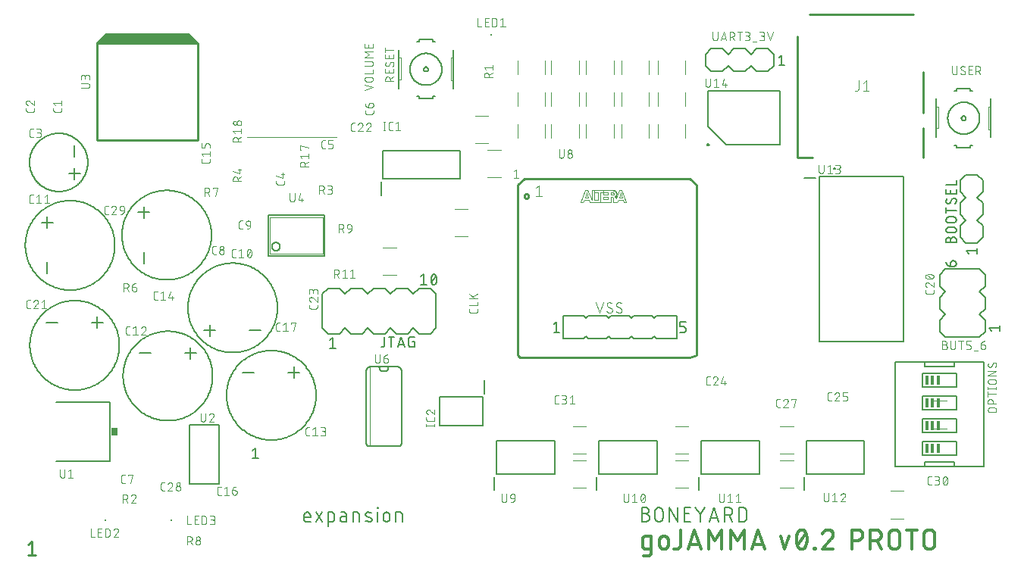
<source format=gbr>
G04 EAGLE Gerber RS-274X export*
G75*
%MOMM*%
%FSLAX34Y34*%
%LPD*%
%INSilkscreen Top*%
%IPPOS*%
%AMOC8*
5,1,8,0,0,1.08239X$1,22.5*%
G01*
%ADD10C,0.076200*%
%ADD11C,0.355600*%
%ADD12C,0.254000*%
%ADD13C,0.203200*%
%ADD14C,0.152400*%
%ADD15C,0.050800*%
%ADD16C,0.005078*%
%ADD17C,0.101600*%
%ADD18C,0.200000*%
%ADD19R,0.381000X1.016000*%
%ADD20C,0.127000*%
%ADD21C,0.100000*%
%ADD22R,0.762000X0.863600*%
%ADD23R,0.200000X0.200000*%

G36*
X200918Y682848D02*
X200918Y682848D01*
X201056Y682861D01*
X201075Y682868D01*
X201096Y682871D01*
X201225Y682922D01*
X201356Y682969D01*
X201372Y682980D01*
X201391Y682988D01*
X201504Y683069D01*
X201619Y683147D01*
X201632Y683163D01*
X201649Y683174D01*
X201737Y683282D01*
X201829Y683386D01*
X201838Y683404D01*
X201851Y683419D01*
X201911Y683545D01*
X201974Y683669D01*
X201978Y683689D01*
X201987Y683707D01*
X202013Y683843D01*
X202044Y683979D01*
X202043Y684000D01*
X202047Y684020D01*
X202038Y684158D01*
X202034Y684297D01*
X202028Y684317D01*
X202027Y684337D01*
X201984Y684469D01*
X201945Y684603D01*
X201935Y684620D01*
X201929Y684639D01*
X201855Y684757D01*
X201784Y684877D01*
X201765Y684898D01*
X201759Y684908D01*
X201744Y684922D01*
X201678Y684998D01*
X191678Y694998D01*
X191599Y695058D01*
X191527Y695126D01*
X191474Y695155D01*
X191426Y695192D01*
X191335Y695232D01*
X191249Y695280D01*
X191190Y695295D01*
X191134Y695319D01*
X191036Y695334D01*
X190941Y695359D01*
X190841Y695365D01*
X190820Y695369D01*
X190808Y695367D01*
X190780Y695369D01*
X98780Y695369D01*
X98682Y695357D01*
X98583Y695354D01*
X98525Y695337D01*
X98464Y695329D01*
X98372Y695293D01*
X98277Y695265D01*
X98225Y695235D01*
X98169Y695212D01*
X98089Y695154D01*
X98003Y695104D01*
X97928Y695038D01*
X97911Y695026D01*
X97904Y695016D01*
X97883Y694998D01*
X87883Y684998D01*
X87797Y684888D01*
X87709Y684781D01*
X87700Y684762D01*
X87688Y684746D01*
X87632Y684618D01*
X87573Y684493D01*
X87569Y684473D01*
X87561Y684454D01*
X87539Y684316D01*
X87513Y684181D01*
X87515Y684160D01*
X87511Y684140D01*
X87524Y684001D01*
X87533Y683863D01*
X87539Y683844D01*
X87541Y683824D01*
X87588Y683692D01*
X87631Y683561D01*
X87642Y683543D01*
X87649Y683524D01*
X87727Y683409D01*
X87801Y683292D01*
X87816Y683278D01*
X87827Y683261D01*
X87931Y683169D01*
X88033Y683074D01*
X88051Y683064D01*
X88066Y683051D01*
X88190Y682988D01*
X88311Y682920D01*
X88331Y682915D01*
X88349Y682906D01*
X88485Y682876D01*
X88619Y682841D01*
X88647Y682839D01*
X88659Y682837D01*
X88680Y682837D01*
X88780Y682831D01*
X200780Y682831D01*
X200918Y682848D01*
G37*
D10*
X554101Y541091D02*
X556712Y543179D01*
X556712Y533781D01*
X559322Y533781D02*
X554101Y533781D01*
X303911Y516509D02*
X303911Y509722D01*
X303913Y509621D01*
X303919Y509520D01*
X303929Y509419D01*
X303942Y509319D01*
X303960Y509219D01*
X303981Y509120D01*
X304007Y509022D01*
X304036Y508925D01*
X304068Y508829D01*
X304105Y508735D01*
X304145Y508642D01*
X304189Y508550D01*
X304236Y508461D01*
X304287Y508373D01*
X304341Y508287D01*
X304398Y508204D01*
X304458Y508122D01*
X304522Y508044D01*
X304588Y507967D01*
X304658Y507894D01*
X304730Y507823D01*
X304805Y507755D01*
X304883Y507690D01*
X304963Y507628D01*
X305045Y507569D01*
X305130Y507513D01*
X305217Y507461D01*
X305305Y507412D01*
X305396Y507366D01*
X305488Y507325D01*
X305582Y507286D01*
X305677Y507252D01*
X305773Y507221D01*
X305871Y507194D01*
X305969Y507170D01*
X306069Y507151D01*
X306169Y507135D01*
X306269Y507123D01*
X306370Y507115D01*
X306471Y507111D01*
X306573Y507111D01*
X306674Y507115D01*
X306775Y507123D01*
X306875Y507135D01*
X306975Y507151D01*
X307075Y507170D01*
X307173Y507194D01*
X307271Y507221D01*
X307367Y507252D01*
X307462Y507286D01*
X307556Y507325D01*
X307648Y507366D01*
X307739Y507412D01*
X307827Y507461D01*
X307914Y507513D01*
X307999Y507569D01*
X308081Y507628D01*
X308161Y507690D01*
X308239Y507755D01*
X308314Y507823D01*
X308386Y507894D01*
X308456Y507967D01*
X308522Y508044D01*
X308586Y508122D01*
X308646Y508204D01*
X308703Y508287D01*
X308757Y508373D01*
X308808Y508461D01*
X308855Y508550D01*
X308899Y508642D01*
X308939Y508735D01*
X308976Y508829D01*
X309008Y508925D01*
X309037Y509022D01*
X309063Y509120D01*
X309084Y509219D01*
X309102Y509319D01*
X309115Y509419D01*
X309125Y509520D01*
X309131Y509621D01*
X309133Y509722D01*
X309132Y509722D02*
X309132Y516509D01*
X315448Y516509D02*
X313360Y509199D01*
X318581Y509199D01*
X317015Y511288D02*
X317015Y507111D01*
D11*
X701734Y118618D02*
X707802Y118618D01*
X701734Y118618D02*
X701615Y118620D01*
X701496Y118626D01*
X701377Y118636D01*
X701259Y118649D01*
X701141Y118667D01*
X701024Y118688D01*
X700907Y118713D01*
X700792Y118742D01*
X700677Y118775D01*
X700564Y118811D01*
X700451Y118851D01*
X700341Y118895D01*
X700231Y118943D01*
X700124Y118993D01*
X700018Y119048D01*
X699914Y119106D01*
X699811Y119167D01*
X699711Y119232D01*
X699613Y119299D01*
X699517Y119370D01*
X699424Y119444D01*
X699333Y119522D01*
X699245Y119602D01*
X699159Y119684D01*
X699077Y119770D01*
X698997Y119858D01*
X698919Y119949D01*
X698845Y120042D01*
X698774Y120138D01*
X698707Y120236D01*
X698642Y120336D01*
X698581Y120438D01*
X698523Y120543D01*
X698468Y120649D01*
X698418Y120756D01*
X698370Y120866D01*
X698326Y120976D01*
X698286Y121089D01*
X698250Y121202D01*
X698217Y121317D01*
X698188Y121432D01*
X698163Y121549D01*
X698142Y121666D01*
X698124Y121784D01*
X698111Y121902D01*
X698101Y122021D01*
X698095Y122140D01*
X698093Y122259D01*
X698094Y122259D02*
X698094Y129540D01*
X698093Y129540D02*
X698095Y129659D01*
X698101Y129778D01*
X698111Y129897D01*
X698124Y130015D01*
X698142Y130133D01*
X698163Y130250D01*
X698188Y130367D01*
X698217Y130482D01*
X698250Y130597D01*
X698286Y130710D01*
X698326Y130823D01*
X698370Y130933D01*
X698418Y131043D01*
X698468Y131150D01*
X698523Y131256D01*
X698581Y131361D01*
X698642Y131463D01*
X698707Y131563D01*
X698774Y131661D01*
X698845Y131757D01*
X698919Y131850D01*
X698997Y131941D01*
X699077Y132029D01*
X699159Y132115D01*
X699245Y132197D01*
X699333Y132277D01*
X699424Y132355D01*
X699518Y132429D01*
X699613Y132500D01*
X699711Y132567D01*
X699811Y132632D01*
X699914Y132693D01*
X700018Y132751D01*
X700124Y132806D01*
X700231Y132856D01*
X700341Y132904D01*
X700451Y132948D01*
X700564Y132988D01*
X700677Y133024D01*
X700792Y133057D01*
X700907Y133086D01*
X701024Y133111D01*
X701141Y133132D01*
X701259Y133150D01*
X701377Y133163D01*
X701496Y133173D01*
X701615Y133179D01*
X701734Y133181D01*
X707802Y133181D01*
X707802Y114977D01*
X707800Y114858D01*
X707794Y114739D01*
X707784Y114620D01*
X707771Y114502D01*
X707753Y114384D01*
X707732Y114267D01*
X707707Y114150D01*
X707678Y114035D01*
X707645Y113920D01*
X707609Y113807D01*
X707569Y113694D01*
X707525Y113584D01*
X707477Y113474D01*
X707427Y113367D01*
X707372Y113261D01*
X707314Y113156D01*
X707253Y113054D01*
X707188Y112954D01*
X707121Y112856D01*
X707050Y112760D01*
X706976Y112667D01*
X706898Y112576D01*
X706818Y112488D01*
X706736Y112402D01*
X706650Y112320D01*
X706562Y112240D01*
X706471Y112162D01*
X706377Y112088D01*
X706282Y112017D01*
X706184Y111950D01*
X706084Y111885D01*
X705981Y111824D01*
X705877Y111766D01*
X705771Y111711D01*
X705664Y111661D01*
X705554Y111613D01*
X705444Y111569D01*
X705331Y111529D01*
X705218Y111493D01*
X705103Y111460D01*
X704988Y111431D01*
X704871Y111406D01*
X704754Y111385D01*
X704636Y111367D01*
X704518Y111354D01*
X704399Y111344D01*
X704280Y111338D01*
X704161Y111336D01*
X704161Y111337D02*
X699307Y111337D01*
X716982Y123472D02*
X716982Y128326D01*
X716984Y128465D01*
X716990Y128603D01*
X717000Y128741D01*
X717014Y128879D01*
X717031Y129017D01*
X717053Y129154D01*
X717079Y129290D01*
X717108Y129425D01*
X717141Y129560D01*
X717179Y129694D01*
X717220Y129826D01*
X717264Y129957D01*
X717313Y130087D01*
X717365Y130216D01*
X717421Y130342D01*
X717480Y130468D01*
X717543Y130591D01*
X717609Y130713D01*
X717679Y130833D01*
X717753Y130950D01*
X717829Y131066D01*
X717909Y131179D01*
X717992Y131290D01*
X718078Y131399D01*
X718168Y131505D01*
X718260Y131608D01*
X718355Y131709D01*
X718453Y131807D01*
X718554Y131902D01*
X718657Y131994D01*
X718763Y132084D01*
X718872Y132170D01*
X718983Y132253D01*
X719096Y132333D01*
X719212Y132409D01*
X719329Y132483D01*
X719449Y132553D01*
X719571Y132619D01*
X719694Y132682D01*
X719820Y132741D01*
X719946Y132797D01*
X720075Y132849D01*
X720205Y132898D01*
X720336Y132942D01*
X720468Y132983D01*
X720602Y133021D01*
X720737Y133054D01*
X720872Y133083D01*
X721008Y133109D01*
X721145Y133131D01*
X721283Y133148D01*
X721421Y133162D01*
X721559Y133172D01*
X721697Y133178D01*
X721836Y133180D01*
X721975Y133178D01*
X722113Y133172D01*
X722251Y133162D01*
X722389Y133148D01*
X722527Y133131D01*
X722664Y133109D01*
X722800Y133083D01*
X722935Y133054D01*
X723070Y133021D01*
X723204Y132983D01*
X723336Y132942D01*
X723467Y132898D01*
X723597Y132849D01*
X723726Y132797D01*
X723852Y132741D01*
X723978Y132682D01*
X724101Y132619D01*
X724223Y132553D01*
X724343Y132483D01*
X724460Y132409D01*
X724576Y132333D01*
X724689Y132253D01*
X724800Y132170D01*
X724909Y132084D01*
X725015Y131994D01*
X725118Y131902D01*
X725219Y131807D01*
X725317Y131709D01*
X725412Y131608D01*
X725504Y131505D01*
X725594Y131399D01*
X725680Y131290D01*
X725763Y131179D01*
X725843Y131066D01*
X725919Y130950D01*
X725993Y130833D01*
X726063Y130713D01*
X726129Y130591D01*
X726192Y130468D01*
X726251Y130342D01*
X726307Y130216D01*
X726359Y130087D01*
X726408Y129957D01*
X726452Y129826D01*
X726493Y129694D01*
X726531Y129560D01*
X726564Y129425D01*
X726593Y129290D01*
X726619Y129154D01*
X726641Y129017D01*
X726658Y128879D01*
X726672Y128741D01*
X726682Y128603D01*
X726688Y128465D01*
X726690Y128326D01*
X726690Y123472D01*
X726688Y123333D01*
X726682Y123195D01*
X726672Y123057D01*
X726658Y122919D01*
X726641Y122781D01*
X726619Y122644D01*
X726593Y122508D01*
X726564Y122373D01*
X726531Y122238D01*
X726493Y122104D01*
X726452Y121972D01*
X726408Y121841D01*
X726359Y121711D01*
X726307Y121582D01*
X726251Y121456D01*
X726192Y121330D01*
X726129Y121207D01*
X726063Y121085D01*
X725993Y120965D01*
X725919Y120848D01*
X725843Y120732D01*
X725763Y120619D01*
X725680Y120508D01*
X725594Y120399D01*
X725504Y120293D01*
X725412Y120190D01*
X725317Y120089D01*
X725219Y119991D01*
X725118Y119896D01*
X725015Y119804D01*
X724909Y119714D01*
X724800Y119628D01*
X724689Y119545D01*
X724576Y119465D01*
X724460Y119389D01*
X724343Y119315D01*
X724223Y119245D01*
X724101Y119179D01*
X723978Y119116D01*
X723852Y119057D01*
X723726Y119001D01*
X723597Y118949D01*
X723467Y118900D01*
X723336Y118856D01*
X723204Y118815D01*
X723070Y118777D01*
X722935Y118744D01*
X722800Y118715D01*
X722664Y118689D01*
X722527Y118667D01*
X722389Y118650D01*
X722251Y118636D01*
X722113Y118626D01*
X721975Y118620D01*
X721836Y118618D01*
X721697Y118620D01*
X721559Y118626D01*
X721421Y118636D01*
X721283Y118650D01*
X721145Y118667D01*
X721008Y118689D01*
X720872Y118715D01*
X720737Y118744D01*
X720602Y118777D01*
X720468Y118815D01*
X720336Y118856D01*
X720205Y118900D01*
X720075Y118949D01*
X719946Y119001D01*
X719820Y119057D01*
X719694Y119116D01*
X719571Y119179D01*
X719449Y119245D01*
X719329Y119315D01*
X719212Y119389D01*
X719096Y119465D01*
X718983Y119545D01*
X718872Y119628D01*
X718763Y119714D01*
X718657Y119804D01*
X718554Y119896D01*
X718453Y119991D01*
X718355Y120089D01*
X718260Y120190D01*
X718168Y120293D01*
X718078Y120399D01*
X717992Y120508D01*
X717909Y120619D01*
X717829Y120732D01*
X717753Y120848D01*
X717679Y120965D01*
X717609Y121085D01*
X717543Y121207D01*
X717480Y121330D01*
X717421Y121456D01*
X717365Y121582D01*
X717313Y121711D01*
X717264Y121841D01*
X717220Y121972D01*
X717179Y122104D01*
X717141Y122238D01*
X717108Y122373D01*
X717079Y122508D01*
X717053Y122644D01*
X717031Y122781D01*
X717014Y122919D01*
X717000Y123057D01*
X716990Y123195D01*
X716984Y123333D01*
X716982Y123472D01*
X740488Y123472D02*
X740488Y140462D01*
X740487Y123472D02*
X740485Y123333D01*
X740479Y123195D01*
X740469Y123057D01*
X740455Y122919D01*
X740438Y122781D01*
X740416Y122644D01*
X740390Y122508D01*
X740361Y122373D01*
X740328Y122238D01*
X740290Y122104D01*
X740249Y121972D01*
X740205Y121841D01*
X740156Y121711D01*
X740104Y121582D01*
X740048Y121456D01*
X739989Y121330D01*
X739926Y121207D01*
X739860Y121085D01*
X739790Y120965D01*
X739716Y120848D01*
X739640Y120732D01*
X739560Y120619D01*
X739477Y120508D01*
X739391Y120399D01*
X739301Y120293D01*
X739209Y120190D01*
X739114Y120089D01*
X739016Y119991D01*
X738915Y119896D01*
X738812Y119804D01*
X738706Y119714D01*
X738597Y119628D01*
X738486Y119545D01*
X738373Y119465D01*
X738257Y119389D01*
X738140Y119315D01*
X738020Y119245D01*
X737898Y119179D01*
X737775Y119116D01*
X737649Y119057D01*
X737523Y119001D01*
X737394Y118949D01*
X737264Y118900D01*
X737133Y118856D01*
X737001Y118815D01*
X736867Y118777D01*
X736732Y118744D01*
X736597Y118715D01*
X736461Y118689D01*
X736324Y118667D01*
X736186Y118650D01*
X736048Y118636D01*
X735910Y118626D01*
X735772Y118620D01*
X735633Y118618D01*
X733206Y118618D01*
X748656Y118618D02*
X755938Y140462D01*
X763219Y118618D01*
X761399Y124079D02*
X750477Y124079D01*
X771623Y118618D02*
X771623Y140462D01*
X778904Y128326D01*
X786186Y140462D01*
X786186Y118618D01*
X796678Y118618D02*
X796678Y140462D01*
X803959Y128326D01*
X811240Y140462D01*
X811240Y118618D01*
X819644Y118618D02*
X826926Y140462D01*
X834207Y118618D01*
X832387Y124079D02*
X821465Y124079D01*
X851998Y133181D02*
X856852Y118618D01*
X861706Y133181D01*
X869575Y129540D02*
X869580Y129970D01*
X869596Y130399D01*
X869621Y130828D01*
X869657Y131256D01*
X869703Y131684D01*
X869759Y132110D01*
X869826Y132534D01*
X869902Y132957D01*
X869989Y133378D01*
X870086Y133797D01*
X870192Y134213D01*
X870309Y134627D01*
X870435Y135037D01*
X870571Y135445D01*
X870717Y135849D01*
X870872Y136250D01*
X871037Y136647D01*
X871212Y137040D01*
X871395Y137428D01*
X871396Y137428D02*
X871441Y137553D01*
X871489Y137676D01*
X871541Y137798D01*
X871597Y137919D01*
X871656Y138037D01*
X871719Y138154D01*
X871785Y138269D01*
X871855Y138382D01*
X871927Y138493D01*
X872003Y138601D01*
X872083Y138708D01*
X872165Y138812D01*
X872250Y138913D01*
X872339Y139012D01*
X872430Y139108D01*
X872524Y139202D01*
X872621Y139293D01*
X872720Y139380D01*
X872822Y139465D01*
X872926Y139547D01*
X873033Y139626D01*
X873142Y139701D01*
X873253Y139773D01*
X873367Y139842D01*
X873482Y139908D01*
X873599Y139970D01*
X873718Y140029D01*
X873839Y140084D01*
X873961Y140135D01*
X874085Y140183D01*
X874210Y140227D01*
X874336Y140268D01*
X874463Y140304D01*
X874592Y140337D01*
X874721Y140366D01*
X874851Y140392D01*
X874982Y140413D01*
X875114Y140431D01*
X875246Y140444D01*
X875378Y140454D01*
X875510Y140460D01*
X875643Y140462D01*
X875776Y140460D01*
X875908Y140454D01*
X876040Y140444D01*
X876172Y140431D01*
X876304Y140413D01*
X876435Y140392D01*
X876565Y140366D01*
X876694Y140337D01*
X876823Y140304D01*
X876950Y140268D01*
X877076Y140227D01*
X877201Y140183D01*
X877325Y140135D01*
X877447Y140084D01*
X877568Y140029D01*
X877687Y139970D01*
X877804Y139908D01*
X877919Y139842D01*
X878033Y139773D01*
X878144Y139701D01*
X878253Y139626D01*
X878360Y139547D01*
X878464Y139465D01*
X878566Y139380D01*
X878665Y139293D01*
X878762Y139202D01*
X878856Y139108D01*
X878947Y139012D01*
X879036Y138913D01*
X879121Y138812D01*
X879203Y138708D01*
X879283Y138601D01*
X879359Y138493D01*
X879431Y138382D01*
X879501Y138269D01*
X879567Y138154D01*
X879630Y138037D01*
X879689Y137919D01*
X879745Y137798D01*
X879797Y137676D01*
X879845Y137553D01*
X879890Y137428D01*
X880073Y137040D01*
X880248Y136647D01*
X880413Y136250D01*
X880568Y135849D01*
X880714Y135445D01*
X880850Y135037D01*
X880976Y134627D01*
X881093Y134213D01*
X881199Y133797D01*
X881296Y133378D01*
X881383Y132957D01*
X881459Y132534D01*
X881526Y132110D01*
X881582Y131684D01*
X881628Y131256D01*
X881664Y130828D01*
X881689Y130399D01*
X881705Y129970D01*
X881710Y129540D01*
X869575Y129540D02*
X869580Y129110D01*
X869596Y128681D01*
X869621Y128252D01*
X869657Y127824D01*
X869703Y127396D01*
X869759Y126970D01*
X869826Y126546D01*
X869902Y126123D01*
X869989Y125702D01*
X870086Y125283D01*
X870192Y124867D01*
X870309Y124453D01*
X870435Y124043D01*
X870571Y123635D01*
X870717Y123231D01*
X870872Y122830D01*
X871037Y122433D01*
X871212Y122041D01*
X871395Y121652D01*
X871396Y121652D02*
X871441Y121527D01*
X871489Y121404D01*
X871541Y121282D01*
X871597Y121161D01*
X871656Y121043D01*
X871719Y120926D01*
X871785Y120811D01*
X871855Y120698D01*
X871927Y120587D01*
X872004Y120479D01*
X872083Y120372D01*
X872165Y120268D01*
X872250Y120167D01*
X872339Y120068D01*
X872430Y119972D01*
X872524Y119878D01*
X872621Y119787D01*
X872720Y119700D01*
X872822Y119615D01*
X872926Y119533D01*
X873033Y119454D01*
X873142Y119379D01*
X873254Y119307D01*
X873367Y119238D01*
X873482Y119172D01*
X873599Y119110D01*
X873718Y119051D01*
X873839Y118996D01*
X873961Y118945D01*
X874085Y118897D01*
X874210Y118853D01*
X874336Y118812D01*
X874463Y118776D01*
X874592Y118743D01*
X874721Y118714D01*
X874851Y118688D01*
X874982Y118667D01*
X875114Y118649D01*
X875246Y118636D01*
X875378Y118626D01*
X875510Y118620D01*
X875643Y118618D01*
X879890Y121652D02*
X880073Y122041D01*
X880248Y122433D01*
X880413Y122830D01*
X880568Y123231D01*
X880714Y123635D01*
X880850Y124043D01*
X880976Y124453D01*
X881093Y124867D01*
X881199Y125283D01*
X881296Y125702D01*
X881383Y126123D01*
X881459Y126546D01*
X881526Y126970D01*
X881582Y127396D01*
X881628Y127824D01*
X881664Y128252D01*
X881689Y128681D01*
X881705Y129110D01*
X881710Y129540D01*
X879890Y121652D02*
X879845Y121527D01*
X879797Y121404D01*
X879745Y121282D01*
X879689Y121161D01*
X879630Y121043D01*
X879567Y120926D01*
X879501Y120811D01*
X879431Y120698D01*
X879359Y120587D01*
X879282Y120479D01*
X879203Y120372D01*
X879121Y120268D01*
X879036Y120167D01*
X878947Y120068D01*
X878856Y119972D01*
X878762Y119878D01*
X878665Y119787D01*
X878566Y119700D01*
X878464Y119615D01*
X878360Y119533D01*
X878253Y119454D01*
X878144Y119379D01*
X878032Y119307D01*
X877919Y119238D01*
X877804Y119172D01*
X877687Y119110D01*
X877568Y119051D01*
X877447Y118996D01*
X877325Y118945D01*
X877201Y118897D01*
X877076Y118853D01*
X876950Y118812D01*
X876823Y118776D01*
X876694Y118743D01*
X876565Y118714D01*
X876435Y118688D01*
X876304Y118667D01*
X876172Y118649D01*
X876040Y118636D01*
X875908Y118626D01*
X875776Y118620D01*
X875643Y118618D01*
X870789Y123472D02*
X880497Y135608D01*
X889651Y119832D02*
X889651Y118618D01*
X889651Y119832D02*
X890865Y119832D01*
X890865Y118618D01*
X889651Y118618D01*
X910941Y135001D02*
X910939Y135146D01*
X910933Y135292D01*
X910924Y135437D01*
X910910Y135581D01*
X910893Y135726D01*
X910871Y135870D01*
X910846Y136013D01*
X910818Y136155D01*
X910785Y136297D01*
X910749Y136438D01*
X910708Y136578D01*
X910665Y136716D01*
X910617Y136854D01*
X910566Y136990D01*
X910511Y137124D01*
X910453Y137258D01*
X910391Y137389D01*
X910326Y137519D01*
X910257Y137647D01*
X910185Y137773D01*
X910109Y137898D01*
X910031Y138020D01*
X909949Y138140D01*
X909864Y138258D01*
X909775Y138373D01*
X909684Y138486D01*
X909590Y138597D01*
X909493Y138705D01*
X909393Y138811D01*
X909290Y138914D01*
X909184Y139014D01*
X909076Y139111D01*
X908965Y139205D01*
X908852Y139296D01*
X908737Y139385D01*
X908619Y139470D01*
X908499Y139552D01*
X908377Y139630D01*
X908252Y139706D01*
X908126Y139778D01*
X907998Y139847D01*
X907868Y139912D01*
X907737Y139974D01*
X907603Y140032D01*
X907469Y140087D01*
X907333Y140138D01*
X907195Y140186D01*
X907057Y140229D01*
X906917Y140270D01*
X906776Y140306D01*
X906634Y140339D01*
X906492Y140367D01*
X906349Y140392D01*
X906205Y140414D01*
X906060Y140431D01*
X905916Y140445D01*
X905771Y140454D01*
X905625Y140460D01*
X905480Y140462D01*
X905310Y140460D01*
X905141Y140454D01*
X904971Y140444D01*
X904802Y140429D01*
X904634Y140411D01*
X904465Y140388D01*
X904298Y140362D01*
X904131Y140331D01*
X903965Y140296D01*
X903800Y140258D01*
X903635Y140215D01*
X903472Y140169D01*
X903310Y140118D01*
X903150Y140064D01*
X902990Y140005D01*
X902832Y139943D01*
X902676Y139877D01*
X902521Y139808D01*
X902368Y139734D01*
X902217Y139657D01*
X902068Y139576D01*
X901921Y139492D01*
X901776Y139404D01*
X901633Y139313D01*
X901492Y139218D01*
X901353Y139120D01*
X901217Y139019D01*
X901084Y138914D01*
X900953Y138806D01*
X900825Y138695D01*
X900699Y138581D01*
X900576Y138464D01*
X900456Y138344D01*
X900339Y138221D01*
X900225Y138095D01*
X900115Y137967D01*
X900007Y137836D01*
X899902Y137702D01*
X899801Y137566D01*
X899703Y137427D01*
X899608Y137286D01*
X899517Y137143D01*
X899430Y136998D01*
X899345Y136851D01*
X899265Y136701D01*
X899188Y136550D01*
X899115Y136397D01*
X899045Y136242D01*
X898980Y136086D01*
X898918Y135928D01*
X898860Y135768D01*
X898805Y135608D01*
X909121Y130753D02*
X909227Y130857D01*
X909330Y130963D01*
X909431Y131072D01*
X909529Y131184D01*
X909624Y131298D01*
X909717Y131414D01*
X909806Y131533D01*
X909892Y131653D01*
X909975Y131776D01*
X910055Y131901D01*
X910132Y132028D01*
X910206Y132157D01*
X910276Y132288D01*
X910343Y132421D01*
X910407Y132555D01*
X910467Y132690D01*
X910523Y132827D01*
X910577Y132966D01*
X910626Y133106D01*
X910673Y133247D01*
X910715Y133389D01*
X910754Y133532D01*
X910790Y133677D01*
X910821Y133822D01*
X910849Y133967D01*
X910874Y134114D01*
X910894Y134261D01*
X910911Y134408D01*
X910924Y134556D01*
X910933Y134704D01*
X910939Y134853D01*
X910941Y135001D01*
X909120Y130754D02*
X898805Y118618D01*
X910941Y118618D01*
X931796Y118618D02*
X931796Y140462D01*
X937864Y140462D01*
X938019Y140460D01*
X938174Y140454D01*
X938329Y140444D01*
X938483Y140430D01*
X938637Y140413D01*
X938790Y140391D01*
X938943Y140365D01*
X939095Y140336D01*
X939247Y140302D01*
X939397Y140265D01*
X939546Y140224D01*
X939695Y140179D01*
X939842Y140131D01*
X939988Y140078D01*
X940132Y140022D01*
X940275Y139962D01*
X940417Y139899D01*
X940556Y139832D01*
X940694Y139761D01*
X940831Y139687D01*
X940965Y139610D01*
X941097Y139529D01*
X941227Y139445D01*
X941355Y139357D01*
X941481Y139266D01*
X941604Y139172D01*
X941725Y139075D01*
X941843Y138975D01*
X941959Y138872D01*
X942072Y138766D01*
X942182Y138657D01*
X942290Y138546D01*
X942394Y138431D01*
X942496Y138314D01*
X942594Y138195D01*
X942690Y138073D01*
X942782Y137948D01*
X942871Y137821D01*
X942957Y137692D01*
X943040Y137561D01*
X943119Y137428D01*
X943195Y137293D01*
X943267Y137156D01*
X943336Y137017D01*
X943401Y136876D01*
X943463Y136734D01*
X943521Y136590D01*
X943575Y136445D01*
X943625Y136299D01*
X943672Y136151D01*
X943715Y136002D01*
X943754Y135852D01*
X943790Y135701D01*
X943821Y135549D01*
X943849Y135397D01*
X943872Y135244D01*
X943892Y135090D01*
X943908Y134936D01*
X943920Y134781D01*
X943928Y134626D01*
X943932Y134471D01*
X943932Y134317D01*
X943928Y134162D01*
X943920Y134007D01*
X943908Y133852D01*
X943892Y133698D01*
X943872Y133544D01*
X943849Y133391D01*
X943821Y133239D01*
X943790Y133087D01*
X943754Y132936D01*
X943715Y132786D01*
X943672Y132637D01*
X943625Y132489D01*
X943575Y132343D01*
X943521Y132198D01*
X943463Y132054D01*
X943401Y131912D01*
X943336Y131771D01*
X943267Y131632D01*
X943195Y131495D01*
X943119Y131360D01*
X943040Y131227D01*
X942957Y131096D01*
X942871Y130967D01*
X942782Y130840D01*
X942690Y130715D01*
X942594Y130593D01*
X942496Y130474D01*
X942394Y130357D01*
X942290Y130242D01*
X942182Y130131D01*
X942072Y130022D01*
X941959Y129916D01*
X941843Y129813D01*
X941725Y129713D01*
X941604Y129616D01*
X941481Y129522D01*
X941355Y129431D01*
X941227Y129343D01*
X941097Y129259D01*
X940965Y129178D01*
X940831Y129101D01*
X940694Y129027D01*
X940556Y128956D01*
X940417Y128889D01*
X940275Y128826D01*
X940132Y128766D01*
X939988Y128710D01*
X939842Y128657D01*
X939695Y128609D01*
X939546Y128564D01*
X939397Y128523D01*
X939247Y128486D01*
X939095Y128452D01*
X938943Y128423D01*
X938790Y128397D01*
X938637Y128375D01*
X938483Y128358D01*
X938329Y128344D01*
X938174Y128334D01*
X938019Y128328D01*
X937864Y128326D01*
X931796Y128326D01*
X952515Y118618D02*
X952515Y140462D01*
X958583Y140462D01*
X958738Y140460D01*
X958893Y140454D01*
X959048Y140444D01*
X959202Y140430D01*
X959356Y140413D01*
X959509Y140391D01*
X959662Y140365D01*
X959814Y140336D01*
X959966Y140302D01*
X960116Y140265D01*
X960265Y140224D01*
X960414Y140179D01*
X960561Y140131D01*
X960707Y140078D01*
X960851Y140022D01*
X960994Y139962D01*
X961136Y139899D01*
X961275Y139832D01*
X961413Y139761D01*
X961550Y139687D01*
X961684Y139610D01*
X961816Y139529D01*
X961946Y139445D01*
X962074Y139357D01*
X962200Y139266D01*
X962323Y139172D01*
X962444Y139075D01*
X962562Y138975D01*
X962678Y138872D01*
X962791Y138766D01*
X962901Y138657D01*
X963009Y138546D01*
X963113Y138431D01*
X963215Y138314D01*
X963313Y138195D01*
X963409Y138073D01*
X963501Y137948D01*
X963590Y137821D01*
X963676Y137692D01*
X963759Y137561D01*
X963838Y137428D01*
X963914Y137293D01*
X963986Y137156D01*
X964055Y137017D01*
X964120Y136876D01*
X964182Y136734D01*
X964240Y136590D01*
X964294Y136445D01*
X964344Y136299D01*
X964391Y136151D01*
X964434Y136002D01*
X964473Y135852D01*
X964509Y135701D01*
X964540Y135549D01*
X964568Y135397D01*
X964591Y135244D01*
X964611Y135090D01*
X964627Y134936D01*
X964639Y134781D01*
X964647Y134626D01*
X964651Y134471D01*
X964651Y134317D01*
X964647Y134162D01*
X964639Y134007D01*
X964627Y133852D01*
X964611Y133698D01*
X964591Y133544D01*
X964568Y133391D01*
X964540Y133239D01*
X964509Y133087D01*
X964473Y132936D01*
X964434Y132786D01*
X964391Y132637D01*
X964344Y132489D01*
X964294Y132343D01*
X964240Y132198D01*
X964182Y132054D01*
X964120Y131912D01*
X964055Y131771D01*
X963986Y131632D01*
X963914Y131495D01*
X963838Y131360D01*
X963759Y131227D01*
X963676Y131096D01*
X963590Y130967D01*
X963501Y130840D01*
X963409Y130715D01*
X963313Y130593D01*
X963215Y130474D01*
X963113Y130357D01*
X963009Y130242D01*
X962901Y130131D01*
X962791Y130022D01*
X962678Y129916D01*
X962562Y129813D01*
X962444Y129713D01*
X962323Y129616D01*
X962200Y129522D01*
X962074Y129431D01*
X961946Y129343D01*
X961816Y129259D01*
X961684Y129178D01*
X961550Y129101D01*
X961413Y129027D01*
X961275Y128956D01*
X961136Y128889D01*
X960994Y128826D01*
X960851Y128766D01*
X960707Y128710D01*
X960561Y128657D01*
X960414Y128609D01*
X960265Y128564D01*
X960116Y128523D01*
X959966Y128486D01*
X959814Y128452D01*
X959662Y128423D01*
X959509Y128397D01*
X959356Y128375D01*
X959202Y128358D01*
X959048Y128344D01*
X958893Y128334D01*
X958738Y128328D01*
X958583Y128326D01*
X952515Y128326D01*
X959797Y128326D02*
X964651Y118618D01*
X973273Y124686D02*
X973273Y134394D01*
X973275Y134549D01*
X973281Y134704D01*
X973291Y134859D01*
X973305Y135013D01*
X973322Y135167D01*
X973344Y135320D01*
X973370Y135473D01*
X973399Y135625D01*
X973433Y135777D01*
X973470Y135927D01*
X973511Y136076D01*
X973556Y136225D01*
X973604Y136372D01*
X973657Y136518D01*
X973713Y136662D01*
X973773Y136805D01*
X973836Y136947D01*
X973903Y137086D01*
X973974Y137224D01*
X974048Y137361D01*
X974125Y137495D01*
X974206Y137627D01*
X974290Y137757D01*
X974378Y137885D01*
X974469Y138011D01*
X974563Y138134D01*
X974660Y138255D01*
X974760Y138373D01*
X974863Y138489D01*
X974969Y138602D01*
X975078Y138712D01*
X975189Y138820D01*
X975304Y138924D01*
X975421Y139026D01*
X975540Y139124D01*
X975662Y139220D01*
X975787Y139312D01*
X975914Y139401D01*
X976043Y139487D01*
X976174Y139570D01*
X976307Y139649D01*
X976442Y139725D01*
X976579Y139797D01*
X976718Y139866D01*
X976859Y139931D01*
X977001Y139993D01*
X977145Y140051D01*
X977290Y140105D01*
X977436Y140155D01*
X977584Y140202D01*
X977733Y140245D01*
X977883Y140284D01*
X978034Y140320D01*
X978186Y140351D01*
X978338Y140379D01*
X978491Y140402D01*
X978645Y140422D01*
X978799Y140438D01*
X978954Y140450D01*
X979109Y140458D01*
X979264Y140462D01*
X979418Y140462D01*
X979573Y140458D01*
X979728Y140450D01*
X979883Y140438D01*
X980037Y140422D01*
X980191Y140402D01*
X980344Y140379D01*
X980496Y140351D01*
X980648Y140320D01*
X980799Y140284D01*
X980949Y140245D01*
X981098Y140202D01*
X981246Y140155D01*
X981392Y140105D01*
X981537Y140051D01*
X981681Y139993D01*
X981823Y139931D01*
X981964Y139866D01*
X982103Y139797D01*
X982240Y139725D01*
X982375Y139649D01*
X982508Y139570D01*
X982639Y139487D01*
X982768Y139401D01*
X982895Y139312D01*
X983020Y139220D01*
X983142Y139124D01*
X983261Y139026D01*
X983378Y138924D01*
X983493Y138820D01*
X983604Y138712D01*
X983713Y138602D01*
X983819Y138489D01*
X983922Y138373D01*
X984022Y138255D01*
X984119Y138134D01*
X984213Y138011D01*
X984304Y137885D01*
X984392Y137757D01*
X984476Y137627D01*
X984557Y137495D01*
X984634Y137361D01*
X984708Y137224D01*
X984779Y137086D01*
X984846Y136947D01*
X984909Y136805D01*
X984969Y136662D01*
X985025Y136518D01*
X985078Y136372D01*
X985126Y136225D01*
X985171Y136076D01*
X985212Y135927D01*
X985249Y135777D01*
X985283Y135625D01*
X985312Y135473D01*
X985338Y135320D01*
X985360Y135167D01*
X985377Y135013D01*
X985391Y134859D01*
X985401Y134704D01*
X985407Y134549D01*
X985409Y134394D01*
X985408Y134394D02*
X985408Y124686D01*
X985409Y124686D02*
X985407Y124531D01*
X985401Y124376D01*
X985391Y124221D01*
X985377Y124067D01*
X985360Y123913D01*
X985338Y123760D01*
X985312Y123607D01*
X985283Y123455D01*
X985249Y123303D01*
X985212Y123153D01*
X985171Y123004D01*
X985126Y122855D01*
X985078Y122708D01*
X985025Y122562D01*
X984969Y122418D01*
X984909Y122275D01*
X984846Y122133D01*
X984779Y121994D01*
X984708Y121856D01*
X984634Y121719D01*
X984557Y121585D01*
X984476Y121453D01*
X984392Y121323D01*
X984304Y121195D01*
X984213Y121069D01*
X984119Y120946D01*
X984022Y120825D01*
X983922Y120707D01*
X983819Y120591D01*
X983713Y120478D01*
X983604Y120368D01*
X983493Y120260D01*
X983378Y120156D01*
X983261Y120054D01*
X983142Y119956D01*
X983020Y119860D01*
X982895Y119768D01*
X982768Y119679D01*
X982639Y119593D01*
X982508Y119510D01*
X982375Y119431D01*
X982240Y119355D01*
X982103Y119283D01*
X981964Y119214D01*
X981823Y119149D01*
X981681Y119087D01*
X981537Y119029D01*
X981392Y118975D01*
X981246Y118925D01*
X981098Y118878D01*
X980949Y118835D01*
X980799Y118796D01*
X980648Y118760D01*
X980496Y118729D01*
X980344Y118701D01*
X980191Y118678D01*
X980037Y118658D01*
X979883Y118642D01*
X979728Y118630D01*
X979573Y118622D01*
X979418Y118618D01*
X979264Y118618D01*
X979109Y118622D01*
X978954Y118630D01*
X978799Y118642D01*
X978645Y118658D01*
X978491Y118678D01*
X978338Y118701D01*
X978186Y118729D01*
X978034Y118760D01*
X977883Y118796D01*
X977733Y118835D01*
X977584Y118878D01*
X977436Y118925D01*
X977290Y118975D01*
X977145Y119029D01*
X977001Y119087D01*
X976859Y119149D01*
X976718Y119214D01*
X976579Y119283D01*
X976442Y119355D01*
X976307Y119431D01*
X976174Y119510D01*
X976043Y119593D01*
X975914Y119679D01*
X975787Y119768D01*
X975662Y119860D01*
X975540Y119956D01*
X975421Y120054D01*
X975304Y120156D01*
X975189Y120260D01*
X975078Y120368D01*
X974969Y120478D01*
X974863Y120591D01*
X974760Y120707D01*
X974660Y120825D01*
X974563Y120946D01*
X974469Y121069D01*
X974378Y121195D01*
X974290Y121323D01*
X974206Y121453D01*
X974125Y121585D01*
X974048Y121719D01*
X973974Y121856D01*
X973903Y121994D01*
X973836Y122133D01*
X973773Y122275D01*
X973713Y122418D01*
X973657Y122562D01*
X973604Y122708D01*
X973556Y122855D01*
X973511Y123004D01*
X973470Y123153D01*
X973433Y123303D01*
X973399Y123455D01*
X973370Y123607D01*
X973344Y123760D01*
X973322Y123913D01*
X973305Y124067D01*
X973291Y124221D01*
X973281Y124376D01*
X973275Y124531D01*
X973273Y124686D01*
X998827Y118618D02*
X998827Y140462D01*
X992760Y140462D02*
X1004895Y140462D01*
X1012246Y134394D02*
X1012246Y124686D01*
X1012246Y134394D02*
X1012248Y134549D01*
X1012254Y134704D01*
X1012264Y134859D01*
X1012278Y135013D01*
X1012295Y135167D01*
X1012317Y135320D01*
X1012343Y135473D01*
X1012372Y135625D01*
X1012406Y135777D01*
X1012443Y135927D01*
X1012484Y136076D01*
X1012529Y136225D01*
X1012577Y136372D01*
X1012630Y136518D01*
X1012686Y136662D01*
X1012746Y136805D01*
X1012809Y136947D01*
X1012876Y137086D01*
X1012947Y137224D01*
X1013021Y137361D01*
X1013098Y137495D01*
X1013179Y137627D01*
X1013263Y137757D01*
X1013351Y137885D01*
X1013442Y138011D01*
X1013536Y138134D01*
X1013633Y138255D01*
X1013733Y138373D01*
X1013836Y138489D01*
X1013942Y138602D01*
X1014051Y138712D01*
X1014162Y138820D01*
X1014277Y138924D01*
X1014394Y139026D01*
X1014513Y139124D01*
X1014635Y139220D01*
X1014760Y139312D01*
X1014887Y139401D01*
X1015016Y139487D01*
X1015147Y139570D01*
X1015280Y139649D01*
X1015415Y139725D01*
X1015552Y139797D01*
X1015691Y139866D01*
X1015832Y139931D01*
X1015974Y139993D01*
X1016118Y140051D01*
X1016263Y140105D01*
X1016409Y140155D01*
X1016557Y140202D01*
X1016706Y140245D01*
X1016856Y140284D01*
X1017007Y140320D01*
X1017159Y140351D01*
X1017311Y140379D01*
X1017464Y140402D01*
X1017618Y140422D01*
X1017772Y140438D01*
X1017927Y140450D01*
X1018082Y140458D01*
X1018237Y140462D01*
X1018391Y140462D01*
X1018546Y140458D01*
X1018701Y140450D01*
X1018856Y140438D01*
X1019010Y140422D01*
X1019164Y140402D01*
X1019317Y140379D01*
X1019469Y140351D01*
X1019621Y140320D01*
X1019772Y140284D01*
X1019922Y140245D01*
X1020071Y140202D01*
X1020219Y140155D01*
X1020365Y140105D01*
X1020510Y140051D01*
X1020654Y139993D01*
X1020796Y139931D01*
X1020937Y139866D01*
X1021076Y139797D01*
X1021213Y139725D01*
X1021348Y139649D01*
X1021481Y139570D01*
X1021612Y139487D01*
X1021741Y139401D01*
X1021868Y139312D01*
X1021993Y139220D01*
X1022115Y139124D01*
X1022234Y139026D01*
X1022351Y138924D01*
X1022466Y138820D01*
X1022577Y138712D01*
X1022686Y138602D01*
X1022792Y138489D01*
X1022895Y138373D01*
X1022995Y138255D01*
X1023092Y138134D01*
X1023186Y138011D01*
X1023277Y137885D01*
X1023365Y137757D01*
X1023449Y137627D01*
X1023530Y137495D01*
X1023607Y137361D01*
X1023681Y137224D01*
X1023752Y137086D01*
X1023819Y136947D01*
X1023882Y136805D01*
X1023942Y136662D01*
X1023998Y136518D01*
X1024051Y136372D01*
X1024099Y136225D01*
X1024144Y136076D01*
X1024185Y135927D01*
X1024222Y135777D01*
X1024256Y135625D01*
X1024285Y135473D01*
X1024311Y135320D01*
X1024333Y135167D01*
X1024350Y135013D01*
X1024364Y134859D01*
X1024374Y134704D01*
X1024380Y134549D01*
X1024382Y134394D01*
X1024382Y124686D01*
X1024380Y124531D01*
X1024374Y124376D01*
X1024364Y124221D01*
X1024350Y124067D01*
X1024333Y123913D01*
X1024311Y123760D01*
X1024285Y123607D01*
X1024256Y123455D01*
X1024222Y123303D01*
X1024185Y123153D01*
X1024144Y123004D01*
X1024099Y122855D01*
X1024051Y122708D01*
X1023998Y122562D01*
X1023942Y122418D01*
X1023882Y122275D01*
X1023819Y122133D01*
X1023752Y121994D01*
X1023681Y121856D01*
X1023607Y121719D01*
X1023530Y121585D01*
X1023449Y121453D01*
X1023365Y121323D01*
X1023277Y121195D01*
X1023186Y121069D01*
X1023092Y120946D01*
X1022995Y120825D01*
X1022895Y120707D01*
X1022792Y120591D01*
X1022686Y120478D01*
X1022577Y120368D01*
X1022466Y120260D01*
X1022351Y120156D01*
X1022234Y120054D01*
X1022115Y119956D01*
X1021993Y119860D01*
X1021868Y119768D01*
X1021741Y119679D01*
X1021612Y119593D01*
X1021481Y119510D01*
X1021348Y119431D01*
X1021213Y119355D01*
X1021076Y119283D01*
X1020937Y119214D01*
X1020796Y119149D01*
X1020654Y119087D01*
X1020510Y119029D01*
X1020365Y118975D01*
X1020219Y118925D01*
X1020071Y118878D01*
X1019922Y118835D01*
X1019772Y118796D01*
X1019621Y118760D01*
X1019469Y118729D01*
X1019317Y118701D01*
X1019164Y118678D01*
X1019010Y118658D01*
X1018856Y118642D01*
X1018701Y118630D01*
X1018546Y118622D01*
X1018391Y118618D01*
X1018237Y118618D01*
X1018082Y118622D01*
X1017927Y118630D01*
X1017772Y118642D01*
X1017618Y118658D01*
X1017464Y118678D01*
X1017311Y118701D01*
X1017159Y118729D01*
X1017007Y118760D01*
X1016856Y118796D01*
X1016706Y118835D01*
X1016557Y118878D01*
X1016409Y118925D01*
X1016263Y118975D01*
X1016118Y119029D01*
X1015974Y119087D01*
X1015832Y119149D01*
X1015691Y119214D01*
X1015552Y119283D01*
X1015415Y119355D01*
X1015280Y119431D01*
X1015147Y119510D01*
X1015016Y119593D01*
X1014887Y119679D01*
X1014760Y119768D01*
X1014635Y119860D01*
X1014513Y119956D01*
X1014394Y120054D01*
X1014277Y120156D01*
X1014162Y120260D01*
X1014051Y120368D01*
X1013942Y120478D01*
X1013836Y120591D01*
X1013733Y120707D01*
X1013633Y120825D01*
X1013536Y120946D01*
X1013442Y121069D01*
X1013351Y121195D01*
X1013263Y121323D01*
X1013179Y121453D01*
X1013098Y121585D01*
X1013021Y121719D01*
X1012947Y121856D01*
X1012876Y121994D01*
X1012809Y122133D01*
X1012746Y122275D01*
X1012686Y122418D01*
X1012630Y122562D01*
X1012577Y122708D01*
X1012529Y122855D01*
X1012484Y123004D01*
X1012443Y123153D01*
X1012406Y123303D01*
X1012372Y123455D01*
X1012343Y123607D01*
X1012317Y123760D01*
X1012295Y123913D01*
X1012278Y124067D01*
X1012264Y124221D01*
X1012254Y124376D01*
X1012248Y124531D01*
X1012246Y124686D01*
D12*
X15663Y127000D02*
X11430Y123613D01*
X15663Y127000D02*
X15663Y111760D01*
X11430Y111760D02*
X19897Y111760D01*
D13*
X322495Y149606D02*
X326869Y149606D01*
X322495Y149606D02*
X322394Y149608D01*
X322294Y149614D01*
X322194Y149623D01*
X322094Y149637D01*
X321995Y149654D01*
X321897Y149675D01*
X321799Y149700D01*
X321703Y149728D01*
X321608Y149761D01*
X321514Y149796D01*
X321421Y149836D01*
X321330Y149879D01*
X321241Y149925D01*
X321154Y149975D01*
X321068Y150028D01*
X320985Y150084D01*
X320904Y150143D01*
X320825Y150206D01*
X320749Y150271D01*
X320675Y150340D01*
X320604Y150411D01*
X320535Y150485D01*
X320470Y150561D01*
X320407Y150640D01*
X320348Y150721D01*
X320292Y150804D01*
X320239Y150890D01*
X320189Y150977D01*
X320143Y151066D01*
X320100Y151157D01*
X320060Y151250D01*
X320025Y151344D01*
X319992Y151439D01*
X319964Y151535D01*
X319939Y151633D01*
X319918Y151731D01*
X319901Y151830D01*
X319887Y151930D01*
X319878Y152030D01*
X319872Y152130D01*
X319870Y152231D01*
X319870Y156605D01*
X319872Y156723D01*
X319878Y156841D01*
X319888Y156959D01*
X319902Y157076D01*
X319920Y157193D01*
X319942Y157310D01*
X319967Y157425D01*
X319997Y157539D01*
X320031Y157653D01*
X320068Y157765D01*
X320109Y157876D01*
X320154Y157985D01*
X320202Y158093D01*
X320254Y158199D01*
X320310Y158304D01*
X320369Y158406D01*
X320431Y158506D01*
X320497Y158604D01*
X320566Y158700D01*
X320639Y158794D01*
X320714Y158885D01*
X320793Y158973D01*
X320874Y159059D01*
X320959Y159142D01*
X321046Y159222D01*
X321135Y159299D01*
X321228Y159373D01*
X321322Y159443D01*
X321419Y159511D01*
X321519Y159575D01*
X321620Y159636D01*
X321723Y159693D01*
X321829Y159747D01*
X321936Y159798D01*
X322044Y159844D01*
X322154Y159887D01*
X322266Y159926D01*
X322379Y159962D01*
X322493Y159993D01*
X322608Y160021D01*
X322723Y160045D01*
X322840Y160065D01*
X322957Y160081D01*
X323075Y160093D01*
X323193Y160101D01*
X323311Y160105D01*
X323429Y160105D01*
X323547Y160101D01*
X323665Y160093D01*
X323783Y160081D01*
X323900Y160065D01*
X324017Y160045D01*
X324132Y160021D01*
X324247Y159993D01*
X324361Y159962D01*
X324474Y159926D01*
X324586Y159887D01*
X324696Y159844D01*
X324804Y159798D01*
X324911Y159747D01*
X325017Y159693D01*
X325120Y159636D01*
X325221Y159575D01*
X325321Y159511D01*
X325418Y159443D01*
X325512Y159373D01*
X325605Y159299D01*
X325694Y159222D01*
X325781Y159142D01*
X325866Y159059D01*
X325947Y158973D01*
X326026Y158885D01*
X326101Y158794D01*
X326174Y158700D01*
X326243Y158604D01*
X326309Y158506D01*
X326371Y158406D01*
X326430Y158304D01*
X326486Y158199D01*
X326538Y158093D01*
X326586Y157985D01*
X326631Y157876D01*
X326672Y157765D01*
X326709Y157653D01*
X326743Y157539D01*
X326773Y157425D01*
X326798Y157310D01*
X326820Y157193D01*
X326838Y157076D01*
X326852Y156959D01*
X326862Y156841D01*
X326868Y156723D01*
X326870Y156605D01*
X326869Y156605D02*
X326869Y154855D01*
X319870Y154855D01*
X332896Y149606D02*
X339895Y160105D01*
X332896Y160105D02*
X339895Y149606D01*
X346531Y144357D02*
X346531Y160105D01*
X350906Y160105D01*
X351007Y160103D01*
X351107Y160097D01*
X351207Y160088D01*
X351307Y160074D01*
X351406Y160057D01*
X351504Y160036D01*
X351602Y160011D01*
X351698Y159983D01*
X351793Y159950D01*
X351887Y159915D01*
X351980Y159875D01*
X352071Y159832D01*
X352160Y159786D01*
X352247Y159736D01*
X352333Y159683D01*
X352416Y159627D01*
X352497Y159568D01*
X352576Y159505D01*
X352652Y159440D01*
X352726Y159371D01*
X352797Y159300D01*
X352866Y159226D01*
X352931Y159150D01*
X352994Y159071D01*
X353053Y158990D01*
X353109Y158907D01*
X353162Y158821D01*
X353212Y158734D01*
X353258Y158645D01*
X353301Y158554D01*
X353341Y158461D01*
X353376Y158367D01*
X353409Y158272D01*
X353437Y158176D01*
X353462Y158078D01*
X353483Y157980D01*
X353500Y157881D01*
X353514Y157781D01*
X353523Y157681D01*
X353529Y157581D01*
X353531Y157480D01*
X353530Y157480D02*
X353530Y152231D01*
X353531Y152231D02*
X353529Y152130D01*
X353523Y152030D01*
X353514Y151930D01*
X353500Y151830D01*
X353483Y151731D01*
X353462Y151633D01*
X353437Y151535D01*
X353409Y151439D01*
X353376Y151344D01*
X353341Y151250D01*
X353301Y151157D01*
X353258Y151066D01*
X353212Y150977D01*
X353162Y150890D01*
X353109Y150804D01*
X353053Y150721D01*
X352994Y150640D01*
X352931Y150561D01*
X352866Y150485D01*
X352797Y150411D01*
X352726Y150340D01*
X352652Y150271D01*
X352576Y150206D01*
X352497Y150143D01*
X352416Y150084D01*
X352333Y150028D01*
X352247Y149975D01*
X352160Y149925D01*
X352071Y149879D01*
X351980Y149836D01*
X351887Y149796D01*
X351793Y149761D01*
X351698Y149728D01*
X351602Y149700D01*
X351504Y149675D01*
X351406Y149654D01*
X351307Y149637D01*
X351207Y149623D01*
X351107Y149614D01*
X351007Y149608D01*
X350906Y149606D01*
X346531Y149606D01*
X362964Y155730D02*
X366901Y155730D01*
X362964Y155730D02*
X362855Y155728D01*
X362746Y155722D01*
X362637Y155712D01*
X362528Y155699D01*
X362420Y155681D01*
X362313Y155660D01*
X362207Y155635D01*
X362101Y155606D01*
X361997Y155573D01*
X361894Y155537D01*
X361792Y155497D01*
X361692Y155453D01*
X361593Y155406D01*
X361497Y155355D01*
X361402Y155301D01*
X361309Y155244D01*
X361218Y155183D01*
X361129Y155119D01*
X361043Y155052D01*
X360959Y154982D01*
X360877Y154909D01*
X360799Y154833D01*
X360723Y154755D01*
X360650Y154673D01*
X360580Y154589D01*
X360513Y154503D01*
X360449Y154414D01*
X360388Y154323D01*
X360331Y154230D01*
X360277Y154135D01*
X360226Y154039D01*
X360179Y153940D01*
X360135Y153840D01*
X360095Y153738D01*
X360059Y153635D01*
X360026Y153531D01*
X359997Y153425D01*
X359972Y153319D01*
X359951Y153212D01*
X359933Y153104D01*
X359920Y152995D01*
X359910Y152886D01*
X359904Y152777D01*
X359902Y152668D01*
X359904Y152559D01*
X359910Y152450D01*
X359920Y152341D01*
X359933Y152232D01*
X359951Y152124D01*
X359972Y152017D01*
X359997Y151911D01*
X360026Y151805D01*
X360059Y151701D01*
X360095Y151598D01*
X360135Y151496D01*
X360179Y151396D01*
X360226Y151297D01*
X360277Y151201D01*
X360331Y151106D01*
X360388Y151013D01*
X360449Y150922D01*
X360513Y150833D01*
X360580Y150747D01*
X360650Y150663D01*
X360723Y150581D01*
X360799Y150503D01*
X360877Y150427D01*
X360959Y150354D01*
X361043Y150284D01*
X361129Y150217D01*
X361218Y150153D01*
X361309Y150092D01*
X361402Y150035D01*
X361497Y149981D01*
X361593Y149930D01*
X361692Y149883D01*
X361792Y149839D01*
X361894Y149799D01*
X361997Y149763D01*
X362101Y149730D01*
X362207Y149701D01*
X362313Y149676D01*
X362420Y149655D01*
X362528Y149637D01*
X362637Y149624D01*
X362746Y149614D01*
X362855Y149608D01*
X362964Y149606D01*
X366901Y149606D01*
X366901Y157480D01*
X366899Y157581D01*
X366893Y157681D01*
X366884Y157781D01*
X366870Y157881D01*
X366853Y157980D01*
X366832Y158078D01*
X366807Y158176D01*
X366779Y158272D01*
X366746Y158367D01*
X366711Y158461D01*
X366671Y158554D01*
X366628Y158645D01*
X366582Y158734D01*
X366532Y158821D01*
X366479Y158907D01*
X366423Y158990D01*
X366364Y159071D01*
X366301Y159150D01*
X366236Y159226D01*
X366167Y159300D01*
X366096Y159371D01*
X366022Y159440D01*
X365946Y159505D01*
X365867Y159568D01*
X365786Y159627D01*
X365703Y159683D01*
X365617Y159736D01*
X365530Y159786D01*
X365441Y159832D01*
X365350Y159875D01*
X365257Y159915D01*
X365163Y159950D01*
X365068Y159983D01*
X364972Y160011D01*
X364874Y160036D01*
X364776Y160057D01*
X364677Y160074D01*
X364577Y160088D01*
X364477Y160097D01*
X364377Y160103D01*
X364276Y160105D01*
X360777Y160105D01*
X374579Y160105D02*
X374579Y149606D01*
X374579Y160105D02*
X378954Y160105D01*
X379055Y160103D01*
X379155Y160097D01*
X379255Y160088D01*
X379355Y160074D01*
X379454Y160057D01*
X379552Y160036D01*
X379650Y160011D01*
X379746Y159983D01*
X379841Y159950D01*
X379935Y159915D01*
X380028Y159875D01*
X380119Y159832D01*
X380208Y159786D01*
X380295Y159736D01*
X380381Y159683D01*
X380464Y159627D01*
X380545Y159568D01*
X380624Y159505D01*
X380700Y159440D01*
X380774Y159371D01*
X380845Y159300D01*
X380914Y159226D01*
X380979Y159150D01*
X381042Y159071D01*
X381101Y158990D01*
X381157Y158907D01*
X381210Y158821D01*
X381260Y158734D01*
X381306Y158645D01*
X381349Y158554D01*
X381389Y158461D01*
X381424Y158367D01*
X381457Y158272D01*
X381485Y158176D01*
X381510Y158078D01*
X381531Y157980D01*
X381548Y157881D01*
X381562Y157781D01*
X381571Y157681D01*
X381577Y157581D01*
X381579Y157480D01*
X381578Y157480D02*
X381578Y149606D01*
X389960Y155730D02*
X394334Y153980D01*
X389960Y155730D02*
X389873Y155767D01*
X389788Y155807D01*
X389705Y155851D01*
X389624Y155898D01*
X389545Y155948D01*
X389468Y156002D01*
X389393Y156059D01*
X389320Y156119D01*
X389251Y156182D01*
X389183Y156247D01*
X389119Y156316D01*
X389057Y156387D01*
X388999Y156460D01*
X388944Y156536D01*
X388891Y156614D01*
X388842Y156694D01*
X388797Y156776D01*
X388755Y156860D01*
X388716Y156946D01*
X388681Y157033D01*
X388649Y157122D01*
X388622Y157211D01*
X388598Y157302D01*
X388577Y157394D01*
X388561Y157487D01*
X388549Y157580D01*
X388540Y157673D01*
X388535Y157767D01*
X388534Y157861D01*
X388537Y157955D01*
X388544Y158049D01*
X388555Y158142D01*
X388569Y158235D01*
X388588Y158327D01*
X388610Y158418D01*
X388636Y158508D01*
X388666Y158597D01*
X388699Y158685D01*
X388736Y158772D01*
X388776Y158856D01*
X388820Y158939D01*
X388868Y159020D01*
X388919Y159100D01*
X388973Y159176D01*
X389030Y159251D01*
X389090Y159323D01*
X389153Y159393D01*
X389219Y159460D01*
X389287Y159524D01*
X389359Y159585D01*
X389432Y159644D01*
X389508Y159699D01*
X389586Y159751D01*
X389667Y159799D01*
X389749Y159845D01*
X389833Y159887D01*
X389919Y159925D01*
X390006Y159960D01*
X390095Y159991D01*
X390185Y160018D01*
X390276Y160042D01*
X390367Y160062D01*
X390460Y160078D01*
X390553Y160090D01*
X390647Y160099D01*
X390740Y160103D01*
X390834Y160104D01*
X390834Y160105D02*
X391073Y160099D01*
X391311Y160087D01*
X391550Y160069D01*
X391787Y160045D01*
X392025Y160016D01*
X392261Y159981D01*
X392496Y159941D01*
X392731Y159895D01*
X392964Y159843D01*
X393196Y159785D01*
X393426Y159722D01*
X393655Y159654D01*
X393882Y159580D01*
X394108Y159500D01*
X394331Y159416D01*
X394552Y159326D01*
X394771Y159230D01*
X394334Y153980D02*
X394421Y153943D01*
X394506Y153903D01*
X394589Y153859D01*
X394670Y153812D01*
X394749Y153762D01*
X394826Y153708D01*
X394901Y153651D01*
X394974Y153591D01*
X395043Y153528D01*
X395111Y153463D01*
X395175Y153394D01*
X395237Y153323D01*
X395295Y153250D01*
X395350Y153174D01*
X395403Y153096D01*
X395452Y153016D01*
X395497Y152934D01*
X395539Y152850D01*
X395578Y152764D01*
X395613Y152677D01*
X395645Y152588D01*
X395672Y152499D01*
X395696Y152408D01*
X395717Y152316D01*
X395733Y152223D01*
X395745Y152130D01*
X395754Y152037D01*
X395759Y151943D01*
X395760Y151849D01*
X395757Y151755D01*
X395750Y151661D01*
X395739Y151568D01*
X395725Y151475D01*
X395706Y151383D01*
X395684Y151292D01*
X395658Y151202D01*
X395628Y151113D01*
X395595Y151025D01*
X395558Y150938D01*
X395518Y150854D01*
X395474Y150771D01*
X395426Y150690D01*
X395375Y150610D01*
X395321Y150534D01*
X395264Y150459D01*
X395204Y150387D01*
X395141Y150317D01*
X395075Y150250D01*
X395007Y150186D01*
X394935Y150125D01*
X394862Y150066D01*
X394786Y150011D01*
X394708Y149959D01*
X394627Y149911D01*
X394545Y149865D01*
X394461Y149823D01*
X394375Y149785D01*
X394288Y149750D01*
X394199Y149719D01*
X394109Y149692D01*
X394018Y149668D01*
X393927Y149648D01*
X393834Y149632D01*
X393741Y149620D01*
X393647Y149611D01*
X393554Y149607D01*
X393460Y149606D01*
X393459Y149606D02*
X393108Y149615D01*
X392757Y149632D01*
X392407Y149658D01*
X392058Y149692D01*
X391710Y149734D01*
X391363Y149785D01*
X391017Y149843D01*
X390672Y149910D01*
X390329Y149985D01*
X389988Y150068D01*
X389649Y150159D01*
X389313Y150258D01*
X388978Y150365D01*
X388647Y150480D01*
X402047Y149606D02*
X402047Y160105D01*
X401609Y164479D02*
X401609Y165354D01*
X402484Y165354D01*
X402484Y164479D01*
X401609Y164479D01*
X408447Y156605D02*
X408447Y153106D01*
X408446Y156605D02*
X408448Y156723D01*
X408454Y156841D01*
X408464Y156959D01*
X408478Y157076D01*
X408496Y157193D01*
X408518Y157310D01*
X408543Y157425D01*
X408573Y157539D01*
X408607Y157653D01*
X408644Y157765D01*
X408685Y157876D01*
X408730Y157985D01*
X408778Y158093D01*
X408830Y158199D01*
X408886Y158304D01*
X408945Y158406D01*
X409007Y158506D01*
X409073Y158604D01*
X409142Y158700D01*
X409215Y158794D01*
X409290Y158885D01*
X409369Y158973D01*
X409450Y159059D01*
X409535Y159142D01*
X409622Y159222D01*
X409711Y159299D01*
X409804Y159373D01*
X409898Y159443D01*
X409995Y159511D01*
X410095Y159575D01*
X410196Y159636D01*
X410299Y159693D01*
X410405Y159747D01*
X410512Y159798D01*
X410620Y159844D01*
X410730Y159887D01*
X410842Y159926D01*
X410955Y159962D01*
X411069Y159993D01*
X411184Y160021D01*
X411299Y160045D01*
X411416Y160065D01*
X411533Y160081D01*
X411651Y160093D01*
X411769Y160101D01*
X411887Y160105D01*
X412005Y160105D01*
X412123Y160101D01*
X412241Y160093D01*
X412359Y160081D01*
X412476Y160065D01*
X412593Y160045D01*
X412708Y160021D01*
X412823Y159993D01*
X412937Y159962D01*
X413050Y159926D01*
X413162Y159887D01*
X413272Y159844D01*
X413380Y159798D01*
X413487Y159747D01*
X413593Y159693D01*
X413696Y159636D01*
X413797Y159575D01*
X413897Y159511D01*
X413994Y159443D01*
X414088Y159373D01*
X414181Y159299D01*
X414270Y159222D01*
X414357Y159142D01*
X414442Y159059D01*
X414523Y158973D01*
X414602Y158885D01*
X414677Y158794D01*
X414750Y158700D01*
X414819Y158604D01*
X414885Y158506D01*
X414947Y158406D01*
X415006Y158304D01*
X415062Y158199D01*
X415114Y158093D01*
X415162Y157985D01*
X415207Y157876D01*
X415248Y157765D01*
X415285Y157653D01*
X415319Y157539D01*
X415349Y157425D01*
X415374Y157310D01*
X415396Y157193D01*
X415414Y157076D01*
X415428Y156959D01*
X415438Y156841D01*
X415444Y156723D01*
X415446Y156605D01*
X415446Y153106D01*
X415444Y152988D01*
X415438Y152870D01*
X415428Y152752D01*
X415414Y152635D01*
X415396Y152518D01*
X415374Y152401D01*
X415349Y152286D01*
X415319Y152172D01*
X415285Y152058D01*
X415248Y151946D01*
X415207Y151835D01*
X415162Y151726D01*
X415114Y151618D01*
X415062Y151512D01*
X415006Y151407D01*
X414947Y151305D01*
X414885Y151205D01*
X414819Y151107D01*
X414750Y151011D01*
X414677Y150917D01*
X414602Y150826D01*
X414523Y150738D01*
X414442Y150652D01*
X414357Y150569D01*
X414270Y150489D01*
X414181Y150412D01*
X414088Y150338D01*
X413994Y150268D01*
X413897Y150200D01*
X413797Y150136D01*
X413696Y150075D01*
X413593Y150018D01*
X413487Y149964D01*
X413380Y149913D01*
X413272Y149867D01*
X413162Y149824D01*
X413050Y149785D01*
X412937Y149749D01*
X412823Y149718D01*
X412708Y149690D01*
X412593Y149666D01*
X412476Y149646D01*
X412359Y149630D01*
X412241Y149618D01*
X412123Y149610D01*
X412005Y149606D01*
X411887Y149606D01*
X411769Y149610D01*
X411651Y149618D01*
X411533Y149630D01*
X411416Y149646D01*
X411299Y149666D01*
X411184Y149690D01*
X411069Y149718D01*
X410955Y149749D01*
X410842Y149785D01*
X410730Y149824D01*
X410620Y149867D01*
X410512Y149913D01*
X410405Y149964D01*
X410299Y150018D01*
X410196Y150075D01*
X410095Y150136D01*
X409995Y150200D01*
X409898Y150268D01*
X409804Y150338D01*
X409711Y150412D01*
X409622Y150489D01*
X409535Y150569D01*
X409450Y150652D01*
X409369Y150738D01*
X409290Y150826D01*
X409215Y150917D01*
X409142Y151011D01*
X409073Y151107D01*
X409007Y151205D01*
X408945Y151305D01*
X408886Y151407D01*
X408830Y151512D01*
X408778Y151618D01*
X408730Y151726D01*
X408685Y151835D01*
X408644Y151946D01*
X408607Y152058D01*
X408573Y152172D01*
X408543Y152286D01*
X408518Y152401D01*
X408496Y152518D01*
X408478Y152635D01*
X408464Y152752D01*
X408454Y152870D01*
X408448Y152988D01*
X408446Y153106D01*
X422515Y149606D02*
X422515Y160105D01*
X426889Y160105D01*
X426990Y160103D01*
X427090Y160097D01*
X427190Y160088D01*
X427290Y160074D01*
X427389Y160057D01*
X427487Y160036D01*
X427585Y160011D01*
X427681Y159983D01*
X427776Y159950D01*
X427870Y159915D01*
X427963Y159875D01*
X428054Y159832D01*
X428143Y159786D01*
X428230Y159736D01*
X428316Y159683D01*
X428399Y159627D01*
X428480Y159568D01*
X428559Y159505D01*
X428635Y159440D01*
X428709Y159371D01*
X428780Y159300D01*
X428849Y159226D01*
X428914Y159150D01*
X428977Y159071D01*
X429036Y158990D01*
X429092Y158907D01*
X429145Y158821D01*
X429195Y158734D01*
X429241Y158645D01*
X429284Y158554D01*
X429324Y158461D01*
X429359Y158367D01*
X429392Y158272D01*
X429420Y158176D01*
X429445Y158078D01*
X429466Y157980D01*
X429483Y157881D01*
X429497Y157781D01*
X429506Y157681D01*
X429512Y157581D01*
X429514Y157480D01*
X429514Y149606D01*
D14*
X265486Y231648D02*
X262382Y229164D01*
X265486Y231648D02*
X265486Y220472D01*
X262382Y220472D02*
X268591Y220472D01*
D13*
X696976Y158355D02*
X701350Y158355D01*
X701350Y158354D02*
X701481Y158352D01*
X701612Y158346D01*
X701742Y158336D01*
X701872Y158323D01*
X702002Y158305D01*
X702131Y158284D01*
X702259Y158258D01*
X702387Y158229D01*
X702514Y158196D01*
X702639Y158160D01*
X702764Y158119D01*
X702887Y158075D01*
X703009Y158027D01*
X703129Y157976D01*
X703248Y157921D01*
X703365Y157862D01*
X703480Y157800D01*
X703593Y157735D01*
X703705Y157666D01*
X703814Y157594D01*
X703921Y157519D01*
X704026Y157440D01*
X704128Y157359D01*
X704228Y157274D01*
X704325Y157186D01*
X704420Y157096D01*
X704512Y157003D01*
X704601Y156907D01*
X704687Y156808D01*
X704770Y156707D01*
X704850Y156604D01*
X704927Y156498D01*
X705000Y156390D01*
X705071Y156279D01*
X705138Y156167D01*
X705202Y156053D01*
X705262Y155937D01*
X705319Y155819D01*
X705372Y155699D01*
X705422Y155578D01*
X705468Y155455D01*
X705510Y155332D01*
X705548Y155207D01*
X705583Y155080D01*
X705614Y154953D01*
X705642Y154825D01*
X705665Y154697D01*
X705684Y154567D01*
X705700Y154437D01*
X705712Y154307D01*
X705720Y154176D01*
X705724Y154045D01*
X705724Y153915D01*
X705720Y153784D01*
X705712Y153653D01*
X705700Y153523D01*
X705684Y153393D01*
X705665Y153263D01*
X705642Y153135D01*
X705614Y153007D01*
X705583Y152880D01*
X705548Y152753D01*
X705510Y152628D01*
X705468Y152505D01*
X705422Y152382D01*
X705372Y152261D01*
X705319Y152141D01*
X705262Y152023D01*
X705202Y151907D01*
X705138Y151793D01*
X705071Y151681D01*
X705000Y151570D01*
X704927Y151462D01*
X704850Y151356D01*
X704770Y151253D01*
X704687Y151152D01*
X704601Y151053D01*
X704512Y150957D01*
X704420Y150864D01*
X704325Y150774D01*
X704228Y150686D01*
X704128Y150601D01*
X704026Y150520D01*
X703921Y150441D01*
X703814Y150366D01*
X703705Y150294D01*
X703593Y150225D01*
X703480Y150160D01*
X703365Y150098D01*
X703248Y150039D01*
X703129Y149984D01*
X703009Y149933D01*
X702887Y149885D01*
X702764Y149841D01*
X702639Y149800D01*
X702514Y149764D01*
X702387Y149731D01*
X702259Y149702D01*
X702131Y149676D01*
X702002Y149655D01*
X701872Y149637D01*
X701742Y149624D01*
X701612Y149614D01*
X701481Y149608D01*
X701350Y149606D01*
X696976Y149606D01*
X696976Y165354D01*
X701350Y165354D01*
X701468Y165352D01*
X701586Y165346D01*
X701704Y165336D01*
X701821Y165322D01*
X701938Y165304D01*
X702055Y165282D01*
X702170Y165257D01*
X702284Y165227D01*
X702398Y165193D01*
X702510Y165156D01*
X702621Y165115D01*
X702730Y165070D01*
X702838Y165022D01*
X702944Y164970D01*
X703049Y164914D01*
X703151Y164855D01*
X703251Y164793D01*
X703349Y164727D01*
X703445Y164658D01*
X703539Y164585D01*
X703630Y164510D01*
X703718Y164431D01*
X703804Y164350D01*
X703887Y164265D01*
X703967Y164178D01*
X704044Y164089D01*
X704118Y163996D01*
X704188Y163902D01*
X704256Y163805D01*
X704320Y163705D01*
X704381Y163604D01*
X704438Y163501D01*
X704492Y163395D01*
X704543Y163288D01*
X704589Y163180D01*
X704632Y163070D01*
X704671Y162958D01*
X704707Y162845D01*
X704738Y162731D01*
X704766Y162616D01*
X704790Y162501D01*
X704810Y162384D01*
X704826Y162267D01*
X704838Y162149D01*
X704846Y162031D01*
X704850Y161913D01*
X704850Y161795D01*
X704846Y161677D01*
X704838Y161559D01*
X704826Y161441D01*
X704810Y161324D01*
X704790Y161207D01*
X704766Y161092D01*
X704738Y160977D01*
X704707Y160863D01*
X704671Y160750D01*
X704632Y160638D01*
X704589Y160528D01*
X704543Y160420D01*
X704492Y160313D01*
X704438Y160207D01*
X704381Y160104D01*
X704320Y160003D01*
X704256Y159903D01*
X704188Y159806D01*
X704118Y159712D01*
X704044Y159619D01*
X703967Y159530D01*
X703887Y159443D01*
X703804Y159358D01*
X703718Y159277D01*
X703630Y159198D01*
X703539Y159123D01*
X703445Y159050D01*
X703349Y158981D01*
X703251Y158915D01*
X703151Y158853D01*
X703049Y158794D01*
X702944Y158738D01*
X702838Y158686D01*
X702730Y158638D01*
X702621Y158593D01*
X702510Y158552D01*
X702398Y158515D01*
X702284Y158481D01*
X702170Y158451D01*
X702055Y158426D01*
X701938Y158404D01*
X701821Y158386D01*
X701704Y158372D01*
X701586Y158362D01*
X701468Y158356D01*
X701350Y158354D01*
X711832Y160980D02*
X711832Y153980D01*
X711833Y160980D02*
X711835Y161111D01*
X711841Y161242D01*
X711851Y161372D01*
X711864Y161502D01*
X711882Y161632D01*
X711903Y161761D01*
X711929Y161889D01*
X711958Y162017D01*
X711991Y162144D01*
X712027Y162269D01*
X712068Y162394D01*
X712112Y162517D01*
X712160Y162639D01*
X712211Y162759D01*
X712266Y162878D01*
X712325Y162995D01*
X712387Y163110D01*
X712452Y163223D01*
X712521Y163335D01*
X712593Y163444D01*
X712668Y163551D01*
X712747Y163656D01*
X712828Y163758D01*
X712913Y163858D01*
X713001Y163955D01*
X713091Y164050D01*
X713184Y164142D01*
X713280Y164231D01*
X713379Y164317D01*
X713480Y164400D01*
X713583Y164480D01*
X713689Y164557D01*
X713797Y164630D01*
X713908Y164701D01*
X714020Y164768D01*
X714134Y164832D01*
X714250Y164892D01*
X714368Y164949D01*
X714488Y165002D01*
X714609Y165052D01*
X714732Y165098D01*
X714855Y165140D01*
X714980Y165178D01*
X715107Y165213D01*
X715234Y165244D01*
X715362Y165272D01*
X715490Y165295D01*
X715620Y165314D01*
X715750Y165330D01*
X715880Y165342D01*
X716011Y165350D01*
X716142Y165354D01*
X716272Y165354D01*
X716403Y165350D01*
X716534Y165342D01*
X716664Y165330D01*
X716794Y165314D01*
X716924Y165295D01*
X717052Y165272D01*
X717180Y165244D01*
X717307Y165213D01*
X717434Y165178D01*
X717559Y165140D01*
X717682Y165098D01*
X717805Y165052D01*
X717926Y165002D01*
X718046Y164949D01*
X718164Y164892D01*
X718280Y164832D01*
X718394Y164768D01*
X718506Y164701D01*
X718617Y164630D01*
X718725Y164557D01*
X718831Y164480D01*
X718934Y164400D01*
X719035Y164317D01*
X719134Y164231D01*
X719230Y164142D01*
X719323Y164050D01*
X719413Y163955D01*
X719501Y163858D01*
X719586Y163758D01*
X719667Y163656D01*
X719746Y163551D01*
X719821Y163444D01*
X719893Y163335D01*
X719962Y163223D01*
X720027Y163110D01*
X720089Y162995D01*
X720148Y162878D01*
X720203Y162759D01*
X720254Y162639D01*
X720302Y162517D01*
X720346Y162394D01*
X720387Y162269D01*
X720423Y162144D01*
X720456Y162017D01*
X720485Y161889D01*
X720511Y161761D01*
X720532Y161632D01*
X720550Y161502D01*
X720563Y161372D01*
X720573Y161242D01*
X720579Y161111D01*
X720581Y160980D01*
X720581Y153980D01*
X720579Y153849D01*
X720573Y153718D01*
X720563Y153588D01*
X720550Y153458D01*
X720532Y153328D01*
X720511Y153199D01*
X720485Y153071D01*
X720456Y152943D01*
X720423Y152816D01*
X720387Y152691D01*
X720346Y152566D01*
X720302Y152443D01*
X720254Y152321D01*
X720203Y152201D01*
X720148Y152082D01*
X720089Y151965D01*
X720027Y151850D01*
X719962Y151737D01*
X719893Y151625D01*
X719821Y151516D01*
X719746Y151409D01*
X719667Y151304D01*
X719586Y151202D01*
X719501Y151102D01*
X719413Y151005D01*
X719323Y150910D01*
X719230Y150818D01*
X719134Y150729D01*
X719035Y150643D01*
X718934Y150560D01*
X718831Y150480D01*
X718725Y150403D01*
X718617Y150330D01*
X718506Y150259D01*
X718394Y150192D01*
X718280Y150128D01*
X718164Y150068D01*
X718046Y150011D01*
X717926Y149958D01*
X717805Y149908D01*
X717682Y149862D01*
X717559Y149820D01*
X717434Y149782D01*
X717307Y149747D01*
X717180Y149716D01*
X717052Y149688D01*
X716924Y149665D01*
X716794Y149646D01*
X716664Y149630D01*
X716534Y149618D01*
X716403Y149610D01*
X716272Y149606D01*
X716142Y149606D01*
X716011Y149610D01*
X715880Y149618D01*
X715750Y149630D01*
X715620Y149646D01*
X715490Y149665D01*
X715362Y149688D01*
X715234Y149716D01*
X715107Y149747D01*
X714980Y149782D01*
X714855Y149820D01*
X714732Y149862D01*
X714609Y149908D01*
X714488Y149958D01*
X714368Y150011D01*
X714250Y150068D01*
X714134Y150128D01*
X714020Y150192D01*
X713908Y150259D01*
X713797Y150330D01*
X713689Y150403D01*
X713583Y150480D01*
X713480Y150560D01*
X713379Y150643D01*
X713280Y150729D01*
X713184Y150818D01*
X713091Y150910D01*
X713001Y151005D01*
X712913Y151102D01*
X712828Y151202D01*
X712747Y151304D01*
X712668Y151409D01*
X712593Y151516D01*
X712521Y151625D01*
X712452Y151737D01*
X712387Y151850D01*
X712325Y151965D01*
X712266Y152082D01*
X712211Y152201D01*
X712160Y152321D01*
X712112Y152443D01*
X712068Y152566D01*
X712027Y152691D01*
X711991Y152816D01*
X711958Y152943D01*
X711929Y153071D01*
X711903Y153199D01*
X711882Y153328D01*
X711864Y153458D01*
X711851Y153588D01*
X711841Y153718D01*
X711835Y153849D01*
X711833Y153980D01*
X727985Y149606D02*
X727985Y165354D01*
X736734Y149606D01*
X736734Y165354D01*
X744694Y149606D02*
X751693Y149606D01*
X744694Y149606D02*
X744694Y165354D01*
X751693Y165354D01*
X749943Y158355D02*
X744694Y158355D01*
X756809Y165354D02*
X762058Y157917D01*
X767308Y165354D01*
X762058Y157917D02*
X762058Y149606D01*
X772440Y149606D02*
X777690Y165354D01*
X782939Y149606D01*
X781627Y153543D02*
X773753Y153543D01*
X789578Y149606D02*
X789578Y165354D01*
X793952Y165354D01*
X794083Y165352D01*
X794214Y165346D01*
X794344Y165336D01*
X794474Y165323D01*
X794604Y165305D01*
X794733Y165284D01*
X794861Y165258D01*
X794989Y165229D01*
X795116Y165196D01*
X795241Y165160D01*
X795366Y165119D01*
X795489Y165075D01*
X795611Y165027D01*
X795731Y164976D01*
X795850Y164921D01*
X795967Y164862D01*
X796082Y164800D01*
X796195Y164735D01*
X796307Y164666D01*
X796416Y164594D01*
X796523Y164519D01*
X796628Y164440D01*
X796730Y164359D01*
X796830Y164274D01*
X796927Y164186D01*
X797022Y164096D01*
X797114Y164003D01*
X797203Y163907D01*
X797289Y163808D01*
X797372Y163707D01*
X797452Y163604D01*
X797529Y163498D01*
X797602Y163390D01*
X797673Y163279D01*
X797740Y163167D01*
X797804Y163053D01*
X797864Y162937D01*
X797921Y162819D01*
X797974Y162699D01*
X798024Y162578D01*
X798070Y162455D01*
X798112Y162332D01*
X798150Y162207D01*
X798185Y162080D01*
X798216Y161953D01*
X798244Y161825D01*
X798267Y161697D01*
X798286Y161567D01*
X798302Y161437D01*
X798314Y161307D01*
X798322Y161176D01*
X798326Y161045D01*
X798326Y160915D01*
X798322Y160784D01*
X798314Y160653D01*
X798302Y160523D01*
X798286Y160393D01*
X798267Y160263D01*
X798244Y160135D01*
X798216Y160007D01*
X798185Y159880D01*
X798150Y159753D01*
X798112Y159628D01*
X798070Y159505D01*
X798024Y159382D01*
X797974Y159261D01*
X797921Y159141D01*
X797864Y159023D01*
X797804Y158907D01*
X797740Y158793D01*
X797673Y158681D01*
X797602Y158570D01*
X797529Y158462D01*
X797452Y158356D01*
X797372Y158253D01*
X797289Y158152D01*
X797203Y158053D01*
X797114Y157957D01*
X797022Y157864D01*
X796927Y157774D01*
X796830Y157686D01*
X796730Y157601D01*
X796628Y157520D01*
X796523Y157441D01*
X796416Y157366D01*
X796307Y157294D01*
X796195Y157225D01*
X796082Y157160D01*
X795967Y157098D01*
X795850Y157039D01*
X795731Y156984D01*
X795611Y156933D01*
X795489Y156885D01*
X795366Y156841D01*
X795241Y156800D01*
X795116Y156764D01*
X794989Y156731D01*
X794861Y156702D01*
X794733Y156676D01*
X794604Y156655D01*
X794474Y156637D01*
X794344Y156624D01*
X794214Y156614D01*
X794083Y156608D01*
X793952Y156606D01*
X793952Y156605D02*
X789578Y156605D01*
X794827Y156605D02*
X798327Y149606D01*
X805620Y149606D02*
X805620Y165354D01*
X809994Y165354D01*
X810124Y165352D01*
X810253Y165346D01*
X810382Y165337D01*
X810511Y165323D01*
X810640Y165306D01*
X810768Y165285D01*
X810895Y165260D01*
X811021Y165232D01*
X811147Y165199D01*
X811271Y165163D01*
X811395Y165124D01*
X811517Y165080D01*
X811638Y165033D01*
X811757Y164983D01*
X811875Y164929D01*
X811991Y164871D01*
X812106Y164810D01*
X812218Y164746D01*
X812329Y164679D01*
X812438Y164608D01*
X812544Y164534D01*
X812648Y164457D01*
X812750Y164377D01*
X812849Y164293D01*
X812946Y164207D01*
X813041Y164118D01*
X813132Y164027D01*
X813221Y163932D01*
X813307Y163835D01*
X813391Y163736D01*
X813471Y163634D01*
X813548Y163530D01*
X813622Y163424D01*
X813693Y163315D01*
X813760Y163204D01*
X813824Y163092D01*
X813885Y162977D01*
X813943Y162861D01*
X813997Y162743D01*
X814047Y162624D01*
X814094Y162503D01*
X814138Y162381D01*
X814177Y162257D01*
X814213Y162133D01*
X814246Y162007D01*
X814274Y161881D01*
X814299Y161754D01*
X814320Y161626D01*
X814337Y161497D01*
X814351Y161368D01*
X814360Y161239D01*
X814366Y161110D01*
X814368Y160980D01*
X814369Y160980D02*
X814369Y153980D01*
X814368Y153980D02*
X814366Y153850D01*
X814360Y153721D01*
X814351Y153592D01*
X814337Y153463D01*
X814320Y153334D01*
X814299Y153206D01*
X814274Y153079D01*
X814246Y152953D01*
X814213Y152827D01*
X814177Y152703D01*
X814138Y152579D01*
X814094Y152457D01*
X814047Y152336D01*
X813997Y152217D01*
X813943Y152099D01*
X813885Y151983D01*
X813824Y151868D01*
X813760Y151756D01*
X813693Y151645D01*
X813622Y151536D01*
X813548Y151430D01*
X813471Y151326D01*
X813391Y151224D01*
X813307Y151125D01*
X813221Y151028D01*
X813132Y150933D01*
X813041Y150842D01*
X812946Y150753D01*
X812849Y150667D01*
X812750Y150583D01*
X812648Y150503D01*
X812544Y150426D01*
X812438Y150352D01*
X812329Y150281D01*
X812218Y150214D01*
X812106Y150150D01*
X811991Y150089D01*
X811875Y150031D01*
X811757Y149977D01*
X811638Y149927D01*
X811517Y149880D01*
X811395Y149836D01*
X811271Y149797D01*
X811147Y149761D01*
X811021Y149728D01*
X810895Y149700D01*
X810768Y149675D01*
X810640Y149654D01*
X810511Y149637D01*
X810382Y149623D01*
X810253Y149614D01*
X810124Y149608D01*
X809994Y149606D01*
X805620Y149606D01*
D12*
X565646Y513315D02*
X565648Y513414D01*
X565654Y513514D01*
X565664Y513612D01*
X565678Y513711D01*
X565695Y513809D01*
X565717Y513906D01*
X565742Y514002D01*
X565771Y514097D01*
X565804Y514190D01*
X565841Y514283D01*
X565881Y514374D01*
X565925Y514463D01*
X565973Y514550D01*
X566023Y514636D01*
X566078Y514719D01*
X566135Y514800D01*
X566196Y514879D01*
X566259Y514955D01*
X566326Y515029D01*
X566396Y515100D01*
X566468Y515168D01*
X566543Y515233D01*
X566620Y515295D01*
X566700Y515354D01*
X566783Y515410D01*
X566867Y515462D01*
X566953Y515512D01*
X567042Y515557D01*
X567132Y515599D01*
X567223Y515638D01*
X567316Y515673D01*
X567411Y515704D01*
X567506Y515731D01*
X567603Y515754D01*
X567700Y515774D01*
X567798Y515790D01*
X567897Y515802D01*
X567996Y515810D01*
X568095Y515814D01*
X568195Y515814D01*
X568294Y515810D01*
X568393Y515802D01*
X568492Y515790D01*
X568590Y515774D01*
X568687Y515754D01*
X568784Y515731D01*
X568879Y515704D01*
X568974Y515673D01*
X569067Y515638D01*
X569158Y515599D01*
X569248Y515557D01*
X569337Y515512D01*
X569423Y515462D01*
X569507Y515410D01*
X569590Y515354D01*
X569670Y515295D01*
X569747Y515233D01*
X569822Y515168D01*
X569894Y515100D01*
X569964Y515029D01*
X570031Y514955D01*
X570094Y514879D01*
X570155Y514800D01*
X570212Y514719D01*
X570267Y514636D01*
X570317Y514550D01*
X570365Y514463D01*
X570409Y514374D01*
X570449Y514283D01*
X570486Y514190D01*
X570519Y514097D01*
X570548Y514002D01*
X570573Y513906D01*
X570595Y513809D01*
X570612Y513711D01*
X570626Y513612D01*
X570636Y513514D01*
X570642Y513414D01*
X570644Y513315D01*
X570642Y513216D01*
X570636Y513116D01*
X570626Y513018D01*
X570612Y512919D01*
X570595Y512821D01*
X570573Y512724D01*
X570548Y512628D01*
X570519Y512533D01*
X570486Y512440D01*
X570449Y512347D01*
X570409Y512256D01*
X570365Y512167D01*
X570317Y512080D01*
X570267Y511994D01*
X570212Y511911D01*
X570155Y511830D01*
X570094Y511751D01*
X570031Y511675D01*
X569964Y511601D01*
X569894Y511530D01*
X569822Y511462D01*
X569747Y511397D01*
X569670Y511335D01*
X569590Y511276D01*
X569507Y511220D01*
X569423Y511168D01*
X569337Y511118D01*
X569248Y511073D01*
X569158Y511031D01*
X569067Y510992D01*
X568974Y510957D01*
X568879Y510926D01*
X568784Y510899D01*
X568687Y510876D01*
X568590Y510856D01*
X568492Y510840D01*
X568393Y510828D01*
X568294Y510820D01*
X568195Y510816D01*
X568095Y510816D01*
X567996Y510820D01*
X567897Y510828D01*
X567798Y510840D01*
X567700Y510856D01*
X567603Y510876D01*
X567506Y510899D01*
X567411Y510926D01*
X567316Y510957D01*
X567223Y510992D01*
X567132Y511031D01*
X567042Y511073D01*
X566953Y511118D01*
X566867Y511168D01*
X566783Y511220D01*
X566700Y511276D01*
X566620Y511335D01*
X566543Y511397D01*
X566468Y511462D01*
X566396Y511530D01*
X566326Y511601D01*
X566259Y511675D01*
X566196Y511751D01*
X566135Y511830D01*
X566078Y511911D01*
X566023Y511994D01*
X565973Y512080D01*
X565925Y512167D01*
X565881Y512256D01*
X565841Y512347D01*
X565804Y512440D01*
X565771Y512533D01*
X565742Y512628D01*
X565717Y512724D01*
X565695Y512821D01*
X565678Y512919D01*
X565664Y513018D01*
X565654Y513116D01*
X565648Y513216D01*
X565646Y513315D01*
X558145Y525815D02*
X565645Y533315D01*
X750645Y533315D01*
X758145Y525815D01*
X758145Y335815D01*
X750645Y333315D01*
X560645Y333315D01*
X558145Y335815D01*
X558145Y525815D01*
D15*
X664535Y517525D02*
X664605Y517523D01*
X664675Y517517D01*
X664744Y517508D01*
X664813Y517494D01*
X664881Y517477D01*
X664947Y517456D01*
X665013Y517432D01*
X665077Y517404D01*
X665139Y517372D01*
X665200Y517337D01*
X665259Y517299D01*
X665315Y517257D01*
X665369Y517213D01*
X665421Y517165D01*
X665469Y517115D01*
X665515Y517062D01*
X665558Y517007D01*
X665598Y516950D01*
X665635Y516890D01*
X665668Y516828D01*
X665698Y516765D01*
X665724Y516700D01*
X665747Y516634D01*
X665766Y516567D01*
X665781Y516498D01*
X665793Y516429D01*
X665801Y516360D01*
X665805Y516290D01*
X665805Y516220D01*
X665801Y516150D01*
X665793Y516081D01*
X665781Y516012D01*
X665766Y515943D01*
X665747Y515876D01*
X665724Y515810D01*
X665698Y515745D01*
X665668Y515682D01*
X665635Y515620D01*
X665598Y515560D01*
X665558Y515503D01*
X665515Y515448D01*
X665469Y515395D01*
X665421Y515345D01*
X665369Y515297D01*
X665315Y515253D01*
X665259Y515211D01*
X665200Y515173D01*
X665139Y515138D01*
X665077Y515106D01*
X665013Y515078D01*
X664947Y515054D01*
X664881Y515033D01*
X664813Y515016D01*
X664744Y515002D01*
X664675Y514993D01*
X664605Y514987D01*
X664535Y514985D01*
X663895Y512445D02*
X663964Y512443D01*
X664032Y512438D01*
X664100Y512428D01*
X664168Y512415D01*
X664235Y512399D01*
X664301Y512379D01*
X664365Y512355D01*
X664428Y512328D01*
X664490Y512297D01*
X664550Y512263D01*
X664608Y512226D01*
X664664Y512186D01*
X664717Y512143D01*
X664768Y512097D01*
X664817Y512048D01*
X664863Y511997D01*
X664906Y511944D01*
X664946Y511888D01*
X664983Y511830D01*
X665017Y511770D01*
X665048Y511708D01*
X665075Y511645D01*
X665099Y511581D01*
X665119Y511515D01*
X665135Y511448D01*
X665148Y511380D01*
X665158Y511312D01*
X665163Y511244D01*
X665165Y511175D01*
D16*
X667226Y512904D02*
X666962Y513278D01*
X666962Y513277D02*
X667058Y513348D01*
X667151Y513422D01*
X667242Y513499D01*
X667330Y513579D01*
X667416Y513662D01*
X667498Y513748D01*
X667578Y513836D01*
X667655Y513927D01*
X667729Y514021D01*
X667800Y514116D01*
X667867Y514214D01*
X667932Y514315D01*
X667993Y514417D01*
X668050Y514521D01*
X668105Y514627D01*
X668155Y514735D01*
X668202Y514844D01*
X668246Y514955D01*
X668286Y515067D01*
X668322Y515181D01*
X668354Y515296D01*
X668383Y515411D01*
X668408Y515528D01*
X668428Y515645D01*
X668446Y515763D01*
X668459Y515881D01*
X668468Y516000D01*
X668473Y516119D01*
X668475Y516238D01*
X668473Y516357D01*
X668466Y516476D01*
X668456Y516594D01*
X668442Y516713D01*
X668424Y516830D01*
X668402Y516948D01*
X668376Y517064D01*
X668347Y517179D01*
X668314Y517294D01*
X668277Y517407D01*
X668236Y517519D01*
X668192Y517629D01*
X668144Y517738D01*
X668092Y517846D01*
X668037Y517951D01*
X667979Y518055D01*
X667917Y518157D01*
X667852Y518257D01*
X667784Y518354D01*
X667712Y518449D01*
X667638Y518542D01*
X667560Y518632D01*
X667479Y518720D01*
X667396Y518805D01*
X667310Y518888D01*
X667221Y518967D01*
X667130Y519043D01*
X667036Y519117D01*
X666940Y519187D01*
X666841Y519254D01*
X666741Y519318D01*
X666638Y519378D01*
X666534Y519435D01*
X666427Y519489D01*
X666319Y519539D01*
X666210Y519586D01*
X666099Y519629D01*
X665986Y519668D01*
X665873Y519703D01*
X665758Y519735D01*
X665642Y519763D01*
X665525Y519787D01*
X665408Y519807D01*
X665290Y519824D01*
X665172Y519837D01*
X665209Y520291D01*
X665209Y520292D01*
X665336Y520279D01*
X665462Y520262D01*
X665588Y520240D01*
X665712Y520215D01*
X665836Y520187D01*
X665959Y520154D01*
X666081Y520117D01*
X666202Y520077D01*
X666322Y520033D01*
X666440Y519985D01*
X666556Y519934D01*
X666671Y519879D01*
X666784Y519820D01*
X666895Y519758D01*
X667004Y519692D01*
X667111Y519624D01*
X667216Y519551D01*
X667319Y519476D01*
X667419Y519397D01*
X667516Y519316D01*
X667611Y519231D01*
X667704Y519144D01*
X667793Y519053D01*
X667880Y518960D01*
X667964Y518864D01*
X668045Y518766D01*
X668122Y518665D01*
X668197Y518562D01*
X668268Y518456D01*
X668336Y518348D01*
X668400Y518239D01*
X668462Y518127D01*
X668519Y518013D01*
X668573Y517898D01*
X668623Y517781D01*
X668670Y517663D01*
X668713Y517543D01*
X668752Y517422D01*
X668788Y517300D01*
X668819Y517176D01*
X668847Y517052D01*
X668871Y516927D01*
X668891Y516801D01*
X668907Y516675D01*
X668919Y516548D01*
X668927Y516421D01*
X668931Y516294D01*
X668932Y516167D01*
X668928Y516039D01*
X668920Y515912D01*
X668908Y515786D01*
X668893Y515659D01*
X668873Y515533D01*
X668850Y515408D01*
X668822Y515284D01*
X668791Y515161D01*
X668756Y515038D01*
X668717Y514917D01*
X668675Y514797D01*
X668628Y514678D01*
X668578Y514561D01*
X668525Y514446D01*
X668467Y514332D01*
X668407Y514220D01*
X668343Y514110D01*
X668275Y514002D01*
X668204Y513897D01*
X668130Y513793D01*
X668053Y513692D01*
X667972Y513594D01*
X667889Y513497D01*
X667802Y513404D01*
X667713Y513313D01*
X667621Y513225D01*
X667526Y513140D01*
X667428Y513059D01*
X667329Y512980D01*
X667226Y512904D01*
X667199Y512942D01*
X667300Y513017D01*
X667399Y513095D01*
X667495Y513176D01*
X667589Y513260D01*
X667680Y513347D01*
X667768Y513437D01*
X667854Y513529D01*
X667936Y513624D01*
X668016Y513722D01*
X668092Y513821D01*
X668166Y513924D01*
X668236Y514028D01*
X668302Y514135D01*
X668366Y514244D01*
X668426Y514354D01*
X668482Y514467D01*
X668535Y514581D01*
X668585Y514696D01*
X668631Y514814D01*
X668673Y514932D01*
X668711Y515052D01*
X668746Y515173D01*
X668777Y515295D01*
X668804Y515418D01*
X668827Y515541D01*
X668846Y515666D01*
X668862Y515791D01*
X668873Y515916D01*
X668881Y516042D01*
X668885Y516167D01*
X668884Y516293D01*
X668880Y516419D01*
X668872Y516545D01*
X668860Y516670D01*
X668844Y516795D01*
X668825Y516919D01*
X668801Y517043D01*
X668774Y517165D01*
X668742Y517287D01*
X668707Y517408D01*
X668669Y517528D01*
X668626Y517646D01*
X668580Y517763D01*
X668530Y517879D01*
X668477Y517993D01*
X668420Y518105D01*
X668360Y518215D01*
X668296Y518324D01*
X668229Y518430D01*
X668158Y518535D01*
X668085Y518637D01*
X668008Y518736D01*
X667928Y518834D01*
X667845Y518928D01*
X667760Y519020D01*
X667671Y519110D01*
X667580Y519196D01*
X667486Y519280D01*
X667389Y519361D01*
X667290Y519438D01*
X667189Y519513D01*
X667085Y519584D01*
X666979Y519652D01*
X666872Y519717D01*
X666762Y519779D01*
X666650Y519837D01*
X666536Y519891D01*
X666421Y519942D01*
X666305Y519989D01*
X666187Y520033D01*
X666067Y520072D01*
X665947Y520109D01*
X665825Y520141D01*
X665703Y520169D01*
X665579Y520194D01*
X665455Y520215D01*
X665331Y520232D01*
X665205Y520245D01*
X665202Y520198D01*
X665327Y520185D01*
X665452Y520168D01*
X665576Y520147D01*
X665699Y520122D01*
X665822Y520093D01*
X665944Y520061D01*
X666064Y520024D01*
X666184Y519984D01*
X666302Y519940D01*
X666418Y519892D01*
X666533Y519841D01*
X666646Y519786D01*
X666758Y519727D01*
X666868Y519665D01*
X666975Y519600D01*
X667081Y519531D01*
X667184Y519459D01*
X667285Y519383D01*
X667384Y519305D01*
X667480Y519223D01*
X667573Y519139D01*
X667664Y519051D01*
X667751Y518961D01*
X667836Y518868D01*
X667918Y518772D01*
X667997Y518674D01*
X668073Y518573D01*
X668146Y518470D01*
X668215Y518365D01*
X668281Y518258D01*
X668343Y518148D01*
X668402Y518037D01*
X668458Y517924D01*
X668510Y517809D01*
X668558Y517693D01*
X668602Y517575D01*
X668643Y517456D01*
X668680Y517335D01*
X668713Y517214D01*
X668743Y517091D01*
X668768Y516968D01*
X668790Y516844D01*
X668807Y516719D01*
X668821Y516594D01*
X668831Y516468D01*
X668836Y516343D01*
X668838Y516217D01*
X668836Y516091D01*
X668830Y515965D01*
X668819Y515839D01*
X668805Y515714D01*
X668787Y515589D01*
X668765Y515465D01*
X668739Y515342D01*
X668710Y515220D01*
X668676Y515098D01*
X668638Y514978D01*
X668597Y514859D01*
X668552Y514741D01*
X668504Y514625D01*
X668451Y514510D01*
X668395Y514398D01*
X668336Y514287D01*
X668273Y514177D01*
X668207Y514070D01*
X668137Y513965D01*
X668064Y513863D01*
X667988Y513762D01*
X667909Y513664D01*
X667826Y513569D01*
X667741Y513476D01*
X667653Y513386D01*
X667562Y513299D01*
X667468Y513215D01*
X667372Y513134D01*
X667273Y513056D01*
X667172Y512981D01*
X667145Y513019D01*
X667245Y513093D01*
X667342Y513170D01*
X667438Y513251D01*
X667530Y513334D01*
X667620Y513420D01*
X667707Y513509D01*
X667792Y513600D01*
X667873Y513695D01*
X667951Y513791D01*
X668026Y513891D01*
X668099Y513992D01*
X668167Y514096D01*
X668233Y514202D01*
X668295Y514309D01*
X668354Y514419D01*
X668409Y514531D01*
X668461Y514644D01*
X668509Y514759D01*
X668553Y514875D01*
X668594Y514993D01*
X668631Y515112D01*
X668664Y515232D01*
X668693Y515353D01*
X668719Y515474D01*
X668741Y515597D01*
X668759Y515720D01*
X668773Y515844D01*
X668783Y515968D01*
X668789Y516092D01*
X668791Y516217D01*
X668789Y516341D01*
X668784Y516466D01*
X668774Y516590D01*
X668761Y516713D01*
X668743Y516837D01*
X668722Y516959D01*
X668697Y517081D01*
X668668Y517202D01*
X668635Y517322D01*
X668598Y517441D01*
X668558Y517559D01*
X668514Y517676D01*
X668466Y517791D01*
X668415Y517904D01*
X668360Y518016D01*
X668302Y518126D01*
X668240Y518234D01*
X668175Y518340D01*
X668107Y518444D01*
X668035Y518546D01*
X667960Y518645D01*
X667882Y518742D01*
X667801Y518837D01*
X667717Y518929D01*
X667630Y519018D01*
X667541Y519104D01*
X667449Y519188D01*
X667354Y519268D01*
X667256Y519346D01*
X667157Y519420D01*
X667055Y519492D01*
X666950Y519560D01*
X666844Y519624D01*
X666736Y519686D01*
X666625Y519744D01*
X666513Y519798D01*
X666400Y519849D01*
X666285Y519896D01*
X666168Y519939D01*
X666050Y519979D01*
X665931Y520015D01*
X665811Y520048D01*
X665690Y520076D01*
X665568Y520101D01*
X665445Y520122D01*
X665321Y520138D01*
X665198Y520151D01*
X665194Y520105D01*
X665316Y520092D01*
X665438Y520075D01*
X665559Y520055D01*
X665680Y520030D01*
X665800Y520002D01*
X665918Y519970D01*
X666036Y519934D01*
X666153Y519895D01*
X666268Y519852D01*
X666382Y519805D01*
X666494Y519755D01*
X666604Y519702D01*
X666713Y519644D01*
X666820Y519584D01*
X666925Y519520D01*
X667028Y519453D01*
X667129Y519382D01*
X667228Y519309D01*
X667324Y519232D01*
X667418Y519152D01*
X667509Y519070D01*
X667597Y518984D01*
X667683Y518896D01*
X667766Y518805D01*
X667846Y518712D01*
X667923Y518616D01*
X667997Y518518D01*
X668068Y518417D01*
X668136Y518315D01*
X668200Y518210D01*
X668261Y518103D01*
X668319Y517994D01*
X668373Y517884D01*
X668423Y517772D01*
X668470Y517658D01*
X668514Y517543D01*
X668554Y517427D01*
X668590Y517309D01*
X668622Y517191D01*
X668651Y517071D01*
X668676Y516951D01*
X668697Y516829D01*
X668714Y516708D01*
X668727Y516585D01*
X668737Y516463D01*
X668742Y516340D01*
X668744Y516217D01*
X668742Y516094D01*
X668736Y515971D01*
X668726Y515848D01*
X668712Y515726D01*
X668694Y515605D01*
X668673Y515483D01*
X668648Y515363D01*
X668619Y515244D01*
X668586Y515125D01*
X668549Y515008D01*
X668509Y514891D01*
X668465Y514777D01*
X668418Y514663D01*
X668367Y514551D01*
X668312Y514441D01*
X668254Y514332D01*
X668193Y514226D01*
X668128Y514121D01*
X668060Y514019D01*
X667989Y513919D01*
X667914Y513821D01*
X667837Y513725D01*
X667757Y513632D01*
X667673Y513541D01*
X667587Y513454D01*
X667498Y513368D01*
X667407Y513286D01*
X667313Y513207D01*
X667217Y513131D01*
X667118Y513057D01*
X667091Y513096D01*
X667189Y513169D01*
X667286Y513246D01*
X667380Y513325D01*
X667471Y513407D01*
X667560Y513493D01*
X667646Y513581D01*
X667729Y513672D01*
X667809Y513765D01*
X667886Y513861D01*
X667960Y513959D01*
X668031Y514060D01*
X668099Y514163D01*
X668163Y514268D01*
X668224Y514375D01*
X668281Y514484D01*
X668335Y514595D01*
X668385Y514707D01*
X668432Y514821D01*
X668475Y514936D01*
X668514Y515053D01*
X668550Y515171D01*
X668582Y515290D01*
X668610Y515409D01*
X668634Y515530D01*
X668654Y515652D01*
X668671Y515774D01*
X668683Y515896D01*
X668692Y516019D01*
X668696Y516142D01*
X668697Y516265D01*
X668694Y516388D01*
X668686Y516511D01*
X668675Y516634D01*
X668660Y516756D01*
X668641Y516877D01*
X668618Y516998D01*
X668592Y517118D01*
X668561Y517238D01*
X668527Y517356D01*
X668489Y517473D01*
X668447Y517589D01*
X668401Y517703D01*
X668352Y517816D01*
X668300Y517927D01*
X668243Y518037D01*
X668184Y518144D01*
X668121Y518250D01*
X668054Y518354D01*
X667984Y518455D01*
X667911Y518554D01*
X667835Y518651D01*
X667756Y518745D01*
X667674Y518837D01*
X667589Y518926D01*
X667501Y519012D01*
X667411Y519096D01*
X667318Y519176D01*
X667222Y519254D01*
X667124Y519328D01*
X667023Y519399D01*
X666921Y519467D01*
X666816Y519532D01*
X666709Y519593D01*
X666601Y519651D01*
X666490Y519705D01*
X666378Y519756D01*
X666264Y519803D01*
X666149Y519846D01*
X666033Y519886D01*
X665915Y519922D01*
X665796Y519954D01*
X665676Y519983D01*
X665556Y520007D01*
X665434Y520028D01*
X665312Y520045D01*
X665190Y520058D01*
X665186Y520011D01*
X665307Y519998D01*
X665427Y519982D01*
X665547Y519961D01*
X665666Y519937D01*
X665785Y519909D01*
X665902Y519877D01*
X666018Y519841D01*
X666133Y519802D01*
X666247Y519759D01*
X666359Y519713D01*
X666470Y519663D01*
X666579Y519609D01*
X666687Y519552D01*
X666792Y519491D01*
X666896Y519427D01*
X666997Y519360D01*
X667096Y519290D01*
X667193Y519217D01*
X667288Y519140D01*
X667380Y519061D01*
X667469Y518978D01*
X667556Y518893D01*
X667640Y518805D01*
X667721Y518714D01*
X667799Y518621D01*
X667874Y518526D01*
X667946Y518428D01*
X668015Y518328D01*
X668081Y518225D01*
X668143Y518121D01*
X668202Y518015D01*
X668258Y517906D01*
X668310Y517797D01*
X668358Y517685D01*
X668403Y517572D01*
X668444Y517458D01*
X668482Y517342D01*
X668516Y517225D01*
X668546Y517108D01*
X668572Y516989D01*
X668595Y516869D01*
X668614Y516749D01*
X668628Y516629D01*
X668639Y516507D01*
X668647Y516386D01*
X668650Y516265D01*
X668649Y516143D01*
X668645Y516021D01*
X668636Y515900D01*
X668624Y515779D01*
X668608Y515659D01*
X668588Y515539D01*
X668564Y515420D01*
X668536Y515301D01*
X668505Y515184D01*
X668470Y515067D01*
X668431Y514952D01*
X668388Y514838D01*
X668342Y514726D01*
X668293Y514615D01*
X668239Y514505D01*
X668183Y514398D01*
X668123Y514292D01*
X668059Y514188D01*
X667992Y514087D01*
X667922Y513987D01*
X667849Y513890D01*
X667773Y513795D01*
X667694Y513703D01*
X667612Y513613D01*
X667527Y513526D01*
X667440Y513442D01*
X667349Y513361D01*
X667256Y513282D01*
X667161Y513207D01*
X667063Y513134D01*
X667036Y513173D01*
X667134Y513245D01*
X667229Y513321D01*
X667322Y513399D01*
X667412Y513481D01*
X667500Y513566D01*
X667585Y513653D01*
X667666Y513743D01*
X667745Y513835D01*
X667821Y513931D01*
X667894Y514028D01*
X667964Y514128D01*
X668030Y514230D01*
X668093Y514334D01*
X668152Y514440D01*
X668208Y514548D01*
X668261Y514658D01*
X668310Y514769D01*
X668355Y514882D01*
X668397Y514997D01*
X668435Y515112D01*
X668469Y515229D01*
X668499Y515347D01*
X668526Y515466D01*
X668548Y515585D01*
X668567Y515705D01*
X668582Y515826D01*
X668593Y515947D01*
X668600Y516069D01*
X668603Y516190D01*
X668602Y516312D01*
X668597Y516434D01*
X668588Y516555D01*
X668576Y516676D01*
X668559Y516797D01*
X668539Y516917D01*
X668514Y517036D01*
X668486Y517154D01*
X668454Y517271D01*
X668418Y517388D01*
X668379Y517503D01*
X668335Y517617D01*
X668288Y517729D01*
X668238Y517839D01*
X668184Y517948D01*
X668126Y518056D01*
X668065Y518161D01*
X668000Y518264D01*
X667933Y518365D01*
X667862Y518464D01*
X667788Y518560D01*
X667710Y518654D01*
X667630Y518746D01*
X667547Y518835D01*
X667461Y518921D01*
X667372Y519004D01*
X667281Y519084D01*
X667187Y519162D01*
X667090Y519236D01*
X666992Y519307D01*
X666891Y519375D01*
X666788Y519439D01*
X666682Y519500D01*
X666575Y519558D01*
X666466Y519612D01*
X666356Y519663D01*
X666243Y519710D01*
X666130Y519753D01*
X666015Y519793D01*
X665899Y519829D01*
X665781Y519861D01*
X665663Y519890D01*
X665544Y519914D01*
X665424Y519935D01*
X665303Y519951D01*
X665182Y519964D01*
X665178Y519917D01*
X665298Y519905D01*
X665417Y519888D01*
X665535Y519868D01*
X665653Y519844D01*
X665770Y519816D01*
X665886Y519784D01*
X666000Y519748D01*
X666114Y519709D01*
X666226Y519666D01*
X666337Y519620D01*
X666446Y519570D01*
X666554Y519516D01*
X666660Y519459D01*
X666763Y519399D01*
X666865Y519335D01*
X666965Y519268D01*
X667063Y519198D01*
X667158Y519125D01*
X667250Y519048D01*
X667341Y518969D01*
X667428Y518887D01*
X667513Y518802D01*
X667595Y518714D01*
X667675Y518624D01*
X667751Y518531D01*
X667824Y518436D01*
X667894Y518338D01*
X667961Y518238D01*
X668025Y518137D01*
X668085Y518033D01*
X668142Y517927D01*
X668195Y517819D01*
X668245Y517710D01*
X668292Y517599D01*
X668334Y517487D01*
X668373Y517373D01*
X668409Y517258D01*
X668440Y517142D01*
X668468Y517026D01*
X668492Y516908D01*
X668513Y516789D01*
X668529Y516670D01*
X668542Y516551D01*
X668550Y516431D01*
X668555Y516311D01*
X668556Y516191D01*
X668553Y516071D01*
X668546Y515951D01*
X668535Y515831D01*
X668520Y515712D01*
X668502Y515593D01*
X668480Y515475D01*
X668453Y515358D01*
X668424Y515242D01*
X668390Y515126D01*
X668352Y515012D01*
X668311Y514899D01*
X668267Y514788D01*
X668218Y514678D01*
X668166Y514569D01*
X668111Y514463D01*
X668052Y514358D01*
X667990Y514255D01*
X667925Y514154D01*
X667856Y514056D01*
X667784Y513959D01*
X667709Y513866D01*
X667631Y513774D01*
X667551Y513685D01*
X667467Y513599D01*
X667380Y513516D01*
X667291Y513435D01*
X667200Y513357D01*
X667106Y513283D01*
X667009Y513211D01*
X666982Y513249D01*
X667079Y513321D01*
X667173Y513396D01*
X667264Y513474D01*
X667353Y513554D01*
X667440Y513638D01*
X667523Y513725D01*
X667604Y513814D01*
X667681Y513906D01*
X667756Y514000D01*
X667827Y514097D01*
X667896Y514195D01*
X667961Y514297D01*
X668022Y514400D01*
X668080Y514505D01*
X668135Y514612D01*
X668186Y514721D01*
X668234Y514831D01*
X668278Y514943D01*
X668318Y515057D01*
X668354Y515171D01*
X668387Y515287D01*
X668416Y515403D01*
X668441Y515521D01*
X668462Y515639D01*
X668479Y515758D01*
X668493Y515878D01*
X668502Y515998D01*
X668507Y516118D01*
X668509Y516238D01*
X668507Y516358D01*
X668500Y516478D01*
X668490Y516598D01*
X668476Y516717D01*
X668457Y516836D01*
X668435Y516954D01*
X668410Y517072D01*
X668380Y517188D01*
X668346Y517304D01*
X668309Y517418D01*
X668268Y517531D01*
X668223Y517642D01*
X668175Y517752D01*
X668123Y517861D01*
X668067Y517968D01*
X668008Y518072D01*
X667946Y518175D01*
X667880Y518276D01*
X667811Y518374D01*
X667739Y518470D01*
X667664Y518564D01*
X667585Y518655D01*
X667504Y518744D01*
X667420Y518830D01*
X667333Y518913D01*
X667243Y518993D01*
X667151Y519070D01*
X667056Y519144D01*
X666959Y519215D01*
X666860Y519283D01*
X666759Y519347D01*
X666655Y519408D01*
X666549Y519466D01*
X666442Y519520D01*
X666333Y519570D01*
X666222Y519617D01*
X666110Y519661D01*
X665997Y519700D01*
X665882Y519736D01*
X665766Y519768D01*
X665649Y519796D01*
X665532Y519821D01*
X665413Y519841D01*
X665294Y519858D01*
X665174Y519870D01*
X668571Y510516D02*
X668124Y510613D01*
X668124Y510612D02*
X668140Y510698D01*
X668152Y510785D01*
X668160Y510872D01*
X668164Y510959D01*
X668165Y511046D01*
X668162Y511134D01*
X668155Y511221D01*
X668144Y511308D01*
X668130Y511394D01*
X668112Y511479D01*
X668091Y511564D01*
X668066Y511648D01*
X668037Y511730D01*
X668005Y511812D01*
X667969Y511892D01*
X667930Y511970D01*
X667888Y512046D01*
X667842Y512121D01*
X667793Y512193D01*
X667742Y512264D01*
X667687Y512332D01*
X667629Y512398D01*
X667569Y512461D01*
X667506Y512522D01*
X667441Y512579D01*
X667373Y512634D01*
X667302Y512686D01*
X667230Y512735D01*
X667156Y512781D01*
X667079Y512824D01*
X667001Y512863D01*
X667193Y513278D01*
X667281Y513234D01*
X667366Y513187D01*
X667450Y513137D01*
X667532Y513083D01*
X667612Y513027D01*
X667689Y512967D01*
X667764Y512904D01*
X667837Y512838D01*
X667907Y512770D01*
X667974Y512698D01*
X668038Y512625D01*
X668099Y512549D01*
X668158Y512470D01*
X668213Y512389D01*
X668265Y512306D01*
X668314Y512221D01*
X668359Y512135D01*
X668401Y512046D01*
X668439Y511956D01*
X668474Y511865D01*
X668506Y511772D01*
X668533Y511679D01*
X668557Y511584D01*
X668577Y511488D01*
X668594Y511392D01*
X668607Y511295D01*
X668616Y511197D01*
X668621Y511099D01*
X668622Y511002D01*
X668619Y510904D01*
X668613Y510806D01*
X668603Y510709D01*
X668589Y510612D01*
X668571Y510516D01*
X668525Y510526D01*
X668543Y510620D01*
X668556Y510715D01*
X668566Y510811D01*
X668572Y510906D01*
X668575Y511002D01*
X668574Y511098D01*
X668569Y511194D01*
X668560Y511290D01*
X668547Y511385D01*
X668531Y511479D01*
X668511Y511573D01*
X668488Y511666D01*
X668461Y511758D01*
X668430Y511849D01*
X668396Y511939D01*
X668358Y512027D01*
X668317Y512114D01*
X668272Y512199D01*
X668225Y512282D01*
X668174Y512363D01*
X668119Y512443D01*
X668062Y512520D01*
X668002Y512594D01*
X667939Y512667D01*
X667873Y512737D01*
X667805Y512804D01*
X667734Y512868D01*
X667660Y512930D01*
X667584Y512989D01*
X667506Y513044D01*
X667426Y513097D01*
X667343Y513146D01*
X667259Y513193D01*
X667173Y513235D01*
X667154Y513193D01*
X667240Y513149D01*
X667325Y513103D01*
X667408Y513052D01*
X667489Y512999D01*
X667568Y512942D01*
X667644Y512882D01*
X667718Y512819D01*
X667789Y512754D01*
X667858Y512685D01*
X667923Y512614D01*
X667986Y512540D01*
X668046Y512464D01*
X668102Y512385D01*
X668156Y512304D01*
X668206Y512221D01*
X668253Y512136D01*
X668296Y512049D01*
X668336Y511961D01*
X668372Y511871D01*
X668404Y511780D01*
X668433Y511687D01*
X668458Y511593D01*
X668480Y511499D01*
X668497Y511403D01*
X668511Y511307D01*
X668520Y511211D01*
X668526Y511114D01*
X668528Y511017D01*
X668526Y510920D01*
X668520Y510823D01*
X668510Y510727D01*
X668497Y510631D01*
X668479Y510536D01*
X668433Y510546D01*
X668450Y510639D01*
X668464Y510733D01*
X668473Y510828D01*
X668479Y510923D01*
X668481Y511018D01*
X668479Y511113D01*
X668473Y511207D01*
X668464Y511302D01*
X668451Y511396D01*
X668433Y511490D01*
X668413Y511582D01*
X668388Y511674D01*
X668360Y511765D01*
X668328Y511854D01*
X668292Y511942D01*
X668254Y512029D01*
X668211Y512114D01*
X668165Y512197D01*
X668116Y512279D01*
X668064Y512358D01*
X668008Y512435D01*
X667950Y512510D01*
X667888Y512583D01*
X667824Y512652D01*
X667757Y512720D01*
X667687Y512784D01*
X667615Y512846D01*
X667540Y512904D01*
X667463Y512960D01*
X667383Y513012D01*
X667302Y513062D01*
X667219Y513108D01*
X667134Y513150D01*
X667114Y513107D01*
X667198Y513066D01*
X667279Y513021D01*
X667359Y512973D01*
X667436Y512921D01*
X667512Y512867D01*
X667585Y512809D01*
X667656Y512749D01*
X667724Y512686D01*
X667790Y512620D01*
X667853Y512551D01*
X667913Y512480D01*
X667971Y512407D01*
X668025Y512331D01*
X668076Y512254D01*
X668125Y512174D01*
X668169Y512092D01*
X668211Y512009D01*
X668249Y511924D01*
X668284Y511838D01*
X668315Y511750D01*
X668343Y511661D01*
X668367Y511571D01*
X668387Y511480D01*
X668404Y511389D01*
X668417Y511297D01*
X668427Y511204D01*
X668432Y511111D01*
X668434Y511018D01*
X668432Y510925D01*
X668427Y510832D01*
X668417Y510739D01*
X668404Y510647D01*
X668387Y510555D01*
X668341Y510565D01*
X668358Y510658D01*
X668371Y510751D01*
X668380Y510845D01*
X668386Y510938D01*
X668387Y511032D01*
X668384Y511126D01*
X668378Y511220D01*
X668368Y511314D01*
X668353Y511407D01*
X668335Y511499D01*
X668314Y511590D01*
X668288Y511681D01*
X668259Y511770D01*
X668226Y511858D01*
X668189Y511945D01*
X668149Y512030D01*
X668105Y512113D01*
X668058Y512195D01*
X668007Y512274D01*
X667954Y512351D01*
X667897Y512426D01*
X667837Y512498D01*
X667774Y512568D01*
X667708Y512636D01*
X667640Y512700D01*
X667569Y512762D01*
X667495Y512820D01*
X667419Y512876D01*
X667341Y512928D01*
X667261Y512977D01*
X667179Y513023D01*
X667095Y513065D01*
X667075Y513022D01*
X667157Y512981D01*
X667238Y512936D01*
X667316Y512888D01*
X667393Y512837D01*
X667467Y512783D01*
X667539Y512725D01*
X667609Y512665D01*
X667676Y512602D01*
X667740Y512536D01*
X667801Y512468D01*
X667860Y512397D01*
X667916Y512323D01*
X667968Y512248D01*
X668018Y512170D01*
X668064Y512090D01*
X668107Y512009D01*
X668146Y511926D01*
X668182Y511841D01*
X668214Y511755D01*
X668243Y511667D01*
X668268Y511579D01*
X668289Y511489D01*
X668307Y511399D01*
X668321Y511308D01*
X668331Y511216D01*
X668337Y511125D01*
X668340Y511033D01*
X668339Y510941D01*
X668334Y510849D01*
X668325Y510757D01*
X668312Y510666D01*
X668295Y510575D01*
X668249Y510585D01*
X668266Y510674D01*
X668278Y510763D01*
X668287Y510853D01*
X668292Y510943D01*
X668293Y511033D01*
X668290Y511123D01*
X668284Y511213D01*
X668274Y511302D01*
X668261Y511391D01*
X668243Y511479D01*
X668222Y511567D01*
X668198Y511654D01*
X668170Y511739D01*
X668138Y511824D01*
X668103Y511907D01*
X668065Y511988D01*
X668023Y512068D01*
X667978Y512146D01*
X667929Y512222D01*
X667878Y512296D01*
X667823Y512367D01*
X667766Y512437D01*
X667706Y512504D01*
X667643Y512568D01*
X667577Y512630D01*
X667509Y512689D01*
X667439Y512745D01*
X667366Y512798D01*
X667291Y512848D01*
X667214Y512895D01*
X667136Y512939D01*
X667055Y512980D01*
X667035Y512937D01*
X667117Y512896D01*
X667196Y512852D01*
X667273Y512804D01*
X667349Y512753D01*
X667422Y512699D01*
X667492Y512642D01*
X667561Y512581D01*
X667626Y512518D01*
X667689Y512453D01*
X667749Y512384D01*
X667806Y512313D01*
X667860Y512240D01*
X667910Y512165D01*
X667958Y512087D01*
X668002Y512007D01*
X668042Y511926D01*
X668079Y511843D01*
X668113Y511759D01*
X668143Y511673D01*
X668169Y511586D01*
X668191Y511497D01*
X668210Y511408D01*
X668225Y511319D01*
X668236Y511228D01*
X668243Y511138D01*
X668246Y511047D01*
X668245Y510956D01*
X668240Y510865D01*
X668232Y510775D01*
X668220Y510685D01*
X668204Y510595D01*
X668158Y510605D01*
X668173Y510692D01*
X668185Y510780D01*
X668194Y510869D01*
X668198Y510958D01*
X668199Y511047D01*
X668196Y511135D01*
X668189Y511224D01*
X668178Y511312D01*
X668164Y511400D01*
X668145Y511487D01*
X668124Y511573D01*
X668098Y511658D01*
X668069Y511742D01*
X668036Y511825D01*
X668000Y511906D01*
X667960Y511986D01*
X667917Y512063D01*
X667871Y512139D01*
X667821Y512213D01*
X667769Y512285D01*
X667713Y512354D01*
X667654Y512421D01*
X667593Y512485D01*
X667529Y512547D01*
X667462Y512606D01*
X667393Y512661D01*
X667322Y512714D01*
X667248Y512764D01*
X667173Y512811D01*
X667095Y512854D01*
X667016Y512894D01*
D15*
X634055Y520065D02*
X628975Y506725D01*
X634055Y520065D02*
X636595Y520065D01*
X641035Y509265D01*
X641035Y520065D01*
X643575Y520065D01*
X643575Y517525D01*
X643575Y509265D01*
X648025Y509265D01*
X648025Y517525D01*
X643575Y517525D01*
X643575Y520065D02*
X654375Y520065D01*
X654375Y517525D01*
X650565Y517525D01*
X650565Y506725D01*
X639135Y506725D01*
X637865Y509265D01*
X632785Y509265D01*
X631515Y506725D01*
X628975Y506725D01*
X633415Y511805D02*
X635325Y517525D01*
X637225Y511805D02*
X633415Y511805D01*
X637225Y511805D02*
X635325Y517525D01*
X654375Y517525D02*
X654375Y514985D01*
X659455Y514985D01*
X659455Y517525D01*
X654375Y517525D01*
X654375Y520065D02*
X665165Y520065D01*
X674695Y520065D02*
X679775Y506725D01*
X674695Y520065D02*
X672155Y520065D01*
X668345Y511175D01*
X669615Y506725D02*
X665165Y506725D01*
X669615Y506725D02*
X670885Y509265D01*
X675965Y509265D01*
X677235Y506725D01*
X679775Y506725D01*
X675325Y511805D02*
X673425Y517525D01*
X675325Y511805D02*
X671515Y511805D01*
X673425Y517525D01*
X664535Y517525D02*
X662625Y517525D01*
X662625Y514985D01*
X664535Y514985D01*
X663895Y512445D02*
X662625Y512445D01*
X662625Y506725D01*
X651195Y506725D01*
X654375Y512445D02*
X659455Y512445D01*
X659455Y509905D01*
X654375Y509905D01*
X654375Y512445D01*
X665165Y511175D02*
X665165Y506725D01*
D17*
X581899Y525507D02*
X578653Y522911D01*
X581899Y525507D02*
X581899Y513823D01*
X585144Y513823D02*
X578653Y513823D01*
X645953Y394707D02*
X649848Y383023D01*
X653742Y394707D01*
X664142Y385619D02*
X664140Y385520D01*
X664134Y385420D01*
X664125Y385321D01*
X664112Y385223D01*
X664095Y385125D01*
X664074Y385027D01*
X664049Y384931D01*
X664021Y384836D01*
X663989Y384742D01*
X663954Y384649D01*
X663915Y384557D01*
X663872Y384467D01*
X663827Y384379D01*
X663777Y384292D01*
X663725Y384208D01*
X663669Y384125D01*
X663611Y384045D01*
X663549Y383967D01*
X663484Y383892D01*
X663416Y383819D01*
X663346Y383749D01*
X663273Y383681D01*
X663198Y383616D01*
X663120Y383554D01*
X663040Y383496D01*
X662957Y383440D01*
X662873Y383388D01*
X662786Y383338D01*
X662698Y383293D01*
X662608Y383250D01*
X662516Y383211D01*
X662423Y383176D01*
X662329Y383144D01*
X662234Y383116D01*
X662138Y383091D01*
X662040Y383070D01*
X661942Y383053D01*
X661844Y383040D01*
X661745Y383031D01*
X661645Y383025D01*
X661546Y383023D01*
X661402Y383025D01*
X661257Y383031D01*
X661113Y383040D01*
X660970Y383053D01*
X660826Y383070D01*
X660683Y383091D01*
X660541Y383116D01*
X660400Y383144D01*
X660259Y383176D01*
X660119Y383212D01*
X659980Y383251D01*
X659842Y383294D01*
X659706Y383341D01*
X659570Y383391D01*
X659436Y383445D01*
X659304Y383502D01*
X659173Y383563D01*
X659044Y383627D01*
X658916Y383695D01*
X658790Y383765D01*
X658666Y383840D01*
X658545Y383917D01*
X658425Y383998D01*
X658307Y384081D01*
X658192Y384168D01*
X658079Y384258D01*
X657968Y384351D01*
X657860Y384446D01*
X657754Y384545D01*
X657651Y384646D01*
X657976Y392111D02*
X657978Y392210D01*
X657984Y392310D01*
X657993Y392409D01*
X658006Y392507D01*
X658023Y392605D01*
X658044Y392703D01*
X658069Y392799D01*
X658097Y392894D01*
X658129Y392988D01*
X658164Y393081D01*
X658203Y393173D01*
X658246Y393263D01*
X658291Y393351D01*
X658341Y393438D01*
X658393Y393522D01*
X658449Y393605D01*
X658507Y393685D01*
X658569Y393763D01*
X658634Y393838D01*
X658702Y393911D01*
X658772Y393981D01*
X658845Y394049D01*
X658920Y394114D01*
X658998Y394176D01*
X659078Y394234D01*
X659161Y394290D01*
X659245Y394342D01*
X659332Y394392D01*
X659420Y394437D01*
X659510Y394480D01*
X659602Y394519D01*
X659695Y394554D01*
X659789Y394586D01*
X659884Y394614D01*
X659981Y394639D01*
X660078Y394660D01*
X660176Y394677D01*
X660274Y394690D01*
X660373Y394699D01*
X660473Y394705D01*
X660572Y394707D01*
X660708Y394705D01*
X660844Y394699D01*
X660980Y394690D01*
X661116Y394677D01*
X661251Y394659D01*
X661385Y394639D01*
X661519Y394614D01*
X661653Y394586D01*
X661785Y394553D01*
X661916Y394518D01*
X662047Y394478D01*
X662176Y394435D01*
X662304Y394389D01*
X662430Y394338D01*
X662556Y394285D01*
X662679Y394227D01*
X662801Y394167D01*
X662921Y394103D01*
X663040Y394035D01*
X663156Y393965D01*
X663270Y393891D01*
X663383Y393814D01*
X663493Y393733D01*
X659274Y389839D02*
X659188Y389892D01*
X659104Y389949D01*
X659022Y390008D01*
X658942Y390071D01*
X658865Y390137D01*
X658790Y390205D01*
X658718Y390277D01*
X658649Y390351D01*
X658583Y390428D01*
X658520Y390507D01*
X658460Y390589D01*
X658403Y390673D01*
X658349Y390759D01*
X658299Y390847D01*
X658252Y390937D01*
X658208Y391028D01*
X658169Y391122D01*
X658132Y391216D01*
X658100Y391312D01*
X658071Y391410D01*
X658046Y391508D01*
X658025Y391607D01*
X658007Y391707D01*
X657994Y391807D01*
X657984Y391908D01*
X657978Y392010D01*
X657976Y392111D01*
X662844Y387891D02*
X662930Y387838D01*
X663014Y387781D01*
X663096Y387722D01*
X663176Y387659D01*
X663253Y387593D01*
X663328Y387525D01*
X663400Y387453D01*
X663469Y387379D01*
X663535Y387302D01*
X663598Y387223D01*
X663658Y387141D01*
X663715Y387057D01*
X663769Y386971D01*
X663819Y386883D01*
X663866Y386793D01*
X663910Y386702D01*
X663949Y386608D01*
X663986Y386514D01*
X664018Y386418D01*
X664047Y386320D01*
X664072Y386222D01*
X664093Y386123D01*
X664111Y386023D01*
X664124Y385923D01*
X664134Y385822D01*
X664140Y385720D01*
X664142Y385619D01*
X662844Y387891D02*
X659274Y389839D01*
X672214Y383023D02*
X672313Y383025D01*
X672413Y383031D01*
X672512Y383040D01*
X672610Y383053D01*
X672708Y383070D01*
X672806Y383091D01*
X672902Y383116D01*
X672997Y383144D01*
X673091Y383176D01*
X673184Y383211D01*
X673276Y383250D01*
X673366Y383293D01*
X673454Y383338D01*
X673541Y383388D01*
X673625Y383440D01*
X673708Y383496D01*
X673788Y383554D01*
X673866Y383616D01*
X673941Y383681D01*
X674014Y383749D01*
X674084Y383819D01*
X674152Y383892D01*
X674217Y383967D01*
X674279Y384045D01*
X674337Y384125D01*
X674393Y384208D01*
X674445Y384292D01*
X674495Y384379D01*
X674540Y384467D01*
X674583Y384557D01*
X674622Y384649D01*
X674657Y384742D01*
X674689Y384836D01*
X674717Y384931D01*
X674742Y385027D01*
X674763Y385125D01*
X674780Y385223D01*
X674793Y385321D01*
X674802Y385420D01*
X674808Y385520D01*
X674810Y385619D01*
X672214Y383023D02*
X672070Y383025D01*
X671925Y383031D01*
X671781Y383040D01*
X671638Y383053D01*
X671494Y383070D01*
X671351Y383091D01*
X671209Y383116D01*
X671068Y383144D01*
X670927Y383176D01*
X670787Y383212D01*
X670648Y383251D01*
X670510Y383294D01*
X670374Y383341D01*
X670238Y383391D01*
X670104Y383445D01*
X669972Y383502D01*
X669841Y383563D01*
X669712Y383627D01*
X669584Y383695D01*
X669458Y383765D01*
X669334Y383840D01*
X669213Y383917D01*
X669093Y383998D01*
X668975Y384081D01*
X668860Y384168D01*
X668747Y384258D01*
X668636Y384351D01*
X668528Y384446D01*
X668422Y384545D01*
X668319Y384646D01*
X668644Y392111D02*
X668646Y392210D01*
X668652Y392310D01*
X668661Y392409D01*
X668674Y392507D01*
X668691Y392605D01*
X668712Y392703D01*
X668737Y392799D01*
X668765Y392894D01*
X668797Y392988D01*
X668832Y393081D01*
X668871Y393173D01*
X668914Y393263D01*
X668959Y393351D01*
X669009Y393438D01*
X669061Y393522D01*
X669117Y393605D01*
X669175Y393685D01*
X669237Y393763D01*
X669302Y393838D01*
X669370Y393911D01*
X669440Y393981D01*
X669513Y394049D01*
X669588Y394114D01*
X669666Y394176D01*
X669746Y394234D01*
X669829Y394290D01*
X669913Y394342D01*
X670000Y394392D01*
X670088Y394437D01*
X670178Y394480D01*
X670270Y394519D01*
X670363Y394554D01*
X670457Y394586D01*
X670552Y394614D01*
X670649Y394639D01*
X670746Y394660D01*
X670844Y394677D01*
X670942Y394690D01*
X671041Y394699D01*
X671141Y394705D01*
X671240Y394707D01*
X671376Y394705D01*
X671512Y394699D01*
X671648Y394690D01*
X671784Y394677D01*
X671919Y394659D01*
X672053Y394639D01*
X672187Y394614D01*
X672321Y394586D01*
X672453Y394553D01*
X672584Y394518D01*
X672715Y394478D01*
X672844Y394435D01*
X672972Y394389D01*
X673098Y394338D01*
X673224Y394285D01*
X673347Y394227D01*
X673469Y394167D01*
X673589Y394103D01*
X673708Y394035D01*
X673824Y393965D01*
X673938Y393891D01*
X674051Y393814D01*
X674161Y393733D01*
X669942Y389839D02*
X669856Y389892D01*
X669772Y389949D01*
X669690Y390008D01*
X669610Y390071D01*
X669533Y390137D01*
X669458Y390205D01*
X669386Y390277D01*
X669317Y390351D01*
X669251Y390428D01*
X669188Y390507D01*
X669128Y390589D01*
X669071Y390673D01*
X669017Y390759D01*
X668967Y390847D01*
X668920Y390937D01*
X668876Y391028D01*
X668837Y391122D01*
X668800Y391216D01*
X668768Y391312D01*
X668739Y391410D01*
X668714Y391508D01*
X668693Y391607D01*
X668675Y391707D01*
X668662Y391807D01*
X668652Y391908D01*
X668646Y392010D01*
X668644Y392111D01*
X673512Y387891D02*
X673598Y387838D01*
X673682Y387781D01*
X673764Y387722D01*
X673844Y387659D01*
X673921Y387593D01*
X673996Y387525D01*
X674068Y387453D01*
X674137Y387379D01*
X674203Y387302D01*
X674266Y387223D01*
X674326Y387141D01*
X674383Y387057D01*
X674437Y386971D01*
X674487Y386883D01*
X674534Y386793D01*
X674578Y386702D01*
X674617Y386608D01*
X674654Y386514D01*
X674686Y386418D01*
X674715Y386320D01*
X674740Y386222D01*
X674761Y386123D01*
X674779Y386023D01*
X674792Y385923D01*
X674802Y385822D01*
X674808Y385720D01*
X674810Y385619D01*
X673512Y387891D02*
X669942Y389839D01*
D10*
X604576Y558758D02*
X604576Y565545D01*
X604576Y558758D02*
X604578Y558657D01*
X604584Y558556D01*
X604594Y558455D01*
X604607Y558355D01*
X604625Y558255D01*
X604646Y558156D01*
X604672Y558058D01*
X604701Y557961D01*
X604733Y557865D01*
X604770Y557771D01*
X604810Y557678D01*
X604854Y557586D01*
X604901Y557497D01*
X604952Y557409D01*
X605006Y557323D01*
X605063Y557240D01*
X605123Y557158D01*
X605187Y557080D01*
X605253Y557003D01*
X605323Y556930D01*
X605395Y556859D01*
X605470Y556791D01*
X605548Y556726D01*
X605628Y556664D01*
X605710Y556605D01*
X605795Y556549D01*
X605882Y556497D01*
X605970Y556448D01*
X606061Y556402D01*
X606153Y556361D01*
X606247Y556322D01*
X606342Y556288D01*
X606438Y556257D01*
X606536Y556230D01*
X606634Y556206D01*
X606734Y556187D01*
X606834Y556171D01*
X606934Y556159D01*
X607035Y556151D01*
X607136Y556147D01*
X607238Y556147D01*
X607339Y556151D01*
X607440Y556159D01*
X607540Y556171D01*
X607640Y556187D01*
X607740Y556206D01*
X607838Y556230D01*
X607936Y556257D01*
X608032Y556288D01*
X608127Y556322D01*
X608221Y556361D01*
X608313Y556402D01*
X608404Y556448D01*
X608493Y556497D01*
X608579Y556549D01*
X608664Y556605D01*
X608746Y556664D01*
X608826Y556726D01*
X608904Y556791D01*
X608979Y556859D01*
X609051Y556930D01*
X609121Y557003D01*
X609187Y557080D01*
X609251Y557158D01*
X609311Y557240D01*
X609368Y557323D01*
X609422Y557409D01*
X609473Y557497D01*
X609520Y557586D01*
X609564Y557678D01*
X609604Y557771D01*
X609641Y557865D01*
X609673Y557961D01*
X609702Y558058D01*
X609728Y558156D01*
X609749Y558255D01*
X609767Y558355D01*
X609780Y558455D01*
X609790Y558556D01*
X609796Y558657D01*
X609798Y558758D01*
X609797Y558758D02*
X609797Y565545D01*
X614024Y558758D02*
X614026Y558859D01*
X614032Y558960D01*
X614042Y559061D01*
X614055Y559161D01*
X614073Y559261D01*
X614094Y559360D01*
X614120Y559458D01*
X614149Y559555D01*
X614181Y559651D01*
X614218Y559745D01*
X614258Y559838D01*
X614302Y559930D01*
X614349Y560019D01*
X614400Y560107D01*
X614454Y560193D01*
X614511Y560276D01*
X614571Y560358D01*
X614635Y560436D01*
X614701Y560513D01*
X614771Y560586D01*
X614843Y560657D01*
X614918Y560725D01*
X614996Y560790D01*
X615076Y560852D01*
X615158Y560911D01*
X615243Y560967D01*
X615330Y561019D01*
X615418Y561068D01*
X615509Y561114D01*
X615601Y561155D01*
X615695Y561194D01*
X615790Y561228D01*
X615886Y561259D01*
X615984Y561286D01*
X616082Y561310D01*
X616182Y561329D01*
X616282Y561345D01*
X616382Y561357D01*
X616483Y561365D01*
X616584Y561369D01*
X616686Y561369D01*
X616787Y561365D01*
X616888Y561357D01*
X616988Y561345D01*
X617088Y561329D01*
X617188Y561310D01*
X617286Y561286D01*
X617384Y561259D01*
X617480Y561228D01*
X617575Y561194D01*
X617669Y561155D01*
X617761Y561114D01*
X617852Y561068D01*
X617941Y561019D01*
X618027Y560967D01*
X618112Y560911D01*
X618194Y560852D01*
X618274Y560790D01*
X618352Y560725D01*
X618427Y560657D01*
X618499Y560586D01*
X618569Y560513D01*
X618635Y560436D01*
X618699Y560358D01*
X618759Y560276D01*
X618816Y560193D01*
X618870Y560107D01*
X618921Y560019D01*
X618968Y559930D01*
X619012Y559838D01*
X619052Y559745D01*
X619089Y559651D01*
X619121Y559555D01*
X619150Y559458D01*
X619176Y559360D01*
X619197Y559261D01*
X619215Y559161D01*
X619228Y559061D01*
X619238Y558960D01*
X619244Y558859D01*
X619246Y558758D01*
X619244Y558657D01*
X619238Y558556D01*
X619228Y558455D01*
X619215Y558355D01*
X619197Y558255D01*
X619176Y558156D01*
X619150Y558058D01*
X619121Y557961D01*
X619089Y557865D01*
X619052Y557771D01*
X619012Y557678D01*
X618968Y557586D01*
X618921Y557497D01*
X618870Y557409D01*
X618816Y557323D01*
X618759Y557240D01*
X618699Y557158D01*
X618635Y557080D01*
X618569Y557003D01*
X618499Y556930D01*
X618427Y556859D01*
X618352Y556791D01*
X618274Y556726D01*
X618194Y556664D01*
X618112Y556605D01*
X618027Y556549D01*
X617941Y556497D01*
X617852Y556448D01*
X617761Y556402D01*
X617669Y556361D01*
X617575Y556322D01*
X617480Y556288D01*
X617384Y556257D01*
X617286Y556230D01*
X617188Y556206D01*
X617088Y556187D01*
X616988Y556171D01*
X616888Y556159D01*
X616787Y556151D01*
X616686Y556147D01*
X616584Y556147D01*
X616483Y556151D01*
X616382Y556159D01*
X616282Y556171D01*
X616182Y556187D01*
X616082Y556206D01*
X615984Y556230D01*
X615886Y556257D01*
X615790Y556288D01*
X615695Y556322D01*
X615601Y556361D01*
X615509Y556402D01*
X615418Y556448D01*
X615330Y556497D01*
X615243Y556549D01*
X615158Y556605D01*
X615076Y556664D01*
X614996Y556726D01*
X614918Y556791D01*
X614843Y556859D01*
X614771Y556930D01*
X614701Y557003D01*
X614635Y557080D01*
X614571Y557158D01*
X614511Y557240D01*
X614454Y557323D01*
X614400Y557409D01*
X614349Y557497D01*
X614302Y557586D01*
X614258Y557678D01*
X614218Y557771D01*
X614181Y557865D01*
X614149Y557961D01*
X614120Y558058D01*
X614094Y558156D01*
X614073Y558255D01*
X614055Y558355D01*
X614042Y558455D01*
X614032Y558556D01*
X614026Y558657D01*
X614024Y558758D01*
X614547Y563457D02*
X614549Y563547D01*
X614555Y563636D01*
X614564Y563726D01*
X614578Y563815D01*
X614595Y563903D01*
X614616Y563990D01*
X614641Y564077D01*
X614670Y564162D01*
X614702Y564246D01*
X614737Y564328D01*
X614777Y564409D01*
X614819Y564488D01*
X614865Y564565D01*
X614915Y564640D01*
X614967Y564713D01*
X615023Y564784D01*
X615081Y564852D01*
X615143Y564917D01*
X615207Y564980D01*
X615274Y565040D01*
X615343Y565097D01*
X615415Y565151D01*
X615489Y565202D01*
X615565Y565250D01*
X615643Y565294D01*
X615723Y565335D01*
X615805Y565373D01*
X615888Y565407D01*
X615973Y565437D01*
X616059Y565464D01*
X616145Y565487D01*
X616233Y565506D01*
X616322Y565521D01*
X616411Y565533D01*
X616500Y565541D01*
X616590Y565545D01*
X616680Y565545D01*
X616770Y565541D01*
X616859Y565533D01*
X616948Y565521D01*
X617037Y565506D01*
X617125Y565487D01*
X617211Y565464D01*
X617297Y565437D01*
X617382Y565407D01*
X617465Y565373D01*
X617547Y565335D01*
X617627Y565294D01*
X617705Y565250D01*
X617781Y565202D01*
X617855Y565151D01*
X617927Y565097D01*
X617996Y565040D01*
X618063Y564980D01*
X618127Y564917D01*
X618189Y564852D01*
X618247Y564784D01*
X618303Y564713D01*
X618355Y564640D01*
X618405Y564565D01*
X618451Y564488D01*
X618493Y564409D01*
X618533Y564328D01*
X618568Y564246D01*
X618600Y564162D01*
X618629Y564077D01*
X618654Y563990D01*
X618675Y563903D01*
X618692Y563815D01*
X618706Y563726D01*
X618715Y563636D01*
X618721Y563547D01*
X618723Y563457D01*
X618721Y563367D01*
X618715Y563278D01*
X618706Y563188D01*
X618692Y563099D01*
X618675Y563011D01*
X618654Y562924D01*
X618629Y562837D01*
X618600Y562752D01*
X618568Y562668D01*
X618533Y562586D01*
X618493Y562505D01*
X618451Y562426D01*
X618405Y562349D01*
X618355Y562274D01*
X618303Y562201D01*
X618247Y562130D01*
X618189Y562062D01*
X618127Y561997D01*
X618063Y561934D01*
X617996Y561874D01*
X617927Y561817D01*
X617855Y561763D01*
X617781Y561712D01*
X617705Y561664D01*
X617627Y561620D01*
X617547Y561579D01*
X617465Y561541D01*
X617382Y561507D01*
X617297Y561477D01*
X617211Y561450D01*
X617125Y561427D01*
X617037Y561408D01*
X616948Y561393D01*
X616859Y561381D01*
X616770Y561373D01*
X616680Y561369D01*
X616590Y561369D01*
X616500Y561373D01*
X616411Y561381D01*
X616322Y561393D01*
X616233Y561408D01*
X616145Y561427D01*
X616059Y561450D01*
X615973Y561477D01*
X615888Y561507D01*
X615805Y561541D01*
X615723Y561579D01*
X615643Y561620D01*
X615565Y561664D01*
X615489Y561712D01*
X615415Y561763D01*
X615343Y561817D01*
X615274Y561874D01*
X615207Y561934D01*
X615143Y561997D01*
X615081Y562062D01*
X615023Y562130D01*
X614967Y562201D01*
X614915Y562274D01*
X614865Y562349D01*
X614819Y562426D01*
X614777Y562505D01*
X614737Y562586D01*
X614702Y562668D01*
X614670Y562752D01*
X614641Y562837D01*
X614616Y562924D01*
X614595Y563011D01*
X614578Y563099D01*
X614564Y563188D01*
X614555Y563278D01*
X614549Y563367D01*
X614547Y563457D01*
D17*
X714781Y614283D02*
X714781Y629283D01*
X745781Y629283D02*
X745781Y614283D01*
X714781Y593723D02*
X714781Y578723D01*
X745781Y578723D02*
X745781Y593723D01*
X674141Y614283D02*
X674141Y629283D01*
X705141Y629283D02*
X705141Y614283D01*
X674141Y593723D02*
X674141Y578723D01*
X705141Y578723D02*
X705141Y593723D01*
X714781Y649843D02*
X714781Y664843D01*
X745781Y664843D02*
X745781Y649843D01*
X674141Y649843D02*
X674141Y664843D01*
X705141Y664843D02*
X705141Y649843D01*
X634771Y629283D02*
X634771Y614283D01*
X665771Y614283D02*
X665771Y629283D01*
X634771Y593723D02*
X634771Y578723D01*
X665771Y578723D02*
X665771Y593723D01*
X634771Y649843D02*
X634771Y664843D01*
X665771Y664843D02*
X665771Y649843D01*
X595909Y629283D02*
X595909Y614283D01*
X626909Y614283D02*
X626909Y629283D01*
X595909Y593723D02*
X595909Y578723D01*
X626909Y578723D02*
X626909Y593723D01*
X558317Y614029D02*
X558317Y629029D01*
X589317Y629029D02*
X589317Y614029D01*
X558317Y593723D02*
X558317Y578723D01*
X589317Y578723D02*
X589317Y593723D01*
X595909Y649589D02*
X595909Y664589D01*
X626909Y664589D02*
X626909Y649589D01*
X558317Y649589D02*
X558317Y664589D01*
X589317Y664589D02*
X589317Y649589D01*
X422790Y456190D02*
X407790Y456190D01*
X407790Y425190D02*
X422790Y425190D01*
D18*
X534555Y240115D02*
X534555Y203115D01*
X534555Y240115D02*
X599555Y240115D01*
X599555Y203115D01*
X534555Y203115D01*
X532055Y199615D02*
X532055Y184865D01*
D10*
X540670Y180594D02*
X540670Y173807D01*
X540672Y173706D01*
X540678Y173605D01*
X540688Y173504D01*
X540701Y173404D01*
X540719Y173304D01*
X540740Y173205D01*
X540766Y173107D01*
X540795Y173010D01*
X540827Y172914D01*
X540864Y172820D01*
X540904Y172727D01*
X540948Y172635D01*
X540995Y172546D01*
X541046Y172458D01*
X541100Y172372D01*
X541157Y172289D01*
X541217Y172207D01*
X541281Y172129D01*
X541347Y172052D01*
X541417Y171979D01*
X541489Y171908D01*
X541564Y171840D01*
X541642Y171775D01*
X541722Y171713D01*
X541804Y171654D01*
X541889Y171598D01*
X541976Y171546D01*
X542064Y171497D01*
X542155Y171451D01*
X542247Y171410D01*
X542341Y171371D01*
X542436Y171337D01*
X542532Y171306D01*
X542630Y171279D01*
X542728Y171255D01*
X542828Y171236D01*
X542928Y171220D01*
X543028Y171208D01*
X543129Y171200D01*
X543230Y171196D01*
X543332Y171196D01*
X543433Y171200D01*
X543534Y171208D01*
X543634Y171220D01*
X543734Y171236D01*
X543834Y171255D01*
X543932Y171279D01*
X544030Y171306D01*
X544126Y171337D01*
X544221Y171371D01*
X544315Y171410D01*
X544407Y171451D01*
X544498Y171497D01*
X544587Y171546D01*
X544673Y171598D01*
X544758Y171654D01*
X544840Y171713D01*
X544920Y171775D01*
X544998Y171840D01*
X545073Y171908D01*
X545145Y171979D01*
X545215Y172052D01*
X545281Y172129D01*
X545345Y172207D01*
X545405Y172289D01*
X545462Y172372D01*
X545516Y172458D01*
X545567Y172546D01*
X545614Y172635D01*
X545658Y172727D01*
X545698Y172820D01*
X545735Y172914D01*
X545767Y173010D01*
X545796Y173107D01*
X545822Y173205D01*
X545843Y173304D01*
X545861Y173404D01*
X545874Y173504D01*
X545884Y173605D01*
X545890Y173706D01*
X545892Y173807D01*
X545891Y173807D02*
X545891Y180594D01*
X552207Y175373D02*
X555340Y175373D01*
X552207Y175373D02*
X552118Y175375D01*
X552030Y175381D01*
X551942Y175390D01*
X551854Y175403D01*
X551767Y175420D01*
X551681Y175440D01*
X551596Y175465D01*
X551511Y175492D01*
X551428Y175524D01*
X551347Y175558D01*
X551267Y175597D01*
X551189Y175638D01*
X551112Y175683D01*
X551038Y175731D01*
X550965Y175782D01*
X550895Y175836D01*
X550828Y175894D01*
X550762Y175954D01*
X550700Y176016D01*
X550640Y176082D01*
X550582Y176149D01*
X550528Y176219D01*
X550477Y176292D01*
X550429Y176366D01*
X550384Y176443D01*
X550343Y176521D01*
X550304Y176601D01*
X550270Y176682D01*
X550238Y176765D01*
X550211Y176850D01*
X550186Y176935D01*
X550166Y177021D01*
X550149Y177108D01*
X550136Y177196D01*
X550127Y177284D01*
X550121Y177372D01*
X550119Y177461D01*
X550119Y177983D01*
X550118Y177983D02*
X550120Y178084D01*
X550126Y178185D01*
X550136Y178286D01*
X550149Y178386D01*
X550167Y178486D01*
X550188Y178585D01*
X550214Y178683D01*
X550243Y178780D01*
X550275Y178876D01*
X550312Y178970D01*
X550352Y179063D01*
X550396Y179155D01*
X550443Y179244D01*
X550494Y179332D01*
X550548Y179418D01*
X550605Y179501D01*
X550665Y179583D01*
X550729Y179661D01*
X550795Y179738D01*
X550865Y179811D01*
X550937Y179882D01*
X551012Y179950D01*
X551090Y180015D01*
X551170Y180077D01*
X551252Y180136D01*
X551337Y180192D01*
X551424Y180244D01*
X551512Y180293D01*
X551603Y180339D01*
X551695Y180380D01*
X551789Y180419D01*
X551884Y180453D01*
X551980Y180484D01*
X552078Y180511D01*
X552176Y180535D01*
X552276Y180554D01*
X552376Y180570D01*
X552476Y180582D01*
X552577Y180590D01*
X552678Y180594D01*
X552780Y180594D01*
X552881Y180590D01*
X552982Y180582D01*
X553082Y180570D01*
X553182Y180554D01*
X553282Y180535D01*
X553380Y180511D01*
X553478Y180484D01*
X553574Y180453D01*
X553669Y180419D01*
X553763Y180380D01*
X553855Y180339D01*
X553946Y180293D01*
X554035Y180244D01*
X554121Y180192D01*
X554206Y180136D01*
X554288Y180077D01*
X554368Y180015D01*
X554446Y179950D01*
X554521Y179882D01*
X554593Y179811D01*
X554663Y179738D01*
X554729Y179661D01*
X554793Y179583D01*
X554853Y179501D01*
X554910Y179418D01*
X554964Y179332D01*
X555015Y179244D01*
X555062Y179155D01*
X555106Y179063D01*
X555146Y178970D01*
X555183Y178876D01*
X555215Y178780D01*
X555244Y178683D01*
X555270Y178585D01*
X555291Y178486D01*
X555309Y178386D01*
X555322Y178286D01*
X555332Y178185D01*
X555338Y178084D01*
X555340Y177983D01*
X555340Y175373D01*
X555338Y175247D01*
X555332Y175121D01*
X555323Y174995D01*
X555310Y174870D01*
X555292Y174745D01*
X555272Y174620D01*
X555247Y174496D01*
X555219Y174373D01*
X555187Y174251D01*
X555151Y174130D01*
X555112Y174010D01*
X555069Y173892D01*
X555022Y173775D01*
X554972Y173659D01*
X554918Y173544D01*
X554862Y173432D01*
X554801Y173321D01*
X554738Y173212D01*
X554671Y173105D01*
X554601Y173000D01*
X554527Y172897D01*
X554451Y172797D01*
X554372Y172699D01*
X554290Y172603D01*
X554204Y172510D01*
X554117Y172419D01*
X554026Y172332D01*
X553933Y172246D01*
X553837Y172164D01*
X553739Y172085D01*
X553639Y172009D01*
X553536Y171935D01*
X553431Y171865D01*
X553324Y171798D01*
X553215Y171735D01*
X553104Y171674D01*
X552992Y171618D01*
X552877Y171564D01*
X552761Y171514D01*
X552644Y171467D01*
X552526Y171424D01*
X552406Y171385D01*
X552285Y171349D01*
X552163Y171317D01*
X552040Y171289D01*
X551916Y171264D01*
X551791Y171244D01*
X551666Y171226D01*
X551541Y171213D01*
X551415Y171204D01*
X551289Y171198D01*
X551163Y171196D01*
D18*
X648855Y203115D02*
X648855Y240115D01*
X713855Y240115D01*
X713855Y203115D01*
X648855Y203115D01*
X646355Y199615D02*
X646355Y184865D01*
D10*
X677068Y180594D02*
X677068Y173807D01*
X677070Y173706D01*
X677076Y173605D01*
X677086Y173504D01*
X677099Y173404D01*
X677117Y173304D01*
X677138Y173205D01*
X677164Y173107D01*
X677193Y173010D01*
X677225Y172914D01*
X677262Y172820D01*
X677302Y172727D01*
X677346Y172635D01*
X677393Y172546D01*
X677444Y172458D01*
X677498Y172372D01*
X677555Y172289D01*
X677615Y172207D01*
X677679Y172129D01*
X677745Y172052D01*
X677815Y171979D01*
X677887Y171908D01*
X677962Y171840D01*
X678040Y171775D01*
X678120Y171713D01*
X678202Y171654D01*
X678287Y171598D01*
X678374Y171546D01*
X678462Y171497D01*
X678553Y171451D01*
X678645Y171410D01*
X678739Y171371D01*
X678834Y171337D01*
X678930Y171306D01*
X679028Y171279D01*
X679126Y171255D01*
X679226Y171236D01*
X679326Y171220D01*
X679426Y171208D01*
X679527Y171200D01*
X679628Y171196D01*
X679730Y171196D01*
X679831Y171200D01*
X679932Y171208D01*
X680032Y171220D01*
X680132Y171236D01*
X680232Y171255D01*
X680330Y171279D01*
X680428Y171306D01*
X680524Y171337D01*
X680619Y171371D01*
X680713Y171410D01*
X680805Y171451D01*
X680896Y171497D01*
X680985Y171546D01*
X681071Y171598D01*
X681156Y171654D01*
X681238Y171713D01*
X681318Y171775D01*
X681396Y171840D01*
X681471Y171908D01*
X681543Y171979D01*
X681613Y172052D01*
X681679Y172129D01*
X681743Y172207D01*
X681803Y172289D01*
X681860Y172372D01*
X681914Y172458D01*
X681965Y172546D01*
X682012Y172635D01*
X682056Y172727D01*
X682096Y172820D01*
X682133Y172914D01*
X682165Y173010D01*
X682194Y173107D01*
X682220Y173205D01*
X682241Y173304D01*
X682259Y173404D01*
X682272Y173504D01*
X682282Y173605D01*
X682288Y173706D01*
X682290Y173807D01*
X682289Y173807D02*
X682289Y180594D01*
X686517Y178506D02*
X689127Y180594D01*
X689127Y171196D01*
X686517Y171196D02*
X691738Y171196D01*
X695661Y175895D02*
X695663Y176080D01*
X695670Y176265D01*
X695681Y176449D01*
X695696Y176633D01*
X695716Y176817D01*
X695740Y177001D01*
X695769Y177183D01*
X695802Y177365D01*
X695839Y177546D01*
X695881Y177726D01*
X695927Y177906D01*
X695977Y178084D01*
X696031Y178260D01*
X696090Y178436D01*
X696152Y178610D01*
X696219Y178782D01*
X696290Y178953D01*
X696365Y179122D01*
X696444Y179289D01*
X696443Y179289D02*
X696473Y179369D01*
X696506Y179448D01*
X696543Y179525D01*
X696583Y179601D01*
X696626Y179675D01*
X696672Y179747D01*
X696722Y179816D01*
X696774Y179884D01*
X696830Y179949D01*
X696888Y180012D01*
X696950Y180071D01*
X697013Y180129D01*
X697080Y180183D01*
X697148Y180234D01*
X697219Y180282D01*
X697292Y180327D01*
X697366Y180369D01*
X697443Y180407D01*
X697521Y180442D01*
X697600Y180474D01*
X697681Y180502D01*
X697763Y180526D01*
X697847Y180547D01*
X697930Y180564D01*
X698015Y180577D01*
X698100Y180586D01*
X698185Y180592D01*
X698271Y180594D01*
X698357Y180592D01*
X698442Y180586D01*
X698527Y180577D01*
X698612Y180564D01*
X698695Y180547D01*
X698779Y180526D01*
X698861Y180502D01*
X698942Y180474D01*
X699021Y180442D01*
X699099Y180407D01*
X699176Y180369D01*
X699250Y180327D01*
X699323Y180282D01*
X699394Y180234D01*
X699462Y180183D01*
X699529Y180129D01*
X699592Y180071D01*
X699654Y180012D01*
X699712Y179949D01*
X699768Y179884D01*
X699820Y179816D01*
X699870Y179747D01*
X699916Y179675D01*
X699959Y179601D01*
X699999Y179525D01*
X700036Y179448D01*
X700069Y179369D01*
X700099Y179289D01*
X700178Y179122D01*
X700253Y178953D01*
X700324Y178782D01*
X700391Y178610D01*
X700453Y178436D01*
X700512Y178260D01*
X700566Y178084D01*
X700616Y177906D01*
X700662Y177726D01*
X700704Y177546D01*
X700741Y177365D01*
X700774Y177183D01*
X700803Y177001D01*
X700827Y176817D01*
X700847Y176633D01*
X700862Y176449D01*
X700873Y176265D01*
X700880Y176080D01*
X700882Y175895D01*
X695661Y175895D02*
X695663Y175710D01*
X695670Y175525D01*
X695681Y175341D01*
X695696Y175157D01*
X695716Y174973D01*
X695740Y174789D01*
X695769Y174607D01*
X695802Y174425D01*
X695839Y174244D01*
X695881Y174064D01*
X695927Y173884D01*
X695977Y173706D01*
X696031Y173530D01*
X696090Y173354D01*
X696152Y173180D01*
X696219Y173008D01*
X696290Y172837D01*
X696365Y172668D01*
X696444Y172501D01*
X696443Y172501D02*
X696473Y172421D01*
X696506Y172342D01*
X696543Y172265D01*
X696583Y172189D01*
X696626Y172115D01*
X696672Y172043D01*
X696722Y171974D01*
X696775Y171906D01*
X696830Y171841D01*
X696889Y171778D01*
X696950Y171719D01*
X697013Y171661D01*
X697080Y171607D01*
X697148Y171556D01*
X697219Y171508D01*
X697292Y171463D01*
X697366Y171421D01*
X697443Y171383D01*
X697521Y171348D01*
X697600Y171316D01*
X697681Y171288D01*
X697763Y171264D01*
X697847Y171243D01*
X697930Y171226D01*
X698015Y171213D01*
X698100Y171204D01*
X698185Y171198D01*
X698271Y171196D01*
X700099Y172501D02*
X700178Y172668D01*
X700253Y172837D01*
X700324Y173008D01*
X700391Y173180D01*
X700453Y173354D01*
X700512Y173530D01*
X700566Y173706D01*
X700616Y173884D01*
X700662Y174064D01*
X700704Y174244D01*
X700741Y174425D01*
X700774Y174607D01*
X700803Y174789D01*
X700827Y174973D01*
X700847Y175157D01*
X700862Y175341D01*
X700873Y175525D01*
X700880Y175710D01*
X700882Y175895D01*
X700099Y172501D02*
X700069Y172421D01*
X700036Y172342D01*
X699999Y172265D01*
X699959Y172189D01*
X699916Y172115D01*
X699870Y172043D01*
X699820Y171974D01*
X699768Y171906D01*
X699712Y171841D01*
X699654Y171778D01*
X699592Y171719D01*
X699529Y171661D01*
X699462Y171607D01*
X699394Y171556D01*
X699323Y171508D01*
X699250Y171463D01*
X699176Y171421D01*
X699099Y171383D01*
X699021Y171348D01*
X698942Y171316D01*
X698861Y171288D01*
X698779Y171264D01*
X698695Y171243D01*
X698612Y171226D01*
X698527Y171213D01*
X698442Y171204D01*
X698357Y171198D01*
X698271Y171196D01*
X696183Y173284D02*
X700360Y178506D01*
D18*
X763155Y203115D02*
X763155Y240115D01*
X828155Y240115D01*
X828155Y203115D01*
X763155Y203115D01*
X760655Y199615D02*
X760655Y184865D01*
D10*
X783748Y180594D02*
X783748Y173807D01*
X783750Y173706D01*
X783756Y173605D01*
X783766Y173504D01*
X783779Y173404D01*
X783797Y173304D01*
X783818Y173205D01*
X783844Y173107D01*
X783873Y173010D01*
X783905Y172914D01*
X783942Y172820D01*
X783982Y172727D01*
X784026Y172635D01*
X784073Y172546D01*
X784124Y172458D01*
X784178Y172372D01*
X784235Y172289D01*
X784295Y172207D01*
X784359Y172129D01*
X784425Y172052D01*
X784495Y171979D01*
X784567Y171908D01*
X784642Y171840D01*
X784720Y171775D01*
X784800Y171713D01*
X784882Y171654D01*
X784967Y171598D01*
X785054Y171546D01*
X785142Y171497D01*
X785233Y171451D01*
X785325Y171410D01*
X785419Y171371D01*
X785514Y171337D01*
X785610Y171306D01*
X785708Y171279D01*
X785806Y171255D01*
X785906Y171236D01*
X786006Y171220D01*
X786106Y171208D01*
X786207Y171200D01*
X786308Y171196D01*
X786410Y171196D01*
X786511Y171200D01*
X786612Y171208D01*
X786712Y171220D01*
X786812Y171236D01*
X786912Y171255D01*
X787010Y171279D01*
X787108Y171306D01*
X787204Y171337D01*
X787299Y171371D01*
X787393Y171410D01*
X787485Y171451D01*
X787576Y171497D01*
X787665Y171546D01*
X787751Y171598D01*
X787836Y171654D01*
X787918Y171713D01*
X787998Y171775D01*
X788076Y171840D01*
X788151Y171908D01*
X788223Y171979D01*
X788293Y172052D01*
X788359Y172129D01*
X788423Y172207D01*
X788483Y172289D01*
X788540Y172372D01*
X788594Y172458D01*
X788645Y172546D01*
X788692Y172635D01*
X788736Y172727D01*
X788776Y172820D01*
X788813Y172914D01*
X788845Y173010D01*
X788874Y173107D01*
X788900Y173205D01*
X788921Y173304D01*
X788939Y173404D01*
X788952Y173504D01*
X788962Y173605D01*
X788968Y173706D01*
X788970Y173807D01*
X788969Y173807D02*
X788969Y180594D01*
X793197Y178506D02*
X795807Y180594D01*
X795807Y171196D01*
X793197Y171196D02*
X798418Y171196D01*
X802341Y178506D02*
X804951Y180594D01*
X804951Y171196D01*
X802341Y171196D02*
X807562Y171196D01*
D18*
X880630Y203115D02*
X880630Y240115D01*
X945630Y240115D01*
X945630Y203115D01*
X880630Y203115D01*
X878130Y199615D02*
X878130Y184865D01*
D10*
X900588Y181229D02*
X900588Y174442D01*
X900590Y174341D01*
X900596Y174240D01*
X900606Y174139D01*
X900619Y174039D01*
X900637Y173939D01*
X900658Y173840D01*
X900684Y173742D01*
X900713Y173645D01*
X900745Y173549D01*
X900782Y173455D01*
X900822Y173362D01*
X900866Y173270D01*
X900913Y173181D01*
X900964Y173093D01*
X901018Y173007D01*
X901075Y172924D01*
X901135Y172842D01*
X901199Y172764D01*
X901265Y172687D01*
X901335Y172614D01*
X901407Y172543D01*
X901482Y172475D01*
X901560Y172410D01*
X901640Y172348D01*
X901722Y172289D01*
X901807Y172233D01*
X901894Y172181D01*
X901982Y172132D01*
X902073Y172086D01*
X902165Y172045D01*
X902259Y172006D01*
X902354Y171972D01*
X902450Y171941D01*
X902548Y171914D01*
X902646Y171890D01*
X902746Y171871D01*
X902846Y171855D01*
X902946Y171843D01*
X903047Y171835D01*
X903148Y171831D01*
X903250Y171831D01*
X903351Y171835D01*
X903452Y171843D01*
X903552Y171855D01*
X903652Y171871D01*
X903752Y171890D01*
X903850Y171914D01*
X903948Y171941D01*
X904044Y171972D01*
X904139Y172006D01*
X904233Y172045D01*
X904325Y172086D01*
X904416Y172132D01*
X904505Y172181D01*
X904591Y172233D01*
X904676Y172289D01*
X904758Y172348D01*
X904838Y172410D01*
X904916Y172475D01*
X904991Y172543D01*
X905063Y172614D01*
X905133Y172687D01*
X905199Y172764D01*
X905263Y172842D01*
X905323Y172924D01*
X905380Y173007D01*
X905434Y173093D01*
X905485Y173181D01*
X905532Y173270D01*
X905576Y173362D01*
X905616Y173455D01*
X905653Y173549D01*
X905685Y173645D01*
X905714Y173742D01*
X905740Y173840D01*
X905761Y173939D01*
X905779Y174039D01*
X905792Y174139D01*
X905802Y174240D01*
X905808Y174341D01*
X905810Y174442D01*
X905809Y174442D02*
X905809Y181229D01*
X910037Y179141D02*
X912647Y181229D01*
X912647Y171831D01*
X910037Y171831D02*
X915258Y171831D01*
X924402Y178880D02*
X924400Y178975D01*
X924394Y179069D01*
X924385Y179163D01*
X924372Y179257D01*
X924355Y179350D01*
X924334Y179442D01*
X924309Y179534D01*
X924281Y179624D01*
X924249Y179713D01*
X924214Y179801D01*
X924175Y179887D01*
X924133Y179972D01*
X924087Y180055D01*
X924038Y180136D01*
X923986Y180215D01*
X923931Y180292D01*
X923872Y180366D01*
X923811Y180438D01*
X923747Y180508D01*
X923680Y180575D01*
X923610Y180639D01*
X923538Y180700D01*
X923464Y180759D01*
X923387Y180814D01*
X923308Y180866D01*
X923227Y180915D01*
X923144Y180961D01*
X923059Y181003D01*
X922973Y181042D01*
X922885Y181077D01*
X922796Y181109D01*
X922706Y181137D01*
X922614Y181162D01*
X922522Y181183D01*
X922429Y181200D01*
X922335Y181213D01*
X922241Y181222D01*
X922147Y181228D01*
X922052Y181230D01*
X922052Y181229D02*
X921944Y181227D01*
X921835Y181221D01*
X921727Y181211D01*
X921620Y181198D01*
X921513Y181180D01*
X921406Y181159D01*
X921301Y181134D01*
X921196Y181105D01*
X921093Y181073D01*
X920991Y181036D01*
X920890Y180996D01*
X920791Y180953D01*
X920693Y180906D01*
X920597Y180855D01*
X920503Y180801D01*
X920411Y180744D01*
X920321Y180683D01*
X920233Y180619D01*
X920148Y180553D01*
X920065Y180483D01*
X919985Y180410D01*
X919907Y180334D01*
X919832Y180256D01*
X919760Y180175D01*
X919691Y180091D01*
X919625Y180005D01*
X919562Y179917D01*
X919503Y179826D01*
X919446Y179734D01*
X919393Y179639D01*
X919344Y179543D01*
X919298Y179444D01*
X919255Y179345D01*
X919216Y179243D01*
X919181Y179141D01*
X923619Y177052D02*
X923688Y177121D01*
X923754Y177192D01*
X923818Y177265D01*
X923879Y177341D01*
X923937Y177420D01*
X923991Y177500D01*
X924043Y177583D01*
X924091Y177667D01*
X924137Y177753D01*
X924178Y177841D01*
X924217Y177931D01*
X924252Y178022D01*
X924283Y178114D01*
X924311Y178207D01*
X924335Y178301D01*
X924355Y178396D01*
X924372Y178492D01*
X924385Y178589D01*
X924394Y178686D01*
X924400Y178783D01*
X924402Y178880D01*
X923619Y177052D02*
X919181Y171831D01*
X924402Y171831D01*
D17*
X866655Y218065D02*
X851655Y218065D01*
X851655Y187065D02*
X866655Y187065D01*
X866655Y256165D02*
X851655Y256165D01*
X851655Y225165D02*
X866655Y225165D01*
X749180Y218065D02*
X734180Y218065D01*
X734180Y187065D02*
X749180Y187065D01*
X749180Y256165D02*
X734180Y256165D01*
X734180Y225165D02*
X749180Y225165D01*
X634880Y218065D02*
X619880Y218065D01*
X619880Y187065D02*
X634880Y187065D01*
X634880Y256165D02*
X619880Y256165D01*
X619880Y225165D02*
X634880Y225165D01*
D18*
X771230Y590960D02*
X771230Y630960D01*
X851230Y630960D01*
X851230Y570960D01*
X791230Y570960D01*
X771230Y590960D01*
X770230Y570960D02*
X770232Y571023D01*
X770238Y571085D01*
X770248Y571147D01*
X770261Y571209D01*
X770279Y571269D01*
X770300Y571328D01*
X770325Y571386D01*
X770354Y571442D01*
X770386Y571496D01*
X770421Y571548D01*
X770459Y571597D01*
X770501Y571645D01*
X770545Y571689D01*
X770593Y571731D01*
X770642Y571769D01*
X770694Y571804D01*
X770748Y571836D01*
X770804Y571865D01*
X770862Y571890D01*
X770921Y571911D01*
X770981Y571929D01*
X771043Y571942D01*
X771105Y571952D01*
X771167Y571958D01*
X771230Y571960D01*
X771293Y571958D01*
X771355Y571952D01*
X771417Y571942D01*
X771479Y571929D01*
X771539Y571911D01*
X771598Y571890D01*
X771656Y571865D01*
X771712Y571836D01*
X771766Y571804D01*
X771818Y571769D01*
X771867Y571731D01*
X771915Y571689D01*
X771959Y571645D01*
X772001Y571597D01*
X772039Y571548D01*
X772074Y571496D01*
X772106Y571442D01*
X772135Y571386D01*
X772160Y571328D01*
X772181Y571269D01*
X772199Y571209D01*
X772212Y571147D01*
X772222Y571085D01*
X772228Y571023D01*
X772230Y570960D01*
X772228Y570897D01*
X772222Y570835D01*
X772212Y570773D01*
X772199Y570711D01*
X772181Y570651D01*
X772160Y570592D01*
X772135Y570534D01*
X772106Y570478D01*
X772074Y570424D01*
X772039Y570372D01*
X772001Y570323D01*
X771959Y570275D01*
X771915Y570231D01*
X771867Y570189D01*
X771818Y570151D01*
X771766Y570116D01*
X771712Y570084D01*
X771656Y570055D01*
X771598Y570030D01*
X771539Y570009D01*
X771479Y569991D01*
X771417Y569978D01*
X771355Y569968D01*
X771293Y569962D01*
X771230Y569960D01*
X771167Y569962D01*
X771105Y569968D01*
X771043Y569978D01*
X770981Y569991D01*
X770921Y570009D01*
X770862Y570030D01*
X770804Y570055D01*
X770748Y570084D01*
X770694Y570116D01*
X770642Y570151D01*
X770593Y570189D01*
X770545Y570231D01*
X770501Y570275D01*
X770459Y570323D01*
X770421Y570372D01*
X770386Y570424D01*
X770354Y570478D01*
X770325Y570534D01*
X770300Y570592D01*
X770279Y570651D01*
X770261Y570711D01*
X770248Y570773D01*
X770238Y570835D01*
X770232Y570897D01*
X770230Y570960D01*
D10*
X768123Y638292D02*
X768123Y645079D01*
X768123Y638292D02*
X768125Y638191D01*
X768131Y638090D01*
X768141Y637989D01*
X768154Y637889D01*
X768172Y637789D01*
X768193Y637690D01*
X768219Y637592D01*
X768248Y637495D01*
X768280Y637399D01*
X768317Y637305D01*
X768357Y637212D01*
X768401Y637120D01*
X768448Y637031D01*
X768499Y636943D01*
X768553Y636857D01*
X768610Y636774D01*
X768670Y636692D01*
X768734Y636614D01*
X768800Y636537D01*
X768870Y636464D01*
X768942Y636393D01*
X769017Y636325D01*
X769095Y636260D01*
X769175Y636198D01*
X769257Y636139D01*
X769342Y636083D01*
X769429Y636031D01*
X769517Y635982D01*
X769608Y635936D01*
X769700Y635895D01*
X769794Y635856D01*
X769889Y635822D01*
X769985Y635791D01*
X770083Y635764D01*
X770181Y635740D01*
X770281Y635721D01*
X770381Y635705D01*
X770481Y635693D01*
X770582Y635685D01*
X770683Y635681D01*
X770785Y635681D01*
X770886Y635685D01*
X770987Y635693D01*
X771087Y635705D01*
X771187Y635721D01*
X771287Y635740D01*
X771385Y635764D01*
X771483Y635791D01*
X771579Y635822D01*
X771674Y635856D01*
X771768Y635895D01*
X771860Y635936D01*
X771951Y635982D01*
X772040Y636031D01*
X772126Y636083D01*
X772211Y636139D01*
X772293Y636198D01*
X772373Y636260D01*
X772451Y636325D01*
X772526Y636393D01*
X772598Y636464D01*
X772668Y636537D01*
X772734Y636614D01*
X772798Y636692D01*
X772858Y636774D01*
X772915Y636857D01*
X772969Y636943D01*
X773020Y637031D01*
X773067Y637120D01*
X773111Y637212D01*
X773151Y637305D01*
X773188Y637399D01*
X773220Y637495D01*
X773249Y637592D01*
X773275Y637690D01*
X773296Y637789D01*
X773314Y637889D01*
X773327Y637989D01*
X773337Y638090D01*
X773343Y638191D01*
X773345Y638292D01*
X773344Y638292D02*
X773344Y645079D01*
X777572Y642991D02*
X780182Y645079D01*
X780182Y635681D01*
X777572Y635681D02*
X782793Y635681D01*
X786716Y637769D02*
X788804Y645079D01*
X786716Y637769D02*
X791937Y637769D01*
X790371Y639858D02*
X790371Y635681D01*
D17*
X1022470Y284740D02*
X1037470Y284740D01*
X1037470Y253740D02*
X1022470Y253740D01*
X989790Y184120D02*
X974790Y184120D01*
X974790Y153120D02*
X989790Y153120D01*
D18*
X989640Y535280D02*
X895040Y535280D01*
X989640Y535280D02*
X989640Y351180D01*
X895040Y351180D01*
X895040Y535280D01*
X891540Y533730D02*
X878590Y533730D01*
D10*
X894873Y541472D02*
X894873Y548259D01*
X894873Y541472D02*
X894875Y541371D01*
X894881Y541270D01*
X894891Y541169D01*
X894904Y541069D01*
X894922Y540969D01*
X894943Y540870D01*
X894969Y540772D01*
X894998Y540675D01*
X895030Y540579D01*
X895067Y540485D01*
X895107Y540392D01*
X895151Y540300D01*
X895198Y540211D01*
X895249Y540123D01*
X895303Y540037D01*
X895360Y539954D01*
X895420Y539872D01*
X895484Y539794D01*
X895550Y539717D01*
X895620Y539644D01*
X895692Y539573D01*
X895767Y539505D01*
X895845Y539440D01*
X895925Y539378D01*
X896007Y539319D01*
X896092Y539263D01*
X896179Y539211D01*
X896267Y539162D01*
X896358Y539116D01*
X896450Y539075D01*
X896544Y539036D01*
X896639Y539002D01*
X896735Y538971D01*
X896833Y538944D01*
X896931Y538920D01*
X897031Y538901D01*
X897131Y538885D01*
X897231Y538873D01*
X897332Y538865D01*
X897433Y538861D01*
X897535Y538861D01*
X897636Y538865D01*
X897737Y538873D01*
X897837Y538885D01*
X897937Y538901D01*
X898037Y538920D01*
X898135Y538944D01*
X898233Y538971D01*
X898329Y539002D01*
X898424Y539036D01*
X898518Y539075D01*
X898610Y539116D01*
X898701Y539162D01*
X898790Y539211D01*
X898876Y539263D01*
X898961Y539319D01*
X899043Y539378D01*
X899123Y539440D01*
X899201Y539505D01*
X899276Y539573D01*
X899348Y539644D01*
X899418Y539717D01*
X899484Y539794D01*
X899548Y539872D01*
X899608Y539954D01*
X899665Y540037D01*
X899719Y540123D01*
X899770Y540211D01*
X899817Y540300D01*
X899861Y540392D01*
X899901Y540485D01*
X899938Y540579D01*
X899970Y540675D01*
X899999Y540772D01*
X900025Y540870D01*
X900046Y540969D01*
X900064Y541069D01*
X900077Y541169D01*
X900087Y541270D01*
X900093Y541371D01*
X900095Y541472D01*
X900094Y541472D02*
X900094Y548259D01*
X904322Y546171D02*
X906932Y548259D01*
X906932Y538861D01*
X904322Y538861D02*
X909543Y538861D01*
X913466Y538861D02*
X916076Y538861D01*
X916177Y538863D01*
X916278Y538869D01*
X916379Y538879D01*
X916479Y538892D01*
X916579Y538910D01*
X916678Y538931D01*
X916776Y538957D01*
X916873Y538986D01*
X916969Y539018D01*
X917063Y539055D01*
X917156Y539095D01*
X917248Y539139D01*
X917337Y539186D01*
X917425Y539237D01*
X917511Y539291D01*
X917594Y539348D01*
X917676Y539408D01*
X917754Y539472D01*
X917831Y539538D01*
X917904Y539608D01*
X917975Y539680D01*
X918043Y539755D01*
X918108Y539833D01*
X918170Y539913D01*
X918229Y539995D01*
X918285Y540080D01*
X918337Y540167D01*
X918386Y540255D01*
X918432Y540346D01*
X918473Y540438D01*
X918512Y540532D01*
X918546Y540627D01*
X918577Y540723D01*
X918604Y540821D01*
X918628Y540919D01*
X918647Y541019D01*
X918663Y541119D01*
X918675Y541219D01*
X918683Y541320D01*
X918687Y541421D01*
X918687Y541523D01*
X918683Y541624D01*
X918675Y541725D01*
X918663Y541825D01*
X918647Y541925D01*
X918628Y542025D01*
X918604Y542123D01*
X918577Y542221D01*
X918546Y542317D01*
X918512Y542412D01*
X918473Y542506D01*
X918432Y542598D01*
X918386Y542689D01*
X918337Y542778D01*
X918285Y542864D01*
X918229Y542949D01*
X918170Y543031D01*
X918108Y543111D01*
X918043Y543189D01*
X917975Y543264D01*
X917904Y543336D01*
X917831Y543406D01*
X917754Y543472D01*
X917676Y543536D01*
X917594Y543596D01*
X917511Y543653D01*
X917425Y543707D01*
X917337Y543758D01*
X917248Y543805D01*
X917156Y543849D01*
X917063Y543889D01*
X916969Y543926D01*
X916873Y543958D01*
X916776Y543987D01*
X916678Y544013D01*
X916579Y544034D01*
X916479Y544052D01*
X916379Y544065D01*
X916278Y544075D01*
X916177Y544081D01*
X916076Y544083D01*
X916599Y548259D02*
X913466Y548259D01*
X916599Y548259D02*
X916689Y548257D01*
X916778Y548251D01*
X916868Y548242D01*
X916957Y548228D01*
X917045Y548211D01*
X917132Y548190D01*
X917219Y548165D01*
X917304Y548136D01*
X917388Y548104D01*
X917470Y548069D01*
X917551Y548029D01*
X917630Y547987D01*
X917707Y547941D01*
X917782Y547891D01*
X917855Y547839D01*
X917926Y547783D01*
X917994Y547725D01*
X918059Y547663D01*
X918122Y547599D01*
X918182Y547532D01*
X918239Y547463D01*
X918293Y547391D01*
X918344Y547317D01*
X918392Y547241D01*
X918436Y547163D01*
X918477Y547083D01*
X918515Y547001D01*
X918549Y546918D01*
X918579Y546833D01*
X918606Y546747D01*
X918629Y546661D01*
X918648Y546573D01*
X918663Y546484D01*
X918675Y546395D01*
X918683Y546306D01*
X918687Y546216D01*
X918687Y546126D01*
X918683Y546036D01*
X918675Y545947D01*
X918663Y545858D01*
X918648Y545769D01*
X918629Y545681D01*
X918606Y545595D01*
X918579Y545509D01*
X918549Y545424D01*
X918515Y545341D01*
X918477Y545259D01*
X918436Y545179D01*
X918392Y545101D01*
X918344Y545025D01*
X918293Y544951D01*
X918239Y544879D01*
X918182Y544810D01*
X918122Y544743D01*
X918059Y544679D01*
X917994Y544617D01*
X917926Y544559D01*
X917855Y544503D01*
X917782Y544451D01*
X917707Y544401D01*
X917630Y544355D01*
X917551Y544313D01*
X917470Y544273D01*
X917388Y544238D01*
X917304Y544206D01*
X917219Y544177D01*
X917132Y544152D01*
X917045Y544131D01*
X916957Y544114D01*
X916868Y544100D01*
X916778Y544091D01*
X916689Y544085D01*
X916599Y544083D01*
X916599Y544082D02*
X914510Y544082D01*
D14*
X980440Y327660D02*
X980440Y210820D01*
X1079500Y210820D02*
X1079500Y327660D01*
X1046480Y327660D01*
X1013460Y327660D02*
X1013460Y322580D01*
X1046480Y322580D01*
X1046480Y327660D01*
X1013460Y327660D02*
X980440Y327660D01*
X1013460Y327660D02*
X1046480Y327660D01*
X1013460Y210820D02*
X980440Y210820D01*
X1046480Y210820D02*
X1046480Y215900D01*
X1013460Y215900D01*
X1013460Y210820D01*
X1046480Y210820D02*
X1079500Y210820D01*
X1046480Y210820D02*
X1013460Y210820D01*
X1010920Y238760D02*
X1049020Y238760D01*
X1049020Y223520D01*
X1010920Y223520D01*
X1010920Y238760D01*
X1010920Y264160D02*
X1049020Y264160D01*
X1049020Y248920D01*
X1010920Y248920D01*
X1010920Y264160D01*
X1010920Y289560D02*
X1049020Y289560D01*
X1049020Y274320D01*
X1010920Y274320D01*
X1010920Y289560D01*
X1010920Y314960D02*
X1049020Y314960D01*
X1049020Y299720D01*
X1010920Y299720D01*
X1010920Y314960D01*
D19*
X1028065Y231140D03*
X1021715Y231140D03*
X1015365Y231140D03*
X1028065Y256540D03*
X1021715Y256540D03*
X1015365Y256540D03*
X1028065Y281940D03*
X1021715Y281940D03*
X1015365Y281940D03*
X1028065Y307340D03*
X1021715Y307340D03*
X1015365Y307340D03*
D10*
X1086302Y271766D02*
X1090478Y271766D01*
X1086302Y271766D02*
X1086201Y271768D01*
X1086100Y271774D01*
X1085999Y271784D01*
X1085899Y271797D01*
X1085799Y271815D01*
X1085700Y271836D01*
X1085602Y271862D01*
X1085505Y271891D01*
X1085409Y271923D01*
X1085315Y271960D01*
X1085222Y272000D01*
X1085130Y272044D01*
X1085041Y272091D01*
X1084953Y272142D01*
X1084867Y272196D01*
X1084784Y272253D01*
X1084702Y272313D01*
X1084624Y272377D01*
X1084547Y272443D01*
X1084474Y272513D01*
X1084403Y272585D01*
X1084335Y272660D01*
X1084270Y272738D01*
X1084208Y272818D01*
X1084149Y272900D01*
X1084093Y272985D01*
X1084041Y273072D01*
X1083992Y273160D01*
X1083946Y273251D01*
X1083905Y273343D01*
X1083866Y273437D01*
X1083832Y273532D01*
X1083801Y273628D01*
X1083774Y273726D01*
X1083750Y273824D01*
X1083731Y273924D01*
X1083715Y274024D01*
X1083703Y274124D01*
X1083695Y274225D01*
X1083691Y274326D01*
X1083691Y274428D01*
X1083695Y274529D01*
X1083703Y274630D01*
X1083715Y274730D01*
X1083731Y274830D01*
X1083750Y274930D01*
X1083774Y275028D01*
X1083801Y275126D01*
X1083832Y275222D01*
X1083866Y275317D01*
X1083905Y275411D01*
X1083946Y275503D01*
X1083992Y275594D01*
X1084041Y275683D01*
X1084093Y275769D01*
X1084149Y275854D01*
X1084208Y275936D01*
X1084270Y276016D01*
X1084335Y276094D01*
X1084403Y276169D01*
X1084474Y276241D01*
X1084547Y276311D01*
X1084624Y276377D01*
X1084702Y276441D01*
X1084784Y276501D01*
X1084867Y276558D01*
X1084953Y276612D01*
X1085041Y276663D01*
X1085130Y276710D01*
X1085222Y276754D01*
X1085315Y276794D01*
X1085409Y276831D01*
X1085505Y276863D01*
X1085602Y276892D01*
X1085700Y276918D01*
X1085799Y276939D01*
X1085899Y276957D01*
X1085999Y276970D01*
X1086100Y276980D01*
X1086201Y276986D01*
X1086302Y276988D01*
X1086302Y276987D02*
X1090478Y276987D01*
X1090478Y276988D02*
X1090579Y276986D01*
X1090680Y276980D01*
X1090781Y276970D01*
X1090881Y276957D01*
X1090981Y276939D01*
X1091080Y276918D01*
X1091178Y276892D01*
X1091275Y276863D01*
X1091371Y276831D01*
X1091465Y276794D01*
X1091558Y276754D01*
X1091650Y276710D01*
X1091739Y276663D01*
X1091827Y276612D01*
X1091913Y276558D01*
X1091996Y276501D01*
X1092078Y276441D01*
X1092156Y276377D01*
X1092233Y276311D01*
X1092306Y276241D01*
X1092377Y276169D01*
X1092445Y276094D01*
X1092510Y276016D01*
X1092572Y275936D01*
X1092631Y275854D01*
X1092687Y275769D01*
X1092739Y275682D01*
X1092788Y275594D01*
X1092834Y275503D01*
X1092875Y275411D01*
X1092914Y275317D01*
X1092948Y275222D01*
X1092979Y275126D01*
X1093006Y275028D01*
X1093030Y274930D01*
X1093049Y274830D01*
X1093065Y274730D01*
X1093077Y274630D01*
X1093085Y274529D01*
X1093089Y274428D01*
X1093089Y274326D01*
X1093085Y274225D01*
X1093077Y274124D01*
X1093065Y274024D01*
X1093049Y273924D01*
X1093030Y273824D01*
X1093006Y273726D01*
X1092979Y273628D01*
X1092948Y273532D01*
X1092914Y273437D01*
X1092875Y273343D01*
X1092834Y273251D01*
X1092788Y273160D01*
X1092739Y273072D01*
X1092687Y272985D01*
X1092631Y272900D01*
X1092572Y272818D01*
X1092510Y272738D01*
X1092445Y272660D01*
X1092377Y272585D01*
X1092306Y272513D01*
X1092233Y272443D01*
X1092156Y272377D01*
X1092078Y272313D01*
X1091996Y272253D01*
X1091913Y272196D01*
X1091827Y272142D01*
X1091739Y272091D01*
X1091650Y272044D01*
X1091558Y272000D01*
X1091465Y271960D01*
X1091371Y271923D01*
X1091275Y271891D01*
X1091178Y271862D01*
X1091080Y271836D01*
X1090981Y271815D01*
X1090881Y271797D01*
X1090781Y271784D01*
X1090680Y271774D01*
X1090579Y271768D01*
X1090478Y271766D01*
X1093089Y281346D02*
X1083691Y281346D01*
X1083691Y283957D01*
X1083693Y284058D01*
X1083699Y284159D01*
X1083709Y284260D01*
X1083722Y284360D01*
X1083740Y284460D01*
X1083761Y284559D01*
X1083787Y284657D01*
X1083816Y284754D01*
X1083848Y284850D01*
X1083885Y284944D01*
X1083925Y285037D01*
X1083969Y285129D01*
X1084016Y285218D01*
X1084067Y285306D01*
X1084121Y285392D01*
X1084178Y285475D01*
X1084238Y285557D01*
X1084302Y285635D01*
X1084368Y285712D01*
X1084438Y285785D01*
X1084510Y285856D01*
X1084585Y285924D01*
X1084663Y285989D01*
X1084743Y286051D01*
X1084825Y286110D01*
X1084910Y286166D01*
X1084997Y286218D01*
X1085085Y286267D01*
X1085176Y286313D01*
X1085268Y286354D01*
X1085362Y286393D01*
X1085457Y286427D01*
X1085553Y286458D01*
X1085651Y286485D01*
X1085749Y286509D01*
X1085849Y286528D01*
X1085949Y286544D01*
X1086049Y286556D01*
X1086150Y286564D01*
X1086251Y286568D01*
X1086353Y286568D01*
X1086454Y286564D01*
X1086555Y286556D01*
X1086655Y286544D01*
X1086755Y286528D01*
X1086855Y286509D01*
X1086953Y286485D01*
X1087051Y286458D01*
X1087147Y286427D01*
X1087242Y286393D01*
X1087336Y286354D01*
X1087428Y286313D01*
X1087519Y286267D01*
X1087608Y286218D01*
X1087694Y286166D01*
X1087779Y286110D01*
X1087861Y286051D01*
X1087941Y285989D01*
X1088019Y285924D01*
X1088094Y285856D01*
X1088166Y285785D01*
X1088236Y285712D01*
X1088302Y285635D01*
X1088366Y285557D01*
X1088426Y285475D01*
X1088483Y285392D01*
X1088537Y285306D01*
X1088588Y285218D01*
X1088635Y285129D01*
X1088679Y285037D01*
X1088719Y284944D01*
X1088756Y284850D01*
X1088788Y284754D01*
X1088817Y284657D01*
X1088843Y284559D01*
X1088864Y284460D01*
X1088882Y284360D01*
X1088895Y284260D01*
X1088905Y284159D01*
X1088911Y284058D01*
X1088913Y283957D01*
X1088912Y283957D02*
X1088912Y281346D01*
X1093089Y292055D02*
X1083691Y292055D01*
X1083691Y289444D02*
X1083691Y294666D01*
X1083691Y298761D02*
X1093089Y298761D01*
X1093089Y299805D02*
X1093089Y297716D01*
X1083691Y297716D02*
X1083691Y299805D01*
X1086302Y303465D02*
X1090478Y303465D01*
X1086302Y303465D02*
X1086201Y303467D01*
X1086100Y303473D01*
X1085999Y303483D01*
X1085899Y303496D01*
X1085799Y303514D01*
X1085700Y303535D01*
X1085602Y303561D01*
X1085505Y303590D01*
X1085409Y303622D01*
X1085315Y303659D01*
X1085222Y303699D01*
X1085130Y303743D01*
X1085041Y303790D01*
X1084953Y303841D01*
X1084867Y303895D01*
X1084784Y303952D01*
X1084702Y304012D01*
X1084624Y304076D01*
X1084547Y304142D01*
X1084474Y304212D01*
X1084403Y304284D01*
X1084335Y304359D01*
X1084270Y304437D01*
X1084208Y304517D01*
X1084149Y304599D01*
X1084093Y304684D01*
X1084041Y304771D01*
X1083992Y304859D01*
X1083946Y304950D01*
X1083905Y305042D01*
X1083866Y305136D01*
X1083832Y305231D01*
X1083801Y305327D01*
X1083774Y305425D01*
X1083750Y305523D01*
X1083731Y305623D01*
X1083715Y305723D01*
X1083703Y305823D01*
X1083695Y305924D01*
X1083691Y306025D01*
X1083691Y306127D01*
X1083695Y306228D01*
X1083703Y306329D01*
X1083715Y306429D01*
X1083731Y306529D01*
X1083750Y306629D01*
X1083774Y306727D01*
X1083801Y306825D01*
X1083832Y306921D01*
X1083866Y307016D01*
X1083905Y307110D01*
X1083946Y307202D01*
X1083992Y307293D01*
X1084041Y307382D01*
X1084093Y307468D01*
X1084149Y307553D01*
X1084208Y307635D01*
X1084270Y307715D01*
X1084335Y307793D01*
X1084403Y307868D01*
X1084474Y307940D01*
X1084547Y308010D01*
X1084624Y308076D01*
X1084702Y308140D01*
X1084784Y308200D01*
X1084867Y308257D01*
X1084953Y308311D01*
X1085041Y308362D01*
X1085130Y308409D01*
X1085222Y308453D01*
X1085315Y308493D01*
X1085409Y308530D01*
X1085505Y308562D01*
X1085602Y308591D01*
X1085700Y308617D01*
X1085799Y308638D01*
X1085899Y308656D01*
X1085999Y308669D01*
X1086100Y308679D01*
X1086201Y308685D01*
X1086302Y308687D01*
X1086302Y308686D02*
X1090478Y308686D01*
X1090478Y308687D02*
X1090579Y308685D01*
X1090680Y308679D01*
X1090781Y308669D01*
X1090881Y308656D01*
X1090981Y308638D01*
X1091080Y308617D01*
X1091178Y308591D01*
X1091275Y308562D01*
X1091371Y308530D01*
X1091465Y308493D01*
X1091558Y308453D01*
X1091650Y308409D01*
X1091739Y308362D01*
X1091827Y308311D01*
X1091913Y308257D01*
X1091996Y308200D01*
X1092078Y308140D01*
X1092156Y308076D01*
X1092233Y308010D01*
X1092306Y307940D01*
X1092377Y307868D01*
X1092445Y307793D01*
X1092510Y307715D01*
X1092572Y307635D01*
X1092631Y307553D01*
X1092687Y307468D01*
X1092739Y307381D01*
X1092788Y307293D01*
X1092834Y307202D01*
X1092875Y307110D01*
X1092914Y307016D01*
X1092948Y306921D01*
X1092979Y306825D01*
X1093006Y306727D01*
X1093030Y306629D01*
X1093049Y306529D01*
X1093065Y306429D01*
X1093077Y306329D01*
X1093085Y306228D01*
X1093089Y306127D01*
X1093089Y306025D01*
X1093085Y305924D01*
X1093077Y305823D01*
X1093065Y305723D01*
X1093049Y305623D01*
X1093030Y305523D01*
X1093006Y305425D01*
X1092979Y305327D01*
X1092948Y305231D01*
X1092914Y305136D01*
X1092875Y305042D01*
X1092834Y304950D01*
X1092788Y304859D01*
X1092739Y304771D01*
X1092687Y304684D01*
X1092631Y304599D01*
X1092572Y304517D01*
X1092510Y304437D01*
X1092445Y304359D01*
X1092377Y304284D01*
X1092306Y304212D01*
X1092233Y304142D01*
X1092156Y304076D01*
X1092078Y304012D01*
X1091996Y303952D01*
X1091913Y303895D01*
X1091827Y303841D01*
X1091739Y303790D01*
X1091650Y303743D01*
X1091558Y303699D01*
X1091465Y303659D01*
X1091371Y303622D01*
X1091275Y303590D01*
X1091178Y303561D01*
X1091080Y303535D01*
X1090981Y303514D01*
X1090881Y303496D01*
X1090781Y303483D01*
X1090680Y303473D01*
X1090579Y303467D01*
X1090478Y303465D01*
X1093089Y312914D02*
X1083691Y312914D01*
X1093089Y318135D01*
X1083691Y318135D01*
X1091001Y327279D02*
X1091090Y327277D01*
X1091178Y327271D01*
X1091266Y327262D01*
X1091354Y327249D01*
X1091441Y327232D01*
X1091527Y327212D01*
X1091612Y327187D01*
X1091697Y327160D01*
X1091780Y327128D01*
X1091861Y327094D01*
X1091941Y327055D01*
X1092019Y327014D01*
X1092096Y326969D01*
X1092170Y326921D01*
X1092243Y326870D01*
X1092313Y326816D01*
X1092380Y326758D01*
X1092446Y326698D01*
X1092508Y326636D01*
X1092568Y326570D01*
X1092626Y326503D01*
X1092680Y326433D01*
X1092731Y326360D01*
X1092779Y326286D01*
X1092824Y326209D01*
X1092865Y326131D01*
X1092904Y326051D01*
X1092938Y325970D01*
X1092970Y325887D01*
X1092997Y325802D01*
X1093022Y325717D01*
X1093042Y325631D01*
X1093059Y325544D01*
X1093072Y325456D01*
X1093081Y325368D01*
X1093087Y325280D01*
X1093089Y325191D01*
X1093087Y325062D01*
X1093081Y324933D01*
X1093072Y324804D01*
X1093059Y324676D01*
X1093042Y324548D01*
X1093021Y324421D01*
X1092997Y324294D01*
X1092969Y324168D01*
X1092937Y324043D01*
X1092902Y323919D01*
X1092863Y323796D01*
X1092820Y323674D01*
X1092774Y323554D01*
X1092724Y323435D01*
X1092671Y323317D01*
X1092615Y323201D01*
X1092555Y323087D01*
X1092492Y322974D01*
X1092425Y322864D01*
X1092356Y322755D01*
X1092283Y322649D01*
X1092207Y322544D01*
X1092128Y322442D01*
X1092046Y322343D01*
X1091962Y322245D01*
X1091874Y322150D01*
X1091784Y322058D01*
X1085779Y322319D02*
X1085690Y322321D01*
X1085602Y322327D01*
X1085514Y322336D01*
X1085426Y322349D01*
X1085339Y322366D01*
X1085253Y322386D01*
X1085168Y322411D01*
X1085083Y322438D01*
X1085000Y322470D01*
X1084919Y322504D01*
X1084839Y322543D01*
X1084761Y322584D01*
X1084684Y322629D01*
X1084610Y322677D01*
X1084537Y322728D01*
X1084467Y322782D01*
X1084400Y322840D01*
X1084334Y322900D01*
X1084272Y322962D01*
X1084212Y323028D01*
X1084154Y323095D01*
X1084100Y323165D01*
X1084049Y323238D01*
X1084001Y323312D01*
X1083956Y323389D01*
X1083915Y323467D01*
X1083876Y323547D01*
X1083842Y323628D01*
X1083810Y323711D01*
X1083783Y323796D01*
X1083758Y323881D01*
X1083738Y323967D01*
X1083721Y324054D01*
X1083708Y324142D01*
X1083699Y324230D01*
X1083693Y324318D01*
X1083691Y324407D01*
X1083693Y324527D01*
X1083698Y324647D01*
X1083708Y324766D01*
X1083720Y324886D01*
X1083737Y325005D01*
X1083757Y325123D01*
X1083781Y325241D01*
X1083808Y325357D01*
X1083839Y325473D01*
X1083873Y325588D01*
X1083911Y325702D01*
X1083953Y325815D01*
X1083998Y325926D01*
X1084046Y326036D01*
X1084097Y326144D01*
X1084152Y326251D01*
X1084210Y326356D01*
X1084272Y326459D01*
X1084336Y326560D01*
X1084404Y326660D01*
X1084474Y326757D01*
X1087606Y323363D02*
X1087558Y323285D01*
X1087506Y323209D01*
X1087452Y323136D01*
X1087394Y323065D01*
X1087333Y322996D01*
X1087269Y322930D01*
X1087202Y322867D01*
X1087133Y322807D01*
X1087061Y322750D01*
X1086987Y322696D01*
X1086910Y322646D01*
X1086831Y322598D01*
X1086751Y322555D01*
X1086668Y322514D01*
X1086584Y322478D01*
X1086499Y322445D01*
X1086412Y322416D01*
X1086323Y322390D01*
X1086234Y322368D01*
X1086144Y322351D01*
X1086054Y322337D01*
X1085962Y322327D01*
X1085871Y322321D01*
X1085779Y322319D01*
X1089174Y326235D02*
X1089222Y326313D01*
X1089274Y326389D01*
X1089328Y326462D01*
X1089386Y326533D01*
X1089447Y326602D01*
X1089511Y326668D01*
X1089578Y326731D01*
X1089647Y326791D01*
X1089719Y326848D01*
X1089793Y326902D01*
X1089870Y326952D01*
X1089949Y327000D01*
X1090029Y327043D01*
X1090112Y327084D01*
X1090196Y327120D01*
X1090281Y327153D01*
X1090368Y327182D01*
X1090457Y327208D01*
X1090546Y327230D01*
X1090636Y327247D01*
X1090726Y327261D01*
X1090818Y327271D01*
X1090909Y327277D01*
X1091001Y327279D01*
X1089173Y326235D02*
X1087607Y323363D01*
D14*
X428498Y318770D02*
X428498Y237490D01*
X393192Y233680D02*
X393070Y233682D01*
X392948Y233688D01*
X392826Y233698D01*
X392705Y233711D01*
X392584Y233729D01*
X392464Y233750D01*
X392344Y233776D01*
X392226Y233805D01*
X392108Y233837D01*
X391991Y233874D01*
X391876Y233914D01*
X391762Y233958D01*
X391650Y234006D01*
X391539Y234057D01*
X391430Y234112D01*
X391322Y234170D01*
X391217Y234232D01*
X391114Y234297D01*
X391012Y234365D01*
X390913Y234437D01*
X390817Y234511D01*
X390722Y234589D01*
X390631Y234670D01*
X390541Y234753D01*
X390455Y234839D01*
X390372Y234929D01*
X390291Y235020D01*
X390213Y235115D01*
X390139Y235211D01*
X390067Y235310D01*
X389999Y235412D01*
X389934Y235515D01*
X389872Y235620D01*
X389814Y235728D01*
X389759Y235837D01*
X389708Y235948D01*
X389660Y236060D01*
X389616Y236174D01*
X389576Y236289D01*
X389539Y236406D01*
X389507Y236524D01*
X389478Y236642D01*
X389452Y236762D01*
X389431Y236882D01*
X389413Y237003D01*
X389400Y237124D01*
X389390Y237246D01*
X389384Y237368D01*
X389382Y237490D01*
X428498Y318770D02*
X428496Y318892D01*
X428490Y319014D01*
X428480Y319136D01*
X428467Y319257D01*
X428449Y319378D01*
X428428Y319498D01*
X428402Y319618D01*
X428373Y319736D01*
X428341Y319854D01*
X428304Y319971D01*
X428264Y320086D01*
X428220Y320200D01*
X428172Y320312D01*
X428121Y320423D01*
X428066Y320532D01*
X428008Y320640D01*
X427946Y320745D01*
X427881Y320848D01*
X427813Y320950D01*
X427741Y321049D01*
X427667Y321145D01*
X427589Y321240D01*
X427508Y321331D01*
X427425Y321421D01*
X427339Y321507D01*
X427249Y321590D01*
X427158Y321671D01*
X427063Y321749D01*
X426967Y321823D01*
X426868Y321895D01*
X426766Y321963D01*
X426663Y322028D01*
X426558Y322090D01*
X426450Y322148D01*
X426341Y322203D01*
X426230Y322254D01*
X426118Y322302D01*
X426004Y322346D01*
X425889Y322386D01*
X425772Y322423D01*
X425654Y322455D01*
X425536Y322484D01*
X425416Y322510D01*
X425296Y322531D01*
X425175Y322549D01*
X425054Y322562D01*
X424932Y322572D01*
X424810Y322578D01*
X424688Y322580D01*
X428498Y237490D02*
X428496Y237368D01*
X428490Y237246D01*
X428480Y237124D01*
X428467Y237003D01*
X428449Y236882D01*
X428428Y236762D01*
X428402Y236642D01*
X428373Y236524D01*
X428341Y236406D01*
X428304Y236289D01*
X428264Y236174D01*
X428220Y236060D01*
X428172Y235948D01*
X428121Y235837D01*
X428066Y235728D01*
X428008Y235620D01*
X427946Y235515D01*
X427881Y235412D01*
X427813Y235310D01*
X427741Y235211D01*
X427667Y235115D01*
X427589Y235020D01*
X427508Y234929D01*
X427425Y234839D01*
X427339Y234753D01*
X427249Y234670D01*
X427158Y234589D01*
X427063Y234511D01*
X426967Y234437D01*
X426868Y234365D01*
X426766Y234297D01*
X426663Y234232D01*
X426558Y234170D01*
X426450Y234112D01*
X426341Y234057D01*
X426230Y234006D01*
X426118Y233958D01*
X426004Y233914D01*
X425889Y233874D01*
X425772Y233837D01*
X425654Y233805D01*
X425536Y233776D01*
X425416Y233750D01*
X425296Y233729D01*
X425175Y233711D01*
X425054Y233698D01*
X424932Y233688D01*
X424810Y233682D01*
X424688Y233680D01*
X389382Y318770D02*
X389384Y318892D01*
X389390Y319014D01*
X389400Y319136D01*
X389413Y319257D01*
X389431Y319378D01*
X389452Y319498D01*
X389478Y319618D01*
X389507Y319736D01*
X389539Y319854D01*
X389576Y319971D01*
X389616Y320086D01*
X389660Y320200D01*
X389708Y320312D01*
X389759Y320423D01*
X389814Y320532D01*
X389872Y320640D01*
X389934Y320745D01*
X389999Y320848D01*
X390067Y320950D01*
X390139Y321049D01*
X390213Y321145D01*
X390291Y321240D01*
X390372Y321331D01*
X390455Y321421D01*
X390541Y321507D01*
X390631Y321590D01*
X390722Y321671D01*
X390817Y321749D01*
X390913Y321823D01*
X391012Y321895D01*
X391114Y321963D01*
X391217Y322028D01*
X391322Y322090D01*
X391430Y322148D01*
X391539Y322203D01*
X391650Y322254D01*
X391762Y322302D01*
X391876Y322346D01*
X391991Y322386D01*
X392108Y322423D01*
X392226Y322455D01*
X392344Y322484D01*
X392464Y322510D01*
X392584Y322531D01*
X392705Y322549D01*
X392826Y322562D01*
X392948Y322572D01*
X393070Y322578D01*
X393192Y322580D01*
X389382Y318770D02*
X389382Y237490D01*
X393192Y233680D02*
X424688Y233680D01*
X424688Y322580D02*
X414020Y322580D01*
X403860Y322580D01*
X393192Y322580D01*
X403860Y322580D02*
X403862Y322439D01*
X403868Y322298D01*
X403878Y322157D01*
X403891Y322016D01*
X403909Y321876D01*
X403931Y321737D01*
X403956Y321598D01*
X403985Y321459D01*
X404018Y321322D01*
X404055Y321186D01*
X404096Y321051D01*
X404140Y320916D01*
X404188Y320784D01*
X404240Y320652D01*
X404295Y320522D01*
X404354Y320394D01*
X404417Y320267D01*
X404483Y320143D01*
X404552Y320020D01*
X404625Y319899D01*
X404701Y319780D01*
X404781Y319663D01*
X404864Y319549D01*
X404949Y319436D01*
X405038Y319327D01*
X405130Y319219D01*
X405225Y319115D01*
X405323Y319013D01*
X405424Y318914D01*
X405527Y318817D01*
X405633Y318724D01*
X405741Y318634D01*
X405852Y318546D01*
X405965Y318462D01*
X406081Y318381D01*
X406199Y318303D01*
X406319Y318228D01*
X406441Y318157D01*
X406565Y318089D01*
X406691Y318025D01*
X406818Y317964D01*
X406947Y317907D01*
X407078Y317854D01*
X407210Y317804D01*
X407343Y317757D01*
X407478Y317715D01*
X407614Y317676D01*
X407751Y317641D01*
X407888Y317610D01*
X408027Y317583D01*
X408166Y317559D01*
X408306Y317540D01*
X408446Y317524D01*
X408587Y317512D01*
X408728Y317504D01*
X408869Y317500D01*
X409011Y317500D01*
X409152Y317504D01*
X409293Y317512D01*
X409434Y317524D01*
X409574Y317540D01*
X409714Y317559D01*
X409853Y317583D01*
X409992Y317610D01*
X410129Y317641D01*
X410266Y317676D01*
X410402Y317715D01*
X410537Y317757D01*
X410670Y317804D01*
X410802Y317854D01*
X410933Y317907D01*
X411062Y317964D01*
X411189Y318025D01*
X411315Y318089D01*
X411439Y318157D01*
X411561Y318228D01*
X411681Y318303D01*
X411799Y318381D01*
X411915Y318462D01*
X412028Y318546D01*
X412139Y318634D01*
X412247Y318724D01*
X412353Y318817D01*
X412456Y318914D01*
X412557Y319013D01*
X412655Y319115D01*
X412750Y319219D01*
X412842Y319327D01*
X412931Y319436D01*
X413016Y319549D01*
X413099Y319663D01*
X413179Y319780D01*
X413255Y319899D01*
X413328Y320020D01*
X413397Y320143D01*
X413463Y320267D01*
X413526Y320394D01*
X413585Y320522D01*
X413640Y320652D01*
X413692Y320784D01*
X413740Y320916D01*
X413784Y321051D01*
X413825Y321186D01*
X413862Y321322D01*
X413895Y321459D01*
X413924Y321598D01*
X413949Y321737D01*
X413971Y321876D01*
X413989Y322016D01*
X414002Y322157D01*
X414012Y322298D01*
X414018Y322439D01*
X414020Y322580D01*
D15*
X392938Y322580D02*
X392938Y233680D01*
D10*
X399161Y329382D02*
X399161Y336169D01*
X399161Y329382D02*
X399163Y329281D01*
X399169Y329180D01*
X399179Y329079D01*
X399192Y328979D01*
X399210Y328879D01*
X399231Y328780D01*
X399257Y328682D01*
X399286Y328585D01*
X399318Y328489D01*
X399355Y328395D01*
X399395Y328302D01*
X399439Y328210D01*
X399486Y328121D01*
X399537Y328033D01*
X399591Y327947D01*
X399648Y327864D01*
X399708Y327782D01*
X399772Y327704D01*
X399838Y327627D01*
X399908Y327554D01*
X399980Y327483D01*
X400055Y327415D01*
X400133Y327350D01*
X400213Y327288D01*
X400295Y327229D01*
X400380Y327173D01*
X400467Y327121D01*
X400555Y327072D01*
X400646Y327026D01*
X400738Y326985D01*
X400832Y326946D01*
X400927Y326912D01*
X401023Y326881D01*
X401121Y326854D01*
X401219Y326830D01*
X401319Y326811D01*
X401419Y326795D01*
X401519Y326783D01*
X401620Y326775D01*
X401721Y326771D01*
X401823Y326771D01*
X401924Y326775D01*
X402025Y326783D01*
X402125Y326795D01*
X402225Y326811D01*
X402325Y326830D01*
X402423Y326854D01*
X402521Y326881D01*
X402617Y326912D01*
X402712Y326946D01*
X402806Y326985D01*
X402898Y327026D01*
X402989Y327072D01*
X403077Y327121D01*
X403164Y327173D01*
X403249Y327229D01*
X403331Y327288D01*
X403411Y327350D01*
X403489Y327415D01*
X403564Y327483D01*
X403636Y327554D01*
X403706Y327627D01*
X403772Y327704D01*
X403836Y327782D01*
X403896Y327864D01*
X403953Y327947D01*
X404007Y328033D01*
X404058Y328121D01*
X404105Y328210D01*
X404149Y328302D01*
X404189Y328395D01*
X404226Y328489D01*
X404258Y328585D01*
X404287Y328682D01*
X404313Y328780D01*
X404334Y328879D01*
X404352Y328979D01*
X404365Y329079D01*
X404375Y329180D01*
X404381Y329281D01*
X404383Y329382D01*
X404382Y329382D02*
X404382Y336169D01*
X408610Y331992D02*
X411742Y331992D01*
X411831Y331990D01*
X411919Y331984D01*
X412007Y331975D01*
X412095Y331962D01*
X412182Y331945D01*
X412268Y331925D01*
X412353Y331900D01*
X412438Y331873D01*
X412521Y331841D01*
X412602Y331807D01*
X412682Y331768D01*
X412760Y331727D01*
X412837Y331682D01*
X412911Y331634D01*
X412984Y331583D01*
X413054Y331529D01*
X413121Y331471D01*
X413187Y331411D01*
X413249Y331349D01*
X413309Y331283D01*
X413367Y331216D01*
X413421Y331146D01*
X413472Y331073D01*
X413520Y330999D01*
X413565Y330922D01*
X413606Y330844D01*
X413645Y330764D01*
X413679Y330683D01*
X413711Y330600D01*
X413738Y330515D01*
X413763Y330430D01*
X413783Y330344D01*
X413800Y330257D01*
X413813Y330169D01*
X413822Y330081D01*
X413828Y329993D01*
X413830Y329904D01*
X413831Y329904D02*
X413831Y329382D01*
X413829Y329281D01*
X413823Y329180D01*
X413813Y329079D01*
X413800Y328979D01*
X413782Y328879D01*
X413761Y328780D01*
X413735Y328682D01*
X413706Y328585D01*
X413674Y328489D01*
X413637Y328395D01*
X413597Y328302D01*
X413553Y328210D01*
X413506Y328121D01*
X413455Y328033D01*
X413401Y327947D01*
X413344Y327864D01*
X413284Y327782D01*
X413220Y327704D01*
X413154Y327627D01*
X413084Y327554D01*
X413012Y327483D01*
X412937Y327415D01*
X412859Y327350D01*
X412779Y327288D01*
X412697Y327229D01*
X412612Y327173D01*
X412525Y327121D01*
X412437Y327072D01*
X412346Y327026D01*
X412254Y326985D01*
X412160Y326946D01*
X412065Y326912D01*
X411969Y326881D01*
X411871Y326854D01*
X411773Y326830D01*
X411673Y326811D01*
X411573Y326795D01*
X411473Y326783D01*
X411372Y326775D01*
X411271Y326771D01*
X411169Y326771D01*
X411068Y326775D01*
X410967Y326783D01*
X410867Y326795D01*
X410767Y326811D01*
X410667Y326830D01*
X410569Y326854D01*
X410471Y326881D01*
X410375Y326912D01*
X410280Y326946D01*
X410186Y326985D01*
X410094Y327026D01*
X410003Y327072D01*
X409915Y327121D01*
X409828Y327173D01*
X409743Y327229D01*
X409661Y327288D01*
X409581Y327350D01*
X409503Y327415D01*
X409428Y327483D01*
X409356Y327554D01*
X409286Y327627D01*
X409220Y327704D01*
X409156Y327782D01*
X409096Y327864D01*
X409039Y327947D01*
X408985Y328033D01*
X408934Y328121D01*
X408887Y328210D01*
X408843Y328302D01*
X408803Y328395D01*
X408766Y328489D01*
X408734Y328585D01*
X408705Y328682D01*
X408679Y328780D01*
X408658Y328879D01*
X408640Y328979D01*
X408627Y329079D01*
X408617Y329180D01*
X408611Y329281D01*
X408609Y329382D01*
X408610Y329382D02*
X408610Y331992D01*
X408612Y332121D01*
X408618Y332249D01*
X408628Y332377D01*
X408642Y332505D01*
X408659Y332633D01*
X408681Y332760D01*
X408707Y332886D01*
X408736Y333011D01*
X408769Y333135D01*
X408807Y333258D01*
X408847Y333380D01*
X408892Y333501D01*
X408940Y333620D01*
X408992Y333738D01*
X409048Y333854D01*
X409107Y333968D01*
X409170Y334080D01*
X409236Y334191D01*
X409305Y334299D01*
X409378Y334405D01*
X409454Y334509D01*
X409533Y334611D01*
X409615Y334710D01*
X409700Y334806D01*
X409788Y334900D01*
X409879Y334991D01*
X409973Y335079D01*
X410069Y335164D01*
X410168Y335246D01*
X410270Y335325D01*
X410374Y335401D01*
X410480Y335474D01*
X410588Y335543D01*
X410698Y335609D01*
X410811Y335672D01*
X410925Y335731D01*
X411041Y335787D01*
X411159Y335839D01*
X411278Y335887D01*
X411399Y335932D01*
X411521Y335972D01*
X411644Y336010D01*
X411768Y336043D01*
X411893Y336072D01*
X412019Y336098D01*
X412146Y336120D01*
X412274Y336137D01*
X412402Y336151D01*
X412530Y336161D01*
X412658Y336167D01*
X412787Y336169D01*
D14*
X448310Y622300D02*
X448310Y624840D01*
X448310Y622300D02*
X463550Y622300D01*
X463550Y624840D01*
X463550Y685800D02*
X463550Y688340D01*
X448310Y688340D01*
X448310Y685800D01*
D15*
X483870Y668020D02*
X486410Y668020D01*
X483870Y668020D02*
X483870Y642620D01*
X486410Y642620D01*
X427990Y643890D02*
X427990Y668020D01*
X427990Y643890D02*
X425450Y643890D01*
X425450Y668020D02*
X427990Y668020D01*
D14*
X425450Y668020D02*
X425450Y676910D01*
X486410Y642620D02*
X486410Y633730D01*
X486410Y642620D02*
X486410Y668020D01*
X486410Y676910D01*
X425450Y668020D02*
X425450Y643890D01*
X425450Y633730D01*
X445770Y624840D02*
X448310Y624840D01*
X463550Y624840D02*
X466090Y624840D01*
X448310Y685800D02*
X445770Y685800D01*
X463550Y685800D02*
X466090Y685800D01*
X438150Y655320D02*
X438155Y655756D01*
X438171Y656192D01*
X438198Y656628D01*
X438236Y657063D01*
X438284Y657496D01*
X438342Y657929D01*
X438412Y658360D01*
X438492Y658789D01*
X438582Y659216D01*
X438683Y659640D01*
X438794Y660062D01*
X438916Y660481D01*
X439047Y660897D01*
X439189Y661310D01*
X439341Y661719D01*
X439503Y662124D01*
X439675Y662525D01*
X439857Y662922D01*
X440048Y663314D01*
X440249Y663701D01*
X440460Y664084D01*
X440680Y664461D01*
X440909Y664832D01*
X441146Y665198D01*
X441393Y665558D01*
X441649Y665912D01*
X441913Y666259D01*
X442186Y666600D01*
X442467Y666933D01*
X442756Y667260D01*
X443053Y667580D01*
X443358Y667892D01*
X443670Y668197D01*
X443990Y668494D01*
X444317Y668783D01*
X444650Y669064D01*
X444991Y669337D01*
X445338Y669601D01*
X445692Y669857D01*
X446052Y670104D01*
X446418Y670341D01*
X446789Y670570D01*
X447166Y670790D01*
X447549Y671001D01*
X447936Y671202D01*
X448328Y671393D01*
X448725Y671575D01*
X449126Y671747D01*
X449531Y671909D01*
X449940Y672061D01*
X450353Y672203D01*
X450769Y672334D01*
X451188Y672456D01*
X451610Y672567D01*
X452034Y672668D01*
X452461Y672758D01*
X452890Y672838D01*
X453321Y672908D01*
X453754Y672966D01*
X454187Y673014D01*
X454622Y673052D01*
X455058Y673079D01*
X455494Y673095D01*
X455930Y673100D01*
X456366Y673095D01*
X456802Y673079D01*
X457238Y673052D01*
X457673Y673014D01*
X458106Y672966D01*
X458539Y672908D01*
X458970Y672838D01*
X459399Y672758D01*
X459826Y672668D01*
X460250Y672567D01*
X460672Y672456D01*
X461091Y672334D01*
X461507Y672203D01*
X461920Y672061D01*
X462329Y671909D01*
X462734Y671747D01*
X463135Y671575D01*
X463532Y671393D01*
X463924Y671202D01*
X464311Y671001D01*
X464694Y670790D01*
X465071Y670570D01*
X465442Y670341D01*
X465808Y670104D01*
X466168Y669857D01*
X466522Y669601D01*
X466869Y669337D01*
X467210Y669064D01*
X467543Y668783D01*
X467870Y668494D01*
X468190Y668197D01*
X468502Y667892D01*
X468807Y667580D01*
X469104Y667260D01*
X469393Y666933D01*
X469674Y666600D01*
X469947Y666259D01*
X470211Y665912D01*
X470467Y665558D01*
X470714Y665198D01*
X470951Y664832D01*
X471180Y664461D01*
X471400Y664084D01*
X471611Y663701D01*
X471812Y663314D01*
X472003Y662922D01*
X472185Y662525D01*
X472357Y662124D01*
X472519Y661719D01*
X472671Y661310D01*
X472813Y660897D01*
X472944Y660481D01*
X473066Y660062D01*
X473177Y659640D01*
X473278Y659216D01*
X473368Y658789D01*
X473448Y658360D01*
X473518Y657929D01*
X473576Y657496D01*
X473624Y657063D01*
X473662Y656628D01*
X473689Y656192D01*
X473705Y655756D01*
X473710Y655320D01*
X473705Y654884D01*
X473689Y654448D01*
X473662Y654012D01*
X473624Y653577D01*
X473576Y653144D01*
X473518Y652711D01*
X473448Y652280D01*
X473368Y651851D01*
X473278Y651424D01*
X473177Y651000D01*
X473066Y650578D01*
X472944Y650159D01*
X472813Y649743D01*
X472671Y649330D01*
X472519Y648921D01*
X472357Y648516D01*
X472185Y648115D01*
X472003Y647718D01*
X471812Y647326D01*
X471611Y646939D01*
X471400Y646556D01*
X471180Y646179D01*
X470951Y645808D01*
X470714Y645442D01*
X470467Y645082D01*
X470211Y644728D01*
X469947Y644381D01*
X469674Y644040D01*
X469393Y643707D01*
X469104Y643380D01*
X468807Y643060D01*
X468502Y642748D01*
X468190Y642443D01*
X467870Y642146D01*
X467543Y641857D01*
X467210Y641576D01*
X466869Y641303D01*
X466522Y641039D01*
X466168Y640783D01*
X465808Y640536D01*
X465442Y640299D01*
X465071Y640070D01*
X464694Y639850D01*
X464311Y639639D01*
X463924Y639438D01*
X463532Y639247D01*
X463135Y639065D01*
X462734Y638893D01*
X462329Y638731D01*
X461920Y638579D01*
X461507Y638437D01*
X461091Y638306D01*
X460672Y638184D01*
X460250Y638073D01*
X459826Y637972D01*
X459399Y637882D01*
X458970Y637802D01*
X458539Y637732D01*
X458106Y637674D01*
X457673Y637626D01*
X457238Y637588D01*
X456802Y637561D01*
X456366Y637545D01*
X455930Y637540D01*
X455494Y637545D01*
X455058Y637561D01*
X454622Y637588D01*
X454187Y637626D01*
X453754Y637674D01*
X453321Y637732D01*
X452890Y637802D01*
X452461Y637882D01*
X452034Y637972D01*
X451610Y638073D01*
X451188Y638184D01*
X450769Y638306D01*
X450353Y638437D01*
X449940Y638579D01*
X449531Y638731D01*
X449126Y638893D01*
X448725Y639065D01*
X448328Y639247D01*
X447936Y639438D01*
X447549Y639639D01*
X447166Y639850D01*
X446789Y640070D01*
X446418Y640299D01*
X446052Y640536D01*
X445692Y640783D01*
X445338Y641039D01*
X444991Y641303D01*
X444650Y641576D01*
X444317Y641857D01*
X443990Y642146D01*
X443670Y642443D01*
X443358Y642748D01*
X443053Y643060D01*
X442756Y643380D01*
X442467Y643707D01*
X442186Y644040D01*
X441913Y644381D01*
X441649Y644728D01*
X441393Y645082D01*
X441146Y645442D01*
X440909Y645808D01*
X440680Y646179D01*
X440460Y646556D01*
X440249Y646939D01*
X440048Y647326D01*
X439857Y647718D01*
X439675Y648115D01*
X439503Y648516D01*
X439341Y648921D01*
X439189Y649330D01*
X439047Y649743D01*
X438916Y650159D01*
X438794Y650578D01*
X438683Y651000D01*
X438582Y651424D01*
X438492Y651851D01*
X438412Y652280D01*
X438342Y652711D01*
X438284Y653144D01*
X438236Y653577D01*
X438198Y654012D01*
X438171Y654448D01*
X438155Y654884D01*
X438150Y655320D01*
X453390Y655320D02*
X453392Y655420D01*
X453398Y655521D01*
X453408Y655620D01*
X453422Y655720D01*
X453439Y655819D01*
X453461Y655917D01*
X453487Y656014D01*
X453516Y656110D01*
X453549Y656204D01*
X453586Y656298D01*
X453626Y656390D01*
X453670Y656480D01*
X453718Y656568D01*
X453769Y656655D01*
X453823Y656739D01*
X453881Y656821D01*
X453942Y656901D01*
X454006Y656978D01*
X454073Y657053D01*
X454143Y657125D01*
X454216Y657194D01*
X454291Y657260D01*
X454369Y657324D01*
X454449Y657384D01*
X454532Y657441D01*
X454617Y657494D01*
X454704Y657544D01*
X454793Y657591D01*
X454883Y657634D01*
X454975Y657674D01*
X455069Y657710D01*
X455164Y657742D01*
X455260Y657770D01*
X455358Y657795D01*
X455456Y657815D01*
X455555Y657832D01*
X455655Y657845D01*
X455754Y657854D01*
X455855Y657859D01*
X455955Y657860D01*
X456055Y657857D01*
X456156Y657850D01*
X456255Y657839D01*
X456355Y657824D01*
X456453Y657806D01*
X456551Y657783D01*
X456648Y657756D01*
X456743Y657726D01*
X456838Y657692D01*
X456931Y657654D01*
X457022Y657613D01*
X457112Y657568D01*
X457200Y657520D01*
X457286Y657468D01*
X457370Y657413D01*
X457451Y657354D01*
X457530Y657292D01*
X457607Y657228D01*
X457681Y657160D01*
X457752Y657089D01*
X457821Y657016D01*
X457886Y656940D01*
X457949Y656861D01*
X458008Y656780D01*
X458064Y656697D01*
X458117Y656612D01*
X458166Y656524D01*
X458212Y656435D01*
X458254Y656344D01*
X458293Y656251D01*
X458328Y656157D01*
X458359Y656062D01*
X458387Y655965D01*
X458410Y655868D01*
X458430Y655769D01*
X458446Y655670D01*
X458458Y655571D01*
X458466Y655470D01*
X458470Y655370D01*
X458470Y655270D01*
X458466Y655170D01*
X458458Y655069D01*
X458446Y654970D01*
X458430Y654871D01*
X458410Y654772D01*
X458387Y654675D01*
X458359Y654578D01*
X458328Y654483D01*
X458293Y654389D01*
X458254Y654296D01*
X458212Y654205D01*
X458166Y654116D01*
X458117Y654028D01*
X458064Y653943D01*
X458008Y653860D01*
X457949Y653779D01*
X457886Y653700D01*
X457821Y653624D01*
X457752Y653551D01*
X457681Y653480D01*
X457607Y653412D01*
X457530Y653348D01*
X457451Y653286D01*
X457370Y653227D01*
X457286Y653172D01*
X457200Y653120D01*
X457112Y653072D01*
X457022Y653027D01*
X456931Y652986D01*
X456838Y652948D01*
X456743Y652914D01*
X456648Y652884D01*
X456551Y652857D01*
X456453Y652834D01*
X456355Y652816D01*
X456255Y652801D01*
X456156Y652790D01*
X456055Y652783D01*
X455955Y652780D01*
X455855Y652781D01*
X455754Y652786D01*
X455655Y652795D01*
X455555Y652808D01*
X455456Y652825D01*
X455358Y652845D01*
X455260Y652870D01*
X455164Y652898D01*
X455069Y652930D01*
X454975Y652966D01*
X454883Y653006D01*
X454793Y653049D01*
X454704Y653096D01*
X454617Y653146D01*
X454532Y653199D01*
X454449Y653256D01*
X454369Y653316D01*
X454291Y653380D01*
X454216Y653446D01*
X454143Y653515D01*
X454073Y653587D01*
X454006Y653662D01*
X453942Y653739D01*
X453881Y653819D01*
X453823Y653901D01*
X453769Y653985D01*
X453718Y654072D01*
X453670Y654160D01*
X453626Y654250D01*
X453586Y654342D01*
X453549Y654436D01*
X453516Y654530D01*
X453487Y654626D01*
X453461Y654723D01*
X453439Y654821D01*
X453422Y654920D01*
X453408Y655020D01*
X453398Y655119D01*
X453392Y655220D01*
X453390Y655320D01*
D10*
X419989Y641731D02*
X410591Y641731D01*
X410591Y644342D01*
X410593Y644443D01*
X410599Y644544D01*
X410609Y644645D01*
X410622Y644745D01*
X410640Y644845D01*
X410661Y644944D01*
X410687Y645042D01*
X410716Y645139D01*
X410748Y645235D01*
X410785Y645329D01*
X410825Y645422D01*
X410869Y645514D01*
X410916Y645603D01*
X410967Y645691D01*
X411021Y645777D01*
X411078Y645860D01*
X411138Y645942D01*
X411202Y646020D01*
X411268Y646097D01*
X411338Y646170D01*
X411410Y646241D01*
X411485Y646309D01*
X411563Y646374D01*
X411643Y646436D01*
X411725Y646495D01*
X411810Y646551D01*
X411897Y646603D01*
X411985Y646652D01*
X412076Y646698D01*
X412168Y646739D01*
X412262Y646778D01*
X412357Y646812D01*
X412453Y646843D01*
X412551Y646870D01*
X412649Y646894D01*
X412749Y646913D01*
X412849Y646929D01*
X412949Y646941D01*
X413050Y646949D01*
X413151Y646953D01*
X413253Y646953D01*
X413354Y646949D01*
X413455Y646941D01*
X413555Y646929D01*
X413655Y646913D01*
X413755Y646894D01*
X413853Y646870D01*
X413951Y646843D01*
X414047Y646812D01*
X414142Y646778D01*
X414236Y646739D01*
X414328Y646698D01*
X414419Y646652D01*
X414508Y646603D01*
X414594Y646551D01*
X414679Y646495D01*
X414761Y646436D01*
X414841Y646374D01*
X414919Y646309D01*
X414994Y646241D01*
X415066Y646170D01*
X415136Y646097D01*
X415202Y646020D01*
X415266Y645942D01*
X415326Y645860D01*
X415383Y645777D01*
X415437Y645691D01*
X415488Y645603D01*
X415535Y645514D01*
X415579Y645422D01*
X415619Y645329D01*
X415656Y645235D01*
X415688Y645139D01*
X415717Y645042D01*
X415743Y644944D01*
X415764Y644845D01*
X415782Y644745D01*
X415795Y644645D01*
X415805Y644544D01*
X415811Y644443D01*
X415813Y644342D01*
X415812Y644342D02*
X415812Y641731D01*
X415812Y644864D02*
X419989Y646952D01*
X419989Y651140D02*
X419989Y655317D01*
X419989Y651140D02*
X410591Y651140D01*
X410591Y655317D01*
X414768Y654273D02*
X414768Y651140D01*
X419989Y661571D02*
X419987Y661660D01*
X419981Y661748D01*
X419972Y661836D01*
X419959Y661924D01*
X419942Y662011D01*
X419922Y662097D01*
X419897Y662182D01*
X419870Y662267D01*
X419838Y662350D01*
X419804Y662431D01*
X419765Y662511D01*
X419724Y662589D01*
X419679Y662666D01*
X419631Y662740D01*
X419580Y662813D01*
X419526Y662883D01*
X419468Y662950D01*
X419408Y663016D01*
X419346Y663078D01*
X419280Y663138D01*
X419213Y663196D01*
X419143Y663250D01*
X419070Y663301D01*
X418996Y663349D01*
X418919Y663394D01*
X418841Y663435D01*
X418761Y663474D01*
X418680Y663508D01*
X418597Y663540D01*
X418512Y663567D01*
X418427Y663592D01*
X418341Y663612D01*
X418254Y663629D01*
X418166Y663642D01*
X418078Y663651D01*
X417990Y663657D01*
X417901Y663659D01*
X419989Y661571D02*
X419987Y661442D01*
X419981Y661313D01*
X419972Y661184D01*
X419959Y661056D01*
X419942Y660928D01*
X419921Y660801D01*
X419897Y660674D01*
X419869Y660548D01*
X419837Y660423D01*
X419802Y660299D01*
X419763Y660176D01*
X419720Y660054D01*
X419674Y659934D01*
X419624Y659815D01*
X419571Y659697D01*
X419515Y659581D01*
X419455Y659467D01*
X419392Y659354D01*
X419325Y659244D01*
X419256Y659135D01*
X419183Y659029D01*
X419107Y658924D01*
X419028Y658822D01*
X418946Y658723D01*
X418862Y658625D01*
X418774Y658530D01*
X418684Y658438D01*
X412679Y658699D02*
X412590Y658701D01*
X412502Y658707D01*
X412414Y658716D01*
X412326Y658729D01*
X412239Y658746D01*
X412153Y658766D01*
X412068Y658791D01*
X411983Y658818D01*
X411900Y658850D01*
X411819Y658884D01*
X411739Y658923D01*
X411661Y658964D01*
X411584Y659009D01*
X411510Y659057D01*
X411437Y659108D01*
X411367Y659162D01*
X411300Y659220D01*
X411234Y659280D01*
X411172Y659342D01*
X411112Y659408D01*
X411054Y659475D01*
X411000Y659545D01*
X410949Y659618D01*
X410901Y659692D01*
X410856Y659769D01*
X410815Y659847D01*
X410776Y659927D01*
X410742Y660008D01*
X410710Y660091D01*
X410683Y660176D01*
X410658Y660261D01*
X410638Y660347D01*
X410621Y660434D01*
X410608Y660522D01*
X410599Y660610D01*
X410593Y660698D01*
X410591Y660787D01*
X410593Y660907D01*
X410598Y661027D01*
X410608Y661146D01*
X410620Y661266D01*
X410637Y661385D01*
X410657Y661503D01*
X410681Y661621D01*
X410708Y661737D01*
X410739Y661853D01*
X410773Y661968D01*
X410811Y662082D01*
X410853Y662195D01*
X410898Y662306D01*
X410946Y662416D01*
X410997Y662524D01*
X411052Y662631D01*
X411110Y662736D01*
X411172Y662839D01*
X411236Y662940D01*
X411304Y663040D01*
X411374Y663137D01*
X414506Y659743D02*
X414458Y659665D01*
X414406Y659589D01*
X414352Y659516D01*
X414294Y659445D01*
X414233Y659376D01*
X414169Y659310D01*
X414102Y659247D01*
X414033Y659187D01*
X413961Y659130D01*
X413887Y659076D01*
X413810Y659026D01*
X413731Y658978D01*
X413651Y658935D01*
X413568Y658894D01*
X413484Y658858D01*
X413399Y658825D01*
X413312Y658796D01*
X413223Y658770D01*
X413134Y658748D01*
X413044Y658731D01*
X412954Y658717D01*
X412862Y658707D01*
X412771Y658701D01*
X412679Y658699D01*
X416074Y662615D02*
X416122Y662693D01*
X416174Y662769D01*
X416228Y662842D01*
X416286Y662913D01*
X416347Y662982D01*
X416411Y663048D01*
X416478Y663111D01*
X416547Y663171D01*
X416619Y663228D01*
X416693Y663282D01*
X416770Y663332D01*
X416849Y663380D01*
X416929Y663423D01*
X417012Y663464D01*
X417096Y663500D01*
X417181Y663533D01*
X417268Y663562D01*
X417357Y663588D01*
X417446Y663610D01*
X417536Y663627D01*
X417626Y663641D01*
X417718Y663651D01*
X417809Y663657D01*
X417901Y663659D01*
X416073Y662615D02*
X414507Y659743D01*
X419989Y667599D02*
X419989Y671776D01*
X419989Y667599D02*
X410591Y667599D01*
X410591Y671776D01*
X414768Y670732D02*
X414768Y667599D01*
X410591Y677203D02*
X419989Y677203D01*
X410591Y674592D02*
X410591Y679813D01*
D14*
X1049020Y570230D02*
X1049020Y567690D01*
X1064260Y567690D01*
X1064260Y570230D01*
X1064260Y631190D02*
X1064260Y633730D01*
X1049020Y633730D01*
X1049020Y631190D01*
D15*
X1084580Y613410D02*
X1087120Y613410D01*
X1084580Y613410D02*
X1084580Y588010D01*
X1087120Y588010D01*
X1028700Y589280D02*
X1028700Y613410D01*
X1028700Y589280D02*
X1026160Y589280D01*
X1026160Y613410D02*
X1028700Y613410D01*
D14*
X1026160Y613410D02*
X1026160Y622300D01*
X1087120Y588010D02*
X1087120Y579120D01*
X1087120Y588010D02*
X1087120Y613410D01*
X1087120Y622300D01*
X1026160Y613410D02*
X1026160Y589280D01*
X1026160Y579120D01*
X1046480Y570230D02*
X1049020Y570230D01*
X1064260Y570230D02*
X1066800Y570230D01*
X1049020Y631190D02*
X1046480Y631190D01*
X1064260Y631190D02*
X1066800Y631190D01*
X1038860Y600710D02*
X1038865Y601146D01*
X1038881Y601582D01*
X1038908Y602018D01*
X1038946Y602453D01*
X1038994Y602886D01*
X1039052Y603319D01*
X1039122Y603750D01*
X1039202Y604179D01*
X1039292Y604606D01*
X1039393Y605030D01*
X1039504Y605452D01*
X1039626Y605871D01*
X1039757Y606287D01*
X1039899Y606700D01*
X1040051Y607109D01*
X1040213Y607514D01*
X1040385Y607915D01*
X1040567Y608312D01*
X1040758Y608704D01*
X1040959Y609091D01*
X1041170Y609474D01*
X1041390Y609851D01*
X1041619Y610222D01*
X1041856Y610588D01*
X1042103Y610948D01*
X1042359Y611302D01*
X1042623Y611649D01*
X1042896Y611990D01*
X1043177Y612323D01*
X1043466Y612650D01*
X1043763Y612970D01*
X1044068Y613282D01*
X1044380Y613587D01*
X1044700Y613884D01*
X1045027Y614173D01*
X1045360Y614454D01*
X1045701Y614727D01*
X1046048Y614991D01*
X1046402Y615247D01*
X1046762Y615494D01*
X1047128Y615731D01*
X1047499Y615960D01*
X1047876Y616180D01*
X1048259Y616391D01*
X1048646Y616592D01*
X1049038Y616783D01*
X1049435Y616965D01*
X1049836Y617137D01*
X1050241Y617299D01*
X1050650Y617451D01*
X1051063Y617593D01*
X1051479Y617724D01*
X1051898Y617846D01*
X1052320Y617957D01*
X1052744Y618058D01*
X1053171Y618148D01*
X1053600Y618228D01*
X1054031Y618298D01*
X1054464Y618356D01*
X1054897Y618404D01*
X1055332Y618442D01*
X1055768Y618469D01*
X1056204Y618485D01*
X1056640Y618490D01*
X1057076Y618485D01*
X1057512Y618469D01*
X1057948Y618442D01*
X1058383Y618404D01*
X1058816Y618356D01*
X1059249Y618298D01*
X1059680Y618228D01*
X1060109Y618148D01*
X1060536Y618058D01*
X1060960Y617957D01*
X1061382Y617846D01*
X1061801Y617724D01*
X1062217Y617593D01*
X1062630Y617451D01*
X1063039Y617299D01*
X1063444Y617137D01*
X1063845Y616965D01*
X1064242Y616783D01*
X1064634Y616592D01*
X1065021Y616391D01*
X1065404Y616180D01*
X1065781Y615960D01*
X1066152Y615731D01*
X1066518Y615494D01*
X1066878Y615247D01*
X1067232Y614991D01*
X1067579Y614727D01*
X1067920Y614454D01*
X1068253Y614173D01*
X1068580Y613884D01*
X1068900Y613587D01*
X1069212Y613282D01*
X1069517Y612970D01*
X1069814Y612650D01*
X1070103Y612323D01*
X1070384Y611990D01*
X1070657Y611649D01*
X1070921Y611302D01*
X1071177Y610948D01*
X1071424Y610588D01*
X1071661Y610222D01*
X1071890Y609851D01*
X1072110Y609474D01*
X1072321Y609091D01*
X1072522Y608704D01*
X1072713Y608312D01*
X1072895Y607915D01*
X1073067Y607514D01*
X1073229Y607109D01*
X1073381Y606700D01*
X1073523Y606287D01*
X1073654Y605871D01*
X1073776Y605452D01*
X1073887Y605030D01*
X1073988Y604606D01*
X1074078Y604179D01*
X1074158Y603750D01*
X1074228Y603319D01*
X1074286Y602886D01*
X1074334Y602453D01*
X1074372Y602018D01*
X1074399Y601582D01*
X1074415Y601146D01*
X1074420Y600710D01*
X1074415Y600274D01*
X1074399Y599838D01*
X1074372Y599402D01*
X1074334Y598967D01*
X1074286Y598534D01*
X1074228Y598101D01*
X1074158Y597670D01*
X1074078Y597241D01*
X1073988Y596814D01*
X1073887Y596390D01*
X1073776Y595968D01*
X1073654Y595549D01*
X1073523Y595133D01*
X1073381Y594720D01*
X1073229Y594311D01*
X1073067Y593906D01*
X1072895Y593505D01*
X1072713Y593108D01*
X1072522Y592716D01*
X1072321Y592329D01*
X1072110Y591946D01*
X1071890Y591569D01*
X1071661Y591198D01*
X1071424Y590832D01*
X1071177Y590472D01*
X1070921Y590118D01*
X1070657Y589771D01*
X1070384Y589430D01*
X1070103Y589097D01*
X1069814Y588770D01*
X1069517Y588450D01*
X1069212Y588138D01*
X1068900Y587833D01*
X1068580Y587536D01*
X1068253Y587247D01*
X1067920Y586966D01*
X1067579Y586693D01*
X1067232Y586429D01*
X1066878Y586173D01*
X1066518Y585926D01*
X1066152Y585689D01*
X1065781Y585460D01*
X1065404Y585240D01*
X1065021Y585029D01*
X1064634Y584828D01*
X1064242Y584637D01*
X1063845Y584455D01*
X1063444Y584283D01*
X1063039Y584121D01*
X1062630Y583969D01*
X1062217Y583827D01*
X1061801Y583696D01*
X1061382Y583574D01*
X1060960Y583463D01*
X1060536Y583362D01*
X1060109Y583272D01*
X1059680Y583192D01*
X1059249Y583122D01*
X1058816Y583064D01*
X1058383Y583016D01*
X1057948Y582978D01*
X1057512Y582951D01*
X1057076Y582935D01*
X1056640Y582930D01*
X1056204Y582935D01*
X1055768Y582951D01*
X1055332Y582978D01*
X1054897Y583016D01*
X1054464Y583064D01*
X1054031Y583122D01*
X1053600Y583192D01*
X1053171Y583272D01*
X1052744Y583362D01*
X1052320Y583463D01*
X1051898Y583574D01*
X1051479Y583696D01*
X1051063Y583827D01*
X1050650Y583969D01*
X1050241Y584121D01*
X1049836Y584283D01*
X1049435Y584455D01*
X1049038Y584637D01*
X1048646Y584828D01*
X1048259Y585029D01*
X1047876Y585240D01*
X1047499Y585460D01*
X1047128Y585689D01*
X1046762Y585926D01*
X1046402Y586173D01*
X1046048Y586429D01*
X1045701Y586693D01*
X1045360Y586966D01*
X1045027Y587247D01*
X1044700Y587536D01*
X1044380Y587833D01*
X1044068Y588138D01*
X1043763Y588450D01*
X1043466Y588770D01*
X1043177Y589097D01*
X1042896Y589430D01*
X1042623Y589771D01*
X1042359Y590118D01*
X1042103Y590472D01*
X1041856Y590832D01*
X1041619Y591198D01*
X1041390Y591569D01*
X1041170Y591946D01*
X1040959Y592329D01*
X1040758Y592716D01*
X1040567Y593108D01*
X1040385Y593505D01*
X1040213Y593906D01*
X1040051Y594311D01*
X1039899Y594720D01*
X1039757Y595133D01*
X1039626Y595549D01*
X1039504Y595968D01*
X1039393Y596390D01*
X1039292Y596814D01*
X1039202Y597241D01*
X1039122Y597670D01*
X1039052Y598101D01*
X1038994Y598534D01*
X1038946Y598967D01*
X1038908Y599402D01*
X1038881Y599838D01*
X1038865Y600274D01*
X1038860Y600710D01*
X1054100Y600710D02*
X1054102Y600810D01*
X1054108Y600911D01*
X1054118Y601010D01*
X1054132Y601110D01*
X1054149Y601209D01*
X1054171Y601307D01*
X1054197Y601404D01*
X1054226Y601500D01*
X1054259Y601594D01*
X1054296Y601688D01*
X1054336Y601780D01*
X1054380Y601870D01*
X1054428Y601958D01*
X1054479Y602045D01*
X1054533Y602129D01*
X1054591Y602211D01*
X1054652Y602291D01*
X1054716Y602368D01*
X1054783Y602443D01*
X1054853Y602515D01*
X1054926Y602584D01*
X1055001Y602650D01*
X1055079Y602714D01*
X1055159Y602774D01*
X1055242Y602831D01*
X1055327Y602884D01*
X1055414Y602934D01*
X1055503Y602981D01*
X1055593Y603024D01*
X1055685Y603064D01*
X1055779Y603100D01*
X1055874Y603132D01*
X1055970Y603160D01*
X1056068Y603185D01*
X1056166Y603205D01*
X1056265Y603222D01*
X1056365Y603235D01*
X1056464Y603244D01*
X1056565Y603249D01*
X1056665Y603250D01*
X1056765Y603247D01*
X1056866Y603240D01*
X1056965Y603229D01*
X1057065Y603214D01*
X1057163Y603196D01*
X1057261Y603173D01*
X1057358Y603146D01*
X1057453Y603116D01*
X1057548Y603082D01*
X1057641Y603044D01*
X1057732Y603003D01*
X1057822Y602958D01*
X1057910Y602910D01*
X1057996Y602858D01*
X1058080Y602803D01*
X1058161Y602744D01*
X1058240Y602682D01*
X1058317Y602618D01*
X1058391Y602550D01*
X1058462Y602479D01*
X1058531Y602406D01*
X1058596Y602330D01*
X1058659Y602251D01*
X1058718Y602170D01*
X1058774Y602087D01*
X1058827Y602002D01*
X1058876Y601914D01*
X1058922Y601825D01*
X1058964Y601734D01*
X1059003Y601641D01*
X1059038Y601547D01*
X1059069Y601452D01*
X1059097Y601355D01*
X1059120Y601258D01*
X1059140Y601159D01*
X1059156Y601060D01*
X1059168Y600961D01*
X1059176Y600860D01*
X1059180Y600760D01*
X1059180Y600660D01*
X1059176Y600560D01*
X1059168Y600459D01*
X1059156Y600360D01*
X1059140Y600261D01*
X1059120Y600162D01*
X1059097Y600065D01*
X1059069Y599968D01*
X1059038Y599873D01*
X1059003Y599779D01*
X1058964Y599686D01*
X1058922Y599595D01*
X1058876Y599506D01*
X1058827Y599418D01*
X1058774Y599333D01*
X1058718Y599250D01*
X1058659Y599169D01*
X1058596Y599090D01*
X1058531Y599014D01*
X1058462Y598941D01*
X1058391Y598870D01*
X1058317Y598802D01*
X1058240Y598738D01*
X1058161Y598676D01*
X1058080Y598617D01*
X1057996Y598562D01*
X1057910Y598510D01*
X1057822Y598462D01*
X1057732Y598417D01*
X1057641Y598376D01*
X1057548Y598338D01*
X1057453Y598304D01*
X1057358Y598274D01*
X1057261Y598247D01*
X1057163Y598224D01*
X1057065Y598206D01*
X1056965Y598191D01*
X1056866Y598180D01*
X1056765Y598173D01*
X1056665Y598170D01*
X1056565Y598171D01*
X1056464Y598176D01*
X1056365Y598185D01*
X1056265Y598198D01*
X1056166Y598215D01*
X1056068Y598235D01*
X1055970Y598260D01*
X1055874Y598288D01*
X1055779Y598320D01*
X1055685Y598356D01*
X1055593Y598396D01*
X1055503Y598439D01*
X1055414Y598486D01*
X1055327Y598536D01*
X1055242Y598589D01*
X1055159Y598646D01*
X1055079Y598706D01*
X1055001Y598770D01*
X1054926Y598836D01*
X1054853Y598905D01*
X1054783Y598977D01*
X1054716Y599052D01*
X1054652Y599129D01*
X1054591Y599209D01*
X1054533Y599291D01*
X1054479Y599375D01*
X1054428Y599462D01*
X1054380Y599550D01*
X1054336Y599640D01*
X1054296Y599732D01*
X1054259Y599826D01*
X1054226Y599920D01*
X1054197Y600016D01*
X1054171Y600113D01*
X1054149Y600211D01*
X1054132Y600310D01*
X1054118Y600410D01*
X1054108Y600509D01*
X1054102Y600610D01*
X1054100Y600710D01*
D10*
X1043818Y651962D02*
X1043818Y658749D01*
X1043818Y651962D02*
X1043820Y651861D01*
X1043826Y651760D01*
X1043836Y651659D01*
X1043849Y651559D01*
X1043867Y651459D01*
X1043888Y651360D01*
X1043914Y651262D01*
X1043943Y651165D01*
X1043975Y651069D01*
X1044012Y650975D01*
X1044052Y650882D01*
X1044096Y650790D01*
X1044143Y650701D01*
X1044194Y650613D01*
X1044248Y650527D01*
X1044305Y650444D01*
X1044365Y650362D01*
X1044429Y650284D01*
X1044495Y650207D01*
X1044565Y650134D01*
X1044637Y650063D01*
X1044712Y649995D01*
X1044790Y649930D01*
X1044870Y649868D01*
X1044952Y649809D01*
X1045037Y649753D01*
X1045124Y649701D01*
X1045212Y649652D01*
X1045303Y649606D01*
X1045395Y649565D01*
X1045489Y649526D01*
X1045584Y649492D01*
X1045680Y649461D01*
X1045778Y649434D01*
X1045876Y649410D01*
X1045976Y649391D01*
X1046076Y649375D01*
X1046176Y649363D01*
X1046277Y649355D01*
X1046378Y649351D01*
X1046480Y649351D01*
X1046581Y649355D01*
X1046682Y649363D01*
X1046782Y649375D01*
X1046882Y649391D01*
X1046982Y649410D01*
X1047080Y649434D01*
X1047178Y649461D01*
X1047274Y649492D01*
X1047369Y649526D01*
X1047463Y649565D01*
X1047555Y649606D01*
X1047646Y649652D01*
X1047735Y649701D01*
X1047821Y649753D01*
X1047906Y649809D01*
X1047988Y649868D01*
X1048068Y649930D01*
X1048146Y649995D01*
X1048221Y650063D01*
X1048293Y650134D01*
X1048363Y650207D01*
X1048429Y650284D01*
X1048493Y650362D01*
X1048553Y650444D01*
X1048610Y650527D01*
X1048664Y650613D01*
X1048715Y650701D01*
X1048762Y650790D01*
X1048806Y650882D01*
X1048846Y650975D01*
X1048883Y651069D01*
X1048915Y651165D01*
X1048944Y651262D01*
X1048970Y651360D01*
X1048991Y651459D01*
X1049009Y651559D01*
X1049022Y651659D01*
X1049032Y651760D01*
X1049038Y651861D01*
X1049040Y651962D01*
X1049039Y651962D02*
X1049039Y658749D01*
X1058183Y651439D02*
X1058181Y651350D01*
X1058175Y651262D01*
X1058166Y651174D01*
X1058153Y651086D01*
X1058136Y650999D01*
X1058116Y650913D01*
X1058091Y650828D01*
X1058064Y650743D01*
X1058032Y650660D01*
X1057998Y650579D01*
X1057959Y650499D01*
X1057918Y650421D01*
X1057873Y650344D01*
X1057825Y650270D01*
X1057774Y650197D01*
X1057720Y650127D01*
X1057662Y650060D01*
X1057602Y649994D01*
X1057540Y649932D01*
X1057474Y649872D01*
X1057407Y649814D01*
X1057337Y649760D01*
X1057264Y649709D01*
X1057190Y649661D01*
X1057113Y649616D01*
X1057035Y649575D01*
X1056955Y649536D01*
X1056874Y649502D01*
X1056791Y649470D01*
X1056706Y649443D01*
X1056621Y649418D01*
X1056535Y649398D01*
X1056448Y649381D01*
X1056360Y649368D01*
X1056272Y649359D01*
X1056184Y649353D01*
X1056095Y649351D01*
X1055966Y649353D01*
X1055837Y649359D01*
X1055708Y649368D01*
X1055580Y649381D01*
X1055452Y649398D01*
X1055325Y649419D01*
X1055198Y649443D01*
X1055072Y649471D01*
X1054947Y649503D01*
X1054823Y649538D01*
X1054700Y649577D01*
X1054578Y649620D01*
X1054458Y649666D01*
X1054339Y649716D01*
X1054221Y649769D01*
X1054105Y649825D01*
X1053991Y649885D01*
X1053878Y649948D01*
X1053768Y650015D01*
X1053659Y650084D01*
X1053553Y650157D01*
X1053448Y650233D01*
X1053346Y650312D01*
X1053247Y650394D01*
X1053149Y650478D01*
X1053054Y650566D01*
X1052962Y650656D01*
X1053224Y656661D02*
X1053226Y656750D01*
X1053232Y656838D01*
X1053241Y656926D01*
X1053254Y657014D01*
X1053271Y657101D01*
X1053291Y657187D01*
X1053316Y657272D01*
X1053343Y657357D01*
X1053375Y657440D01*
X1053409Y657521D01*
X1053448Y657601D01*
X1053489Y657679D01*
X1053534Y657756D01*
X1053582Y657830D01*
X1053633Y657903D01*
X1053687Y657973D01*
X1053745Y658040D01*
X1053805Y658106D01*
X1053867Y658168D01*
X1053933Y658228D01*
X1054000Y658286D01*
X1054070Y658340D01*
X1054143Y658391D01*
X1054217Y658439D01*
X1054294Y658484D01*
X1054372Y658525D01*
X1054452Y658564D01*
X1054533Y658598D01*
X1054616Y658630D01*
X1054701Y658657D01*
X1054786Y658682D01*
X1054872Y658702D01*
X1054959Y658719D01*
X1055047Y658732D01*
X1055135Y658741D01*
X1055223Y658747D01*
X1055312Y658749D01*
X1055432Y658747D01*
X1055552Y658742D01*
X1055672Y658732D01*
X1055791Y658720D01*
X1055910Y658703D01*
X1056028Y658683D01*
X1056146Y658659D01*
X1056262Y658632D01*
X1056378Y658601D01*
X1056493Y658567D01*
X1056607Y658529D01*
X1056720Y658487D01*
X1056831Y658442D01*
X1056941Y658394D01*
X1057049Y658343D01*
X1057156Y658288D01*
X1057261Y658230D01*
X1057364Y658168D01*
X1057465Y658104D01*
X1057565Y658036D01*
X1057662Y657966D01*
X1054267Y654834D02*
X1054189Y654882D01*
X1054113Y654934D01*
X1054040Y654988D01*
X1053969Y655046D01*
X1053900Y655107D01*
X1053834Y655171D01*
X1053771Y655238D01*
X1053711Y655307D01*
X1053654Y655379D01*
X1053600Y655453D01*
X1053550Y655530D01*
X1053502Y655609D01*
X1053459Y655689D01*
X1053418Y655772D01*
X1053382Y655856D01*
X1053349Y655941D01*
X1053320Y656028D01*
X1053294Y656117D01*
X1053272Y656206D01*
X1053255Y656296D01*
X1053241Y656386D01*
X1053231Y656478D01*
X1053225Y656569D01*
X1053223Y656661D01*
X1057139Y653266D02*
X1057217Y653218D01*
X1057293Y653166D01*
X1057366Y653112D01*
X1057437Y653054D01*
X1057506Y652993D01*
X1057572Y652929D01*
X1057635Y652862D01*
X1057695Y652793D01*
X1057752Y652721D01*
X1057806Y652647D01*
X1057856Y652570D01*
X1057904Y652491D01*
X1057947Y652411D01*
X1057988Y652328D01*
X1058024Y652244D01*
X1058057Y652159D01*
X1058086Y652072D01*
X1058112Y651983D01*
X1058134Y651894D01*
X1058151Y651804D01*
X1058165Y651714D01*
X1058175Y651622D01*
X1058181Y651531D01*
X1058183Y651439D01*
X1057139Y653267D02*
X1054267Y654833D01*
X1062124Y649351D02*
X1066300Y649351D01*
X1062124Y649351D02*
X1062124Y658749D01*
X1066300Y658749D01*
X1065256Y654572D02*
X1062124Y654572D01*
X1070088Y658749D02*
X1070088Y649351D01*
X1070088Y658749D02*
X1072698Y658749D01*
X1072799Y658747D01*
X1072900Y658741D01*
X1073001Y658731D01*
X1073101Y658718D01*
X1073201Y658700D01*
X1073300Y658679D01*
X1073398Y658653D01*
X1073495Y658624D01*
X1073591Y658592D01*
X1073685Y658555D01*
X1073778Y658515D01*
X1073870Y658471D01*
X1073959Y658424D01*
X1074047Y658373D01*
X1074133Y658319D01*
X1074216Y658262D01*
X1074298Y658202D01*
X1074376Y658138D01*
X1074453Y658072D01*
X1074526Y658002D01*
X1074597Y657930D01*
X1074665Y657855D01*
X1074730Y657777D01*
X1074792Y657697D01*
X1074851Y657615D01*
X1074907Y657530D01*
X1074959Y657444D01*
X1075008Y657355D01*
X1075054Y657264D01*
X1075095Y657172D01*
X1075134Y657078D01*
X1075168Y656983D01*
X1075199Y656887D01*
X1075226Y656789D01*
X1075250Y656691D01*
X1075269Y656591D01*
X1075285Y656491D01*
X1075297Y656391D01*
X1075305Y656290D01*
X1075309Y656189D01*
X1075309Y656087D01*
X1075305Y655986D01*
X1075297Y655885D01*
X1075285Y655785D01*
X1075269Y655685D01*
X1075250Y655585D01*
X1075226Y655487D01*
X1075199Y655389D01*
X1075168Y655293D01*
X1075134Y655198D01*
X1075095Y655104D01*
X1075054Y655012D01*
X1075008Y654921D01*
X1074959Y654833D01*
X1074907Y654746D01*
X1074851Y654661D01*
X1074792Y654579D01*
X1074730Y654499D01*
X1074665Y654421D01*
X1074597Y654346D01*
X1074526Y654274D01*
X1074453Y654204D01*
X1074376Y654138D01*
X1074298Y654074D01*
X1074216Y654014D01*
X1074133Y653957D01*
X1074047Y653903D01*
X1073959Y653852D01*
X1073870Y653805D01*
X1073778Y653761D01*
X1073685Y653721D01*
X1073591Y653684D01*
X1073495Y653652D01*
X1073398Y653623D01*
X1073300Y653597D01*
X1073201Y653576D01*
X1073101Y653558D01*
X1073001Y653545D01*
X1072900Y653535D01*
X1072799Y653529D01*
X1072698Y653527D01*
X1072698Y653528D02*
X1070088Y653528D01*
X1073221Y653528D02*
X1075309Y649351D01*
D17*
X539630Y534410D02*
X524630Y534410D01*
X524630Y565410D02*
X539630Y565410D01*
D14*
X1029970Y374650D02*
X1029970Y361950D01*
X1029970Y374650D02*
X1036320Y381000D01*
X1029970Y387350D01*
X1029970Y400050D01*
X1036320Y406400D01*
X1029970Y361950D02*
X1036320Y355600D01*
X1036320Y406400D02*
X1029970Y412750D01*
X1029970Y425450D01*
X1036320Y431800D01*
X1074420Y431800D01*
X1074420Y381000D02*
X1080770Y374650D01*
X1080770Y400050D02*
X1074420Y406400D01*
X1080770Y400050D02*
X1080770Y387350D01*
X1074420Y381000D01*
X1074420Y355600D02*
X1036320Y355600D01*
X1074420Y355600D02*
X1080770Y361950D01*
X1080770Y374650D01*
X1080770Y425450D02*
X1074420Y431800D01*
X1080770Y425450D02*
X1080770Y412750D01*
X1074420Y406400D01*
D20*
X1085215Y365760D02*
X1087755Y362585D01*
X1085215Y365760D02*
X1096645Y365760D01*
X1096645Y362585D02*
X1096645Y368935D01*
X1042035Y434975D02*
X1042035Y438785D01*
X1042037Y438885D01*
X1042043Y438984D01*
X1042053Y439084D01*
X1042066Y439182D01*
X1042084Y439281D01*
X1042105Y439378D01*
X1042130Y439474D01*
X1042159Y439570D01*
X1042192Y439664D01*
X1042228Y439757D01*
X1042268Y439848D01*
X1042312Y439938D01*
X1042359Y440026D01*
X1042409Y440112D01*
X1042463Y440196D01*
X1042520Y440278D01*
X1042580Y440357D01*
X1042644Y440435D01*
X1042710Y440509D01*
X1042779Y440581D01*
X1042851Y440650D01*
X1042925Y440716D01*
X1043003Y440780D01*
X1043082Y440840D01*
X1043164Y440897D01*
X1043248Y440951D01*
X1043334Y441001D01*
X1043422Y441048D01*
X1043512Y441092D01*
X1043603Y441132D01*
X1043696Y441168D01*
X1043790Y441201D01*
X1043886Y441230D01*
X1043982Y441255D01*
X1044079Y441276D01*
X1044178Y441294D01*
X1044276Y441307D01*
X1044376Y441317D01*
X1044475Y441323D01*
X1044575Y441325D01*
X1045210Y441325D01*
X1045321Y441323D01*
X1045431Y441317D01*
X1045542Y441308D01*
X1045652Y441294D01*
X1045761Y441277D01*
X1045870Y441256D01*
X1045978Y441231D01*
X1046085Y441202D01*
X1046191Y441170D01*
X1046296Y441134D01*
X1046399Y441094D01*
X1046501Y441051D01*
X1046602Y441004D01*
X1046701Y440953D01*
X1046798Y440900D01*
X1046892Y440843D01*
X1046985Y440782D01*
X1047076Y440719D01*
X1047165Y440652D01*
X1047251Y440582D01*
X1047334Y440509D01*
X1047416Y440434D01*
X1047494Y440356D01*
X1047569Y440274D01*
X1047642Y440191D01*
X1047712Y440105D01*
X1047779Y440016D01*
X1047842Y439925D01*
X1047903Y439832D01*
X1047960Y439737D01*
X1048013Y439641D01*
X1048064Y439542D01*
X1048111Y439441D01*
X1048154Y439339D01*
X1048194Y439236D01*
X1048230Y439131D01*
X1048262Y439025D01*
X1048291Y438918D01*
X1048316Y438810D01*
X1048337Y438701D01*
X1048354Y438592D01*
X1048368Y438482D01*
X1048377Y438371D01*
X1048383Y438261D01*
X1048385Y438150D01*
X1048383Y438039D01*
X1048377Y437929D01*
X1048368Y437818D01*
X1048354Y437708D01*
X1048337Y437599D01*
X1048316Y437490D01*
X1048291Y437382D01*
X1048262Y437275D01*
X1048230Y437169D01*
X1048194Y437064D01*
X1048154Y436961D01*
X1048111Y436859D01*
X1048064Y436758D01*
X1048013Y436659D01*
X1047960Y436562D01*
X1047903Y436468D01*
X1047842Y436375D01*
X1047779Y436284D01*
X1047712Y436195D01*
X1047642Y436109D01*
X1047569Y436026D01*
X1047494Y435944D01*
X1047416Y435866D01*
X1047334Y435791D01*
X1047251Y435718D01*
X1047165Y435648D01*
X1047076Y435581D01*
X1046985Y435518D01*
X1046892Y435457D01*
X1046798Y435400D01*
X1046701Y435347D01*
X1046602Y435296D01*
X1046501Y435249D01*
X1046399Y435206D01*
X1046296Y435166D01*
X1046191Y435130D01*
X1046085Y435098D01*
X1045978Y435069D01*
X1045870Y435044D01*
X1045761Y435023D01*
X1045652Y435006D01*
X1045542Y434992D01*
X1045431Y434983D01*
X1045321Y434977D01*
X1045210Y434975D01*
X1042035Y434975D01*
X1041895Y434977D01*
X1041755Y434983D01*
X1041615Y434992D01*
X1041476Y435006D01*
X1041337Y435023D01*
X1041199Y435044D01*
X1041061Y435069D01*
X1040924Y435098D01*
X1040788Y435130D01*
X1040653Y435167D01*
X1040519Y435207D01*
X1040386Y435250D01*
X1040254Y435298D01*
X1040123Y435348D01*
X1039994Y435403D01*
X1039867Y435461D01*
X1039741Y435522D01*
X1039617Y435587D01*
X1039495Y435656D01*
X1039375Y435727D01*
X1039257Y435802D01*
X1039140Y435880D01*
X1039026Y435962D01*
X1038915Y436046D01*
X1038806Y436134D01*
X1038699Y436224D01*
X1038594Y436318D01*
X1038493Y436414D01*
X1038394Y436513D01*
X1038298Y436614D01*
X1038204Y436719D01*
X1038114Y436826D01*
X1038026Y436935D01*
X1037942Y437046D01*
X1037860Y437160D01*
X1037782Y437277D01*
X1037707Y437395D01*
X1037636Y437515D01*
X1037567Y437637D01*
X1037502Y437761D01*
X1037441Y437887D01*
X1037383Y438014D01*
X1037328Y438143D01*
X1037278Y438274D01*
X1037230Y438406D01*
X1037187Y438539D01*
X1037147Y438673D01*
X1037110Y438808D01*
X1037078Y438944D01*
X1037049Y439081D01*
X1037024Y439219D01*
X1037003Y439357D01*
X1036986Y439496D01*
X1036972Y439635D01*
X1036963Y439775D01*
X1036957Y439915D01*
X1036955Y440055D01*
D10*
X1035502Y347232D02*
X1032891Y347232D01*
X1035502Y347233D02*
X1035603Y347231D01*
X1035704Y347225D01*
X1035805Y347215D01*
X1035905Y347202D01*
X1036005Y347184D01*
X1036104Y347163D01*
X1036202Y347137D01*
X1036299Y347108D01*
X1036395Y347076D01*
X1036489Y347039D01*
X1036582Y346999D01*
X1036674Y346955D01*
X1036763Y346908D01*
X1036851Y346857D01*
X1036937Y346803D01*
X1037020Y346746D01*
X1037102Y346686D01*
X1037180Y346622D01*
X1037257Y346556D01*
X1037330Y346486D01*
X1037401Y346414D01*
X1037469Y346339D01*
X1037534Y346261D01*
X1037596Y346181D01*
X1037655Y346099D01*
X1037711Y346014D01*
X1037763Y345927D01*
X1037812Y345839D01*
X1037858Y345748D01*
X1037899Y345656D01*
X1037938Y345562D01*
X1037972Y345467D01*
X1038003Y345371D01*
X1038030Y345273D01*
X1038054Y345175D01*
X1038073Y345075D01*
X1038089Y344975D01*
X1038101Y344875D01*
X1038109Y344774D01*
X1038113Y344673D01*
X1038113Y344571D01*
X1038109Y344470D01*
X1038101Y344369D01*
X1038089Y344269D01*
X1038073Y344169D01*
X1038054Y344069D01*
X1038030Y343971D01*
X1038003Y343873D01*
X1037972Y343777D01*
X1037938Y343682D01*
X1037899Y343588D01*
X1037858Y343496D01*
X1037812Y343405D01*
X1037763Y343317D01*
X1037711Y343230D01*
X1037655Y343145D01*
X1037596Y343063D01*
X1037534Y342983D01*
X1037469Y342905D01*
X1037401Y342830D01*
X1037330Y342758D01*
X1037257Y342688D01*
X1037180Y342622D01*
X1037102Y342558D01*
X1037020Y342498D01*
X1036937Y342441D01*
X1036851Y342387D01*
X1036763Y342336D01*
X1036674Y342289D01*
X1036582Y342245D01*
X1036489Y342205D01*
X1036395Y342168D01*
X1036299Y342136D01*
X1036202Y342107D01*
X1036104Y342081D01*
X1036005Y342060D01*
X1035905Y342042D01*
X1035805Y342029D01*
X1035704Y342019D01*
X1035603Y342013D01*
X1035502Y342011D01*
X1032891Y342011D01*
X1032891Y351409D01*
X1035502Y351409D01*
X1035592Y351407D01*
X1035681Y351401D01*
X1035771Y351392D01*
X1035860Y351378D01*
X1035948Y351361D01*
X1036035Y351340D01*
X1036122Y351315D01*
X1036207Y351286D01*
X1036291Y351254D01*
X1036373Y351219D01*
X1036454Y351179D01*
X1036533Y351137D01*
X1036610Y351091D01*
X1036685Y351041D01*
X1036758Y350989D01*
X1036829Y350933D01*
X1036897Y350875D01*
X1036962Y350813D01*
X1037025Y350749D01*
X1037085Y350682D01*
X1037142Y350613D01*
X1037196Y350541D01*
X1037247Y350467D01*
X1037295Y350391D01*
X1037339Y350313D01*
X1037380Y350233D01*
X1037418Y350151D01*
X1037452Y350068D01*
X1037482Y349983D01*
X1037509Y349897D01*
X1037532Y349811D01*
X1037551Y349723D01*
X1037566Y349634D01*
X1037578Y349545D01*
X1037586Y349456D01*
X1037590Y349366D01*
X1037590Y349276D01*
X1037586Y349186D01*
X1037578Y349097D01*
X1037566Y349008D01*
X1037551Y348919D01*
X1037532Y348831D01*
X1037509Y348745D01*
X1037482Y348659D01*
X1037452Y348574D01*
X1037418Y348491D01*
X1037380Y348409D01*
X1037339Y348329D01*
X1037295Y348251D01*
X1037247Y348175D01*
X1037196Y348101D01*
X1037142Y348029D01*
X1037085Y347960D01*
X1037025Y347893D01*
X1036962Y347829D01*
X1036897Y347767D01*
X1036829Y347709D01*
X1036758Y347653D01*
X1036685Y347601D01*
X1036610Y347551D01*
X1036533Y347505D01*
X1036454Y347463D01*
X1036373Y347423D01*
X1036291Y347388D01*
X1036207Y347356D01*
X1036122Y347327D01*
X1036035Y347302D01*
X1035948Y347281D01*
X1035860Y347264D01*
X1035771Y347250D01*
X1035681Y347241D01*
X1035592Y347235D01*
X1035502Y347233D01*
X1041904Y344622D02*
X1041904Y351409D01*
X1041903Y344622D02*
X1041905Y344521D01*
X1041911Y344420D01*
X1041921Y344319D01*
X1041934Y344219D01*
X1041952Y344119D01*
X1041973Y344020D01*
X1041999Y343922D01*
X1042028Y343825D01*
X1042060Y343729D01*
X1042097Y343635D01*
X1042137Y343542D01*
X1042181Y343450D01*
X1042228Y343361D01*
X1042279Y343273D01*
X1042333Y343187D01*
X1042390Y343104D01*
X1042450Y343022D01*
X1042514Y342944D01*
X1042580Y342867D01*
X1042650Y342794D01*
X1042722Y342723D01*
X1042797Y342655D01*
X1042875Y342590D01*
X1042955Y342528D01*
X1043037Y342469D01*
X1043122Y342413D01*
X1043209Y342361D01*
X1043297Y342312D01*
X1043388Y342266D01*
X1043480Y342225D01*
X1043574Y342186D01*
X1043669Y342152D01*
X1043765Y342121D01*
X1043863Y342094D01*
X1043961Y342070D01*
X1044061Y342051D01*
X1044161Y342035D01*
X1044261Y342023D01*
X1044362Y342015D01*
X1044463Y342011D01*
X1044565Y342011D01*
X1044666Y342015D01*
X1044767Y342023D01*
X1044867Y342035D01*
X1044967Y342051D01*
X1045067Y342070D01*
X1045165Y342094D01*
X1045263Y342121D01*
X1045359Y342152D01*
X1045454Y342186D01*
X1045548Y342225D01*
X1045640Y342266D01*
X1045731Y342312D01*
X1045820Y342361D01*
X1045906Y342413D01*
X1045991Y342469D01*
X1046073Y342528D01*
X1046153Y342590D01*
X1046231Y342655D01*
X1046306Y342723D01*
X1046378Y342794D01*
X1046448Y342867D01*
X1046514Y342944D01*
X1046578Y343022D01*
X1046638Y343104D01*
X1046695Y343187D01*
X1046749Y343273D01*
X1046800Y343361D01*
X1046847Y343450D01*
X1046891Y343542D01*
X1046931Y343635D01*
X1046968Y343729D01*
X1047000Y343825D01*
X1047029Y343922D01*
X1047055Y344020D01*
X1047076Y344119D01*
X1047094Y344219D01*
X1047107Y344319D01*
X1047117Y344420D01*
X1047123Y344521D01*
X1047125Y344622D01*
X1047125Y351409D01*
X1053353Y
... [281250 chars truncated]
</source>
